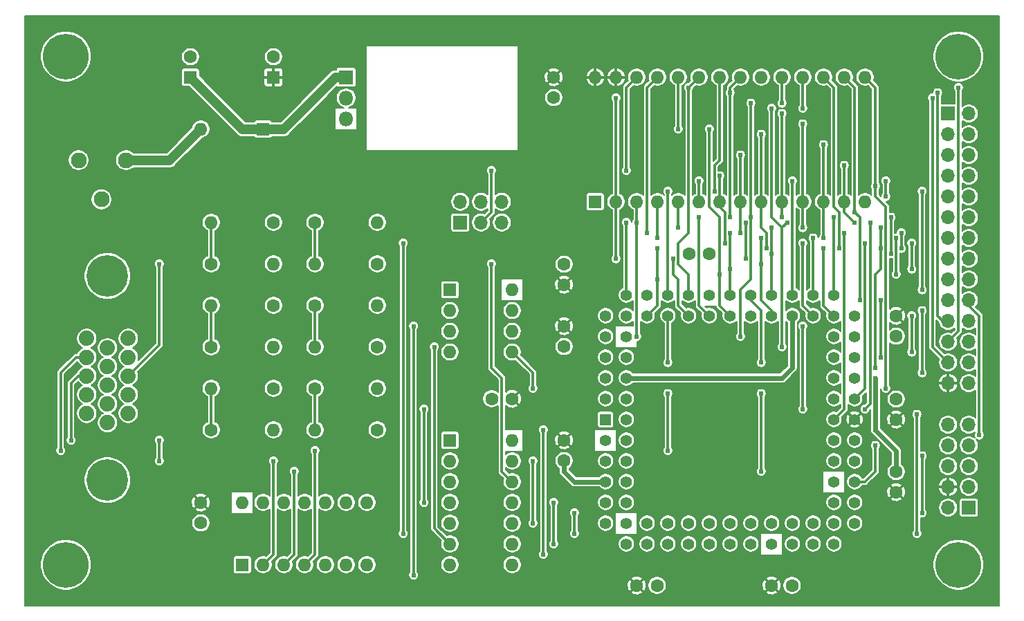
<source format=gbr>
G04 #@! TF.GenerationSoftware,KiCad,Pcbnew,(5.1.9)-1*
G04 #@! TF.CreationDate,2021-09-19T00:14:35-05:00*
G04 #@! TF.ProjectId,atmel_vga,61746d65-6c5f-4766-9761-2e6b69636164,rev?*
G04 #@! TF.SameCoordinates,Original*
G04 #@! TF.FileFunction,Copper,L1,Top*
G04 #@! TF.FilePolarity,Positive*
%FSLAX46Y46*%
G04 Gerber Fmt 4.6, Leading zero omitted, Abs format (unit mm)*
G04 Created by KiCad (PCBNEW (5.1.9)-1) date 2021-09-19 00:14:35*
%MOMM*%
%LPD*%
G01*
G04 APERTURE LIST*
G04 #@! TA.AperFunction,ComponentPad*
%ADD10O,1.600000X1.600000*%
G04 #@! TD*
G04 #@! TA.AperFunction,ComponentPad*
%ADD11R,1.600000X1.600000*%
G04 #@! TD*
G04 #@! TA.AperFunction,ComponentPad*
%ADD12O,1.700000X1.700000*%
G04 #@! TD*
G04 #@! TA.AperFunction,ComponentPad*
%ADD13R,1.700000X1.700000*%
G04 #@! TD*
G04 #@! TA.AperFunction,ComponentPad*
%ADD14C,1.397000*%
G04 #@! TD*
G04 #@! TA.AperFunction,ComponentPad*
%ADD15R,1.397000X1.397000*%
G04 #@! TD*
G04 #@! TA.AperFunction,ComponentPad*
%ADD16C,1.600000*%
G04 #@! TD*
G04 #@! TA.AperFunction,ComponentPad*
%ADD17O,1.800000X1.800000*%
G04 #@! TD*
G04 #@! TA.AperFunction,ComponentPad*
%ADD18R,1.800000X1.800000*%
G04 #@! TD*
G04 #@! TA.AperFunction,ComponentPad*
%ADD19C,1.948180*%
G04 #@! TD*
G04 #@! TA.AperFunction,ComponentPad*
%ADD20C,1.879600*%
G04 #@! TD*
G04 #@! TA.AperFunction,ComponentPad*
%ADD21C,5.080000*%
G04 #@! TD*
G04 #@! TA.AperFunction,ComponentPad*
%ADD22C,5.600000*%
G04 #@! TD*
G04 #@! TA.AperFunction,ViaPad*
%ADD23C,0.609600*%
G04 #@! TD*
G04 #@! TA.AperFunction,Conductor*
%ADD24C,0.609600*%
G04 #@! TD*
G04 #@! TA.AperFunction,Conductor*
%ADD25C,1.219200*%
G04 #@! TD*
G04 #@! TA.AperFunction,Conductor*
%ADD26C,0.304800*%
G04 #@! TD*
G04 #@! TA.AperFunction,Conductor*
%ADD27C,0.152400*%
G04 #@! TD*
G04 #@! TA.AperFunction,Conductor*
%ADD28C,0.100000*%
G04 #@! TD*
G04 APERTURE END LIST*
D10*
X153670000Y-76200000D03*
X186690000Y-91440000D03*
X156210000Y-76200000D03*
X184150000Y-91440000D03*
X158750000Y-76200000D03*
X181610000Y-91440000D03*
X161290000Y-76200000D03*
X179070000Y-91440000D03*
X163830000Y-76200000D03*
X176530000Y-91440000D03*
X166370000Y-76200000D03*
X173990000Y-91440000D03*
X168910000Y-76200000D03*
X171450000Y-91440000D03*
X171450000Y-76200000D03*
X168910000Y-91440000D03*
X173990000Y-76200000D03*
X166370000Y-91440000D03*
X176530000Y-76200000D03*
X163830000Y-91440000D03*
X179070000Y-76200000D03*
X161290000Y-91440000D03*
X181610000Y-76200000D03*
X158750000Y-91440000D03*
X184150000Y-76200000D03*
X156210000Y-91440000D03*
X186690000Y-76200000D03*
D11*
X153670000Y-91440000D03*
D12*
X142240000Y-91440000D03*
X142240000Y-93980000D03*
X139700000Y-91440000D03*
X139700000Y-93980000D03*
X137160000Y-91440000D03*
D13*
X137160000Y-93980000D03*
D12*
X199390000Y-113665000D03*
X196850000Y-113665000D03*
X199390000Y-111125000D03*
X196850000Y-111125000D03*
X199390000Y-108585000D03*
X196850000Y-108585000D03*
X199390000Y-106045000D03*
X196850000Y-106045000D03*
X199390000Y-103505000D03*
X196850000Y-103505000D03*
X199390000Y-100965000D03*
X196850000Y-100965000D03*
X199390000Y-98425000D03*
X196850000Y-98425000D03*
X199390000Y-95885000D03*
X196850000Y-95885000D03*
X199390000Y-93345000D03*
X196850000Y-93345000D03*
X199390000Y-90805000D03*
X196850000Y-90805000D03*
X199390000Y-88265000D03*
X196850000Y-88265000D03*
X199390000Y-85725000D03*
X196850000Y-85725000D03*
X199390000Y-83185000D03*
X196850000Y-83185000D03*
X199390000Y-80645000D03*
D13*
X196850000Y-80645000D03*
D14*
X157480000Y-115570000D03*
X154940000Y-115570000D03*
X157480000Y-113030000D03*
X154940000Y-113030000D03*
X157480000Y-110490000D03*
X154940000Y-110490000D03*
X157480000Y-107950000D03*
X154940000Y-107950000D03*
X157480000Y-105410000D03*
X154940000Y-105410000D03*
X157480000Y-102870000D03*
X160020000Y-105410000D03*
X160020000Y-102870000D03*
X162560000Y-105410000D03*
X162560000Y-102870000D03*
X165100000Y-105410000D03*
X165100000Y-102870000D03*
X167640000Y-105410000D03*
X167640000Y-102870000D03*
X170180000Y-105410000D03*
X170180000Y-102870000D03*
X172720000Y-105410000D03*
X172720000Y-102870000D03*
X175260000Y-105410000D03*
X175260000Y-102870000D03*
X177800000Y-105410000D03*
X177800000Y-102870000D03*
X180340000Y-105410000D03*
X180340000Y-102870000D03*
X182880000Y-105410000D03*
X182880000Y-102870000D03*
X185420000Y-105410000D03*
X182880000Y-107950000D03*
X185420000Y-107950000D03*
X182880000Y-110490000D03*
X185420000Y-110490000D03*
X182880000Y-113030000D03*
X185420000Y-113030000D03*
X182880000Y-115570000D03*
X185420000Y-115570000D03*
X182880000Y-118110000D03*
X185420000Y-118110000D03*
X182880000Y-120650000D03*
X185420000Y-120650000D03*
X182880000Y-123190000D03*
X185420000Y-123190000D03*
X182880000Y-125730000D03*
X185420000Y-125730000D03*
X182880000Y-128270000D03*
X185420000Y-128270000D03*
X182880000Y-130810000D03*
X185420000Y-130810000D03*
X182880000Y-133350000D03*
X180340000Y-130810000D03*
X180340000Y-133350000D03*
X177800000Y-130810000D03*
X177800000Y-133350000D03*
X175260000Y-130810000D03*
X175260000Y-133350000D03*
X172720000Y-130810000D03*
X172720000Y-133350000D03*
X170180000Y-130810000D03*
X170180000Y-133350000D03*
X167640000Y-130810000D03*
X167640000Y-133350000D03*
X165100000Y-130810000D03*
X165100000Y-133350000D03*
X162560000Y-130810000D03*
X162560000Y-133350000D03*
X160020000Y-130810000D03*
X160020000Y-133350000D03*
X157480000Y-130810000D03*
X157480000Y-133350000D03*
X154940000Y-130810000D03*
X157480000Y-128270000D03*
X154940000Y-128270000D03*
X157480000Y-125730000D03*
X154940000Y-125730000D03*
X157480000Y-123190000D03*
X154940000Y-123190000D03*
X157480000Y-120650000D03*
X154940000Y-120650000D03*
X157480000Y-118110000D03*
D15*
X154940000Y-118110000D03*
D12*
X196850000Y-118745000D03*
X199390000Y-118745000D03*
X196850000Y-121285000D03*
X199390000Y-121285000D03*
X196850000Y-123825000D03*
X199390000Y-123825000D03*
X196850000Y-126365000D03*
X199390000Y-126365000D03*
X196850000Y-128905000D03*
D13*
X199390000Y-128905000D03*
D16*
X190500000Y-115610000D03*
X190500000Y-118110000D03*
X190500000Y-124500000D03*
X190500000Y-127000000D03*
X149860000Y-109180000D03*
X149860000Y-106680000D03*
X149860000Y-123150000D03*
X149860000Y-120650000D03*
X190500000Y-107910000D03*
X190500000Y-105410000D03*
X165140000Y-97790000D03*
X167640000Y-97790000D03*
X161250000Y-138430000D03*
X158750000Y-138430000D03*
X177760000Y-138430000D03*
X175260000Y-138430000D03*
X105410000Y-130770000D03*
X105410000Y-128270000D03*
X141010000Y-115570000D03*
X143510000Y-115570000D03*
X149860000Y-99100000D03*
X149860000Y-101600000D03*
X148590000Y-78700000D03*
X148590000Y-76200000D03*
X114300000Y-73700000D03*
D11*
X114300000Y-76200000D03*
D16*
X104140000Y-73700000D03*
D11*
X104140000Y-76200000D03*
D10*
X143510000Y-102235000D03*
X135890000Y-109855000D03*
X143510000Y-104775000D03*
X135890000Y-107315000D03*
X143510000Y-107315000D03*
X135890000Y-104775000D03*
X143510000Y-109855000D03*
D11*
X135890000Y-102235000D03*
D10*
X106680000Y-114300000D03*
D16*
X114300000Y-114300000D03*
D10*
X119380000Y-119380000D03*
D16*
X127000000Y-119380000D03*
D10*
X106680000Y-104140000D03*
D16*
X114300000Y-104140000D03*
X127000000Y-109220000D03*
D10*
X119380000Y-109220000D03*
D16*
X114300000Y-93980000D03*
D10*
X106680000Y-93980000D03*
X119380000Y-99060000D03*
D16*
X127000000Y-99060000D03*
X106680000Y-119380000D03*
D10*
X114300000Y-119380000D03*
X114300000Y-109220000D03*
D16*
X106680000Y-109220000D03*
X106680000Y-99060000D03*
D10*
X114300000Y-99060000D03*
D16*
X119380000Y-114300000D03*
D10*
X127000000Y-114300000D03*
D16*
X119380000Y-104140000D03*
D10*
X127000000Y-104140000D03*
X127000000Y-93980000D03*
D16*
X119380000Y-93980000D03*
D10*
X143510000Y-120650000D03*
X135890000Y-135890000D03*
X143510000Y-123190000D03*
X135890000Y-133350000D03*
X143510000Y-125730000D03*
X135890000Y-130810000D03*
X143510000Y-128270000D03*
X135890000Y-128270000D03*
X143510000Y-130810000D03*
X135890000Y-125730000D03*
X143510000Y-133350000D03*
X135890000Y-123190000D03*
X143510000Y-135890000D03*
D11*
X135890000Y-120650000D03*
D17*
X123190000Y-81280000D03*
X123190000Y-78740000D03*
D18*
X123190000Y-76200000D03*
D19*
X90449400Y-86360000D03*
X93248480Y-91158060D03*
X96248220Y-86360000D03*
D20*
X96520000Y-117348000D03*
X96520000Y-115059460D03*
X96520000Y-112770920D03*
X96520000Y-110482380D03*
X96520000Y-108191300D03*
X93980000Y-118488460D03*
X93980000Y-116199920D03*
X93980000Y-113908840D03*
X93980000Y-111620300D03*
X93980000Y-109331760D03*
X91440000Y-117348000D03*
X91440000Y-115059460D03*
X91440000Y-112770920D03*
X91440000Y-110482380D03*
X91440000Y-108191300D03*
D21*
X93980000Y-125529340D03*
X93980000Y-100530660D03*
D10*
X110490000Y-128270000D03*
X125730000Y-135890000D03*
X113030000Y-128270000D03*
X123190000Y-135890000D03*
X115570000Y-128270000D03*
X120650000Y-135890000D03*
X118110000Y-128270000D03*
X118110000Y-135890000D03*
X120650000Y-128270000D03*
X115570000Y-135890000D03*
X123190000Y-128270000D03*
X113030000Y-135890000D03*
X125730000Y-128270000D03*
D11*
X110490000Y-135890000D03*
D22*
X88900000Y-73660000D03*
X198120000Y-73660000D03*
X88900000Y-135890000D03*
X198120000Y-135890000D03*
D10*
X105410000Y-82550000D03*
D11*
X113030000Y-82550000D03*
D23*
X187960000Y-113030000D03*
X187960000Y-119380000D03*
X100330000Y-99060000D03*
X147320000Y-119380000D03*
X147320000Y-134620000D03*
X116840000Y-124460000D03*
X146050000Y-114300000D03*
X179070000Y-106680000D03*
X179070000Y-116840000D03*
X132715000Y-116840000D03*
X132715000Y-128270000D03*
X131445000Y-106680000D03*
X131445000Y-137160000D03*
X133985000Y-109220000D03*
X130175000Y-132080000D03*
X130175000Y-96520000D03*
X140970000Y-99060000D03*
X146050000Y-130810000D03*
X146050000Y-123190000D03*
X148590000Y-133350000D03*
X148590000Y-128270000D03*
X151130000Y-129540000D03*
X151130000Y-132080000D03*
X162560000Y-121920000D03*
X162560000Y-111125000D03*
X162560000Y-114935000D03*
X193675000Y-102235000D03*
X193675000Y-90170000D03*
X162560000Y-90170000D03*
X168275000Y-90170000D03*
X156210000Y-98425000D03*
X194945000Y-78740000D03*
X156210000Y-78740000D03*
X163195000Y-98425000D03*
X198120000Y-77470000D03*
X165100000Y-77470000D03*
X166370000Y-93345000D03*
X170180000Y-93345000D03*
X195580000Y-78105000D03*
X170180000Y-78105000D03*
X167640000Y-82550000D03*
X163830000Y-82550000D03*
X168910000Y-100330000D03*
X170180000Y-95250000D03*
X160020000Y-95250000D03*
X170180000Y-99695000D03*
X158750000Y-107950000D03*
X172085000Y-98425000D03*
X172085000Y-93980000D03*
X158750000Y-93980000D03*
X173990000Y-124460000D03*
X173990000Y-114935000D03*
X173990000Y-111125000D03*
X173990000Y-95885000D03*
X161290000Y-95885000D03*
X190500000Y-95885000D03*
X173990000Y-99060000D03*
X190500000Y-100330000D03*
X163830000Y-94615000D03*
X175260000Y-94615000D03*
X175260000Y-94615000D03*
X189865000Y-93345000D03*
X175260000Y-97790000D03*
X189865000Y-97790000D03*
X177800000Y-88900000D03*
X189230000Y-90805000D03*
X189230000Y-88900000D03*
X166370000Y-88900000D03*
X169545000Y-96520000D03*
X179070000Y-96520000D03*
X168910000Y-88265000D03*
X171450000Y-95250000D03*
X180340000Y-95885000D03*
X171450000Y-85725000D03*
X181610000Y-97155000D03*
X174625000Y-97155000D03*
X173990000Y-83185000D03*
X176530000Y-93345000D03*
X182880000Y-93345000D03*
X176530000Y-80645000D03*
X171450000Y-107950000D03*
X176530000Y-79375000D03*
X172720000Y-79375000D03*
X192405000Y-99695000D03*
X172720000Y-93345000D03*
X192405000Y-96520000D03*
X176530000Y-109220000D03*
X179070000Y-80010000D03*
X175260000Y-80010000D03*
X191135000Y-97155000D03*
X183515000Y-97155000D03*
X188595000Y-97155000D03*
X187960000Y-111760000D03*
X188595000Y-94615000D03*
X186055000Y-103505000D03*
X188595000Y-103505000D03*
X188595000Y-110490000D03*
X185420000Y-92710000D03*
X189230000Y-114300000D03*
X187960000Y-89535000D03*
X185420000Y-93980000D03*
X187325000Y-93980000D03*
X186690000Y-116840000D03*
X184150000Y-86995000D03*
X181610000Y-95885000D03*
X186690000Y-96520000D03*
X177165000Y-93980000D03*
X191135000Y-95250000D03*
X181610000Y-84455000D03*
X179070000Y-94615000D03*
X184150000Y-95250000D03*
X179070000Y-81915000D03*
X193675000Y-122555000D03*
X193675000Y-129540000D03*
X193040000Y-117475000D03*
X193040000Y-132080000D03*
X114300000Y-123190000D03*
X100330000Y-123190000D03*
X100330000Y-120650000D03*
X89535000Y-120650000D03*
X119380000Y-121920000D03*
X88265000Y-121920000D03*
X187960000Y-121285000D03*
X200660000Y-120015000D03*
X161290000Y-97155000D03*
X161290000Y-100965000D03*
X193675000Y-104775000D03*
X193675000Y-112395000D03*
X157480000Y-93980000D03*
X192405000Y-105410000D03*
X192405000Y-109855000D03*
X140970000Y-87630000D03*
X157480000Y-87630000D03*
D24*
X187960000Y-119380000D02*
X187960000Y-113030000D01*
X190500000Y-124500000D02*
X190500000Y-121920000D01*
X190500000Y-121920000D02*
X187960000Y-119380000D01*
X149860000Y-123150000D02*
X149860000Y-124460000D01*
X149860000Y-124460000D02*
X151130000Y-125730000D01*
X151130000Y-125730000D02*
X154940000Y-125730000D01*
X177800000Y-105410000D02*
X177800000Y-111760000D01*
X177800000Y-111760000D02*
X176530000Y-113030000D01*
X176530000Y-113030000D02*
X157480000Y-113030000D01*
D25*
X113030000Y-82550000D02*
X110490000Y-82550000D01*
X110490000Y-82550000D02*
X104140000Y-76200000D01*
X121920000Y-76200000D02*
X123190000Y-76200000D01*
X115570000Y-82550000D02*
X121920000Y-76200000D01*
X113030000Y-82550000D02*
X115570000Y-82550000D01*
X96248220Y-86360000D02*
X101600000Y-86360000D01*
X101600000Y-86360000D02*
X105410000Y-82550000D01*
D26*
X106680000Y-119380000D02*
X106680000Y-114300000D01*
X106680000Y-109220000D02*
X106680000Y-104140000D01*
X106680000Y-99060000D02*
X106680000Y-93980000D01*
X100330000Y-108960920D02*
X100330000Y-99060000D01*
X96520000Y-112770920D02*
X100330000Y-108960920D01*
X147320000Y-119380000D02*
X147320000Y-134620000D01*
X147320000Y-134620000D02*
X147320000Y-134620000D01*
X115570000Y-135890000D02*
X116840000Y-134620000D01*
X116840000Y-134620000D02*
X116840000Y-124460000D01*
X146050000Y-112395000D02*
X143510000Y-109855000D01*
X146050000Y-114300000D02*
X146050000Y-112395000D01*
X179070000Y-106680000D02*
X179070000Y-116840000D01*
X179070000Y-116840000D02*
X179070000Y-116840000D01*
X132715000Y-128270000D02*
X132715000Y-116840000D01*
X119380000Y-114300000D02*
X119380000Y-119380000D01*
X131445000Y-106680000D02*
X131445000Y-137160000D01*
X131445000Y-137160000D02*
X131445000Y-137160000D01*
X135890000Y-133350000D02*
X133985000Y-131445000D01*
X133985000Y-131445000D02*
X133985000Y-109220000D01*
X133985000Y-109220000D02*
X133985000Y-109220000D01*
X119380000Y-104140000D02*
X119380000Y-109220000D01*
X130175000Y-132080000D02*
X130175000Y-96520000D01*
X130175000Y-96520000D02*
X130175000Y-96520000D01*
X119380000Y-93980000D02*
X119380000Y-99060000D01*
X140970000Y-99060000D02*
X140970000Y-99060000D01*
X142240000Y-124460000D02*
X143510000Y-125730000D01*
X142240000Y-113030000D02*
X142240000Y-124460000D01*
X140970000Y-111760000D02*
X142240000Y-113030000D01*
X140970000Y-99060000D02*
X140970000Y-111760000D01*
X146050000Y-123190000D02*
X146050000Y-130810000D01*
X148590000Y-128270000D02*
X148590000Y-133350000D01*
X151130000Y-129540000D02*
X151130000Y-132080000D01*
X162560000Y-121920000D02*
X162560000Y-114935000D01*
X162560000Y-105410000D02*
X162560000Y-111125000D01*
X162560000Y-111125000D02*
X162560000Y-111125000D01*
X162560000Y-114935000D02*
X162560000Y-114935000D01*
X193675000Y-102235000D02*
X193675000Y-90170000D01*
X162560000Y-102870000D02*
X162560000Y-90170000D01*
X168910000Y-80010000D02*
X168910000Y-76200000D01*
X168910000Y-86360000D02*
X168910000Y-80010000D01*
X168275000Y-86995000D02*
X168910000Y-86360000D01*
X168275000Y-90170000D02*
X168275000Y-86995000D01*
X163830000Y-104140000D02*
X163830000Y-100965000D01*
X165100000Y-105410000D02*
X163830000Y-104140000D01*
X156210000Y-98425000D02*
X156210000Y-98425000D01*
X194945000Y-78740000D02*
X194945000Y-78740000D01*
X194945000Y-109220000D02*
X196850000Y-111125000D01*
X156210000Y-91440000D02*
X156210000Y-98425000D01*
X163830000Y-100965000D02*
X163195000Y-100330000D01*
X163195000Y-100330000D02*
X163195000Y-98425000D01*
X163195000Y-98425000D02*
X163195000Y-98425000D01*
X194945000Y-109220000D02*
X194945000Y-78740000D01*
X156210000Y-78740000D02*
X156210000Y-91440000D01*
X165100000Y-77470000D02*
X166370000Y-76200000D01*
X163830000Y-96520000D02*
X165100000Y-95250000D01*
X163830000Y-99060000D02*
X163830000Y-96520000D01*
X165100000Y-95250000D02*
X165100000Y-77470000D01*
X165100000Y-100330000D02*
X163830000Y-99060000D01*
X165100000Y-102870000D02*
X165100000Y-100330000D01*
X198120000Y-77470000D02*
X198120000Y-77470000D01*
X198120000Y-107315000D02*
X198120000Y-77470000D01*
X196850000Y-108585000D02*
X198120000Y-107315000D01*
X167640000Y-105410000D02*
X166370000Y-104140000D01*
X166370000Y-104140000D02*
X166370000Y-93345000D01*
X170180000Y-77470000D02*
X171450000Y-76200000D01*
X170180000Y-93345000D02*
X170180000Y-93345000D01*
X166370000Y-93345000D02*
X166370000Y-93345000D01*
X170180000Y-93345000D02*
X170180000Y-77470000D01*
X195580000Y-78105000D02*
X195580000Y-78105000D01*
X195580000Y-80301358D02*
X195580000Y-78105000D01*
X195580000Y-105410000D02*
X195580000Y-80301358D01*
X196215000Y-106045000D02*
X195580000Y-105410000D01*
X196850000Y-106045000D02*
X196215000Y-106045000D01*
X168910000Y-104140000D02*
X168910000Y-100330000D01*
X170180000Y-105410000D02*
X168910000Y-104140000D01*
X167640000Y-82550000D02*
X167640000Y-82550000D01*
X163830000Y-82550000D02*
X163830000Y-82550000D01*
X163830000Y-76200000D02*
X163830000Y-82550000D01*
X167640000Y-92075000D02*
X167640000Y-82550000D01*
X168910000Y-93345000D02*
X167640000Y-92075000D01*
X168910000Y-100330000D02*
X168910000Y-93345000D01*
X170180000Y-102870000D02*
X170180000Y-99695000D01*
X170180000Y-95250000D02*
X170180000Y-95250000D01*
X160020000Y-95250000D02*
X160020000Y-77470000D01*
X160020000Y-77470000D02*
X161290000Y-76200000D01*
X170180000Y-99695000D02*
X170180000Y-95250000D01*
X158750000Y-107950000D02*
X158750000Y-93980000D01*
X172085000Y-98425000D02*
X172085000Y-93980000D01*
X172085000Y-93980000D02*
X172085000Y-93980000D01*
X158750000Y-93980000D02*
X158750000Y-91440000D01*
X172720000Y-103505000D02*
X172720000Y-102870000D01*
X173990000Y-104775000D02*
X172720000Y-103505000D01*
X173990000Y-104775000D02*
X173990000Y-111125000D01*
X173990000Y-124460000D02*
X173990000Y-114935000D01*
X173990000Y-114935000D02*
X173990000Y-114935000D01*
X173990000Y-111125000D02*
X173990000Y-111125000D01*
X173990000Y-95885000D02*
X173990000Y-95885000D01*
X161290000Y-95885000D02*
X161290000Y-91440000D01*
X173990000Y-103505000D02*
X175260000Y-104775000D01*
X173990000Y-103505000D02*
X173990000Y-99060000D01*
X175260000Y-104775000D02*
X175260000Y-105410000D01*
X173990000Y-99060000D02*
X173990000Y-95885000D01*
X190500000Y-100330000D02*
X190500000Y-95885000D01*
X163830000Y-91440000D02*
X163830000Y-94615000D01*
X163830000Y-94615000D02*
X163830000Y-94615000D01*
X175260000Y-94615000D02*
X175260000Y-97790000D01*
X175260000Y-97790000D02*
X175260000Y-102870000D01*
X189865000Y-97790000D02*
X189865000Y-93345000D01*
X177800000Y-88900000D02*
X177800000Y-88900000D01*
X189230000Y-88900000D02*
X189230000Y-88900000D01*
X189230000Y-90805000D02*
X189230000Y-88900000D01*
X177800000Y-102870000D02*
X177800000Y-88900000D01*
X166370000Y-88900000D02*
X166370000Y-88900000D01*
X166370000Y-88900000D02*
X166370000Y-91440000D01*
X168910000Y-91440000D02*
X168910000Y-92075000D01*
X168910000Y-92075000D02*
X169545000Y-92710000D01*
X169545000Y-92710000D02*
X169545000Y-96520000D01*
X169545000Y-96520000D02*
X169545000Y-96520000D01*
X180340000Y-105410000D02*
X179070000Y-104140000D01*
X179070000Y-104140000D02*
X179070000Y-96520000D01*
X179070000Y-96520000D02*
X179070000Y-96520000D01*
X168910000Y-88265000D02*
X168910000Y-91440000D01*
X171450000Y-91440000D02*
X171450000Y-95250000D01*
X171450000Y-95250000D02*
X171450000Y-95250000D01*
X180340000Y-95885000D02*
X180340000Y-95885000D01*
X171450000Y-85725000D02*
X171450000Y-91440000D01*
X180340000Y-102870000D02*
X180340000Y-95885000D01*
X173990000Y-91440000D02*
X173990000Y-94615000D01*
X173990000Y-94615000D02*
X174625000Y-95250000D01*
X174625000Y-95250000D02*
X174625000Y-97155000D01*
X182880000Y-105410000D02*
X181610000Y-104140000D01*
X181610000Y-104140000D02*
X181610000Y-97155000D01*
X181610000Y-97155000D02*
X181610000Y-97155000D01*
X174625000Y-97155000D02*
X174625000Y-97155000D01*
X173990000Y-83185000D02*
X173990000Y-91440000D01*
X176530000Y-91440000D02*
X176530000Y-93345000D01*
X176530000Y-93345000D02*
X176530000Y-93345000D01*
X182880000Y-102870000D02*
X182880000Y-93345000D01*
X182880000Y-93345000D02*
X182880000Y-93345000D01*
X176530000Y-80645000D02*
X176530000Y-91440000D01*
X171450000Y-107950000D02*
X171450000Y-107950000D01*
X171450000Y-102235000D02*
X171450000Y-107950000D01*
X172720000Y-100965000D02*
X171450000Y-102235000D01*
X172720000Y-79375000D02*
X172720000Y-79375000D01*
X176530000Y-79375000D02*
X176530000Y-79375000D01*
X172720000Y-93345000D02*
X172720000Y-100965000D01*
X192405000Y-99695000D02*
X192405000Y-96520000D01*
X176530000Y-79375000D02*
X176530000Y-76200000D01*
X172720000Y-79375000D02*
X172720000Y-93345000D01*
X176530000Y-109220000D02*
X176530000Y-109220000D01*
X176530000Y-94615000D02*
X176530000Y-109220000D01*
X175260000Y-80010000D02*
X175260000Y-80010000D01*
X179070000Y-80010000D02*
X179070000Y-80010000D01*
X183515000Y-97155000D02*
X183515000Y-97155000D01*
X187960000Y-100330000D02*
X187960000Y-111760000D01*
X187960000Y-111760000D02*
X187960000Y-111760000D01*
X188595000Y-99695000D02*
X187960000Y-100330000D01*
X188595000Y-94615000D02*
X188595000Y-99695000D01*
X184150000Y-76200000D02*
X185420000Y-77470000D01*
X185420000Y-77470000D02*
X185420000Y-92710000D01*
X185420000Y-92710000D02*
X186055000Y-93345000D01*
X186055000Y-93345000D02*
X186055000Y-103505000D01*
X186055000Y-103505000D02*
X186055000Y-103505000D01*
X188595000Y-103505000D02*
X188595000Y-110490000D01*
X188595000Y-110490000D02*
X188595000Y-110490000D01*
X189230000Y-114300000D02*
X189230000Y-114300000D01*
X187960000Y-77470000D02*
X187934601Y-77495399D01*
X186690000Y-76200000D02*
X187960000Y-77470000D01*
X189230000Y-99060000D02*
X189230000Y-114300000D01*
X184150000Y-91440000D02*
X184150000Y-92710000D01*
X184150000Y-92710000D02*
X185420000Y-93980000D01*
X185420000Y-93980000D02*
X185420000Y-93980000D01*
X186690000Y-116840000D02*
X186690000Y-116840000D01*
X186690000Y-116840000D02*
X187325000Y-116205000D01*
X187325000Y-93980000D02*
X187325000Y-116205000D01*
X181610000Y-95885000D02*
X181610000Y-95885000D01*
X181610000Y-91440000D02*
X181610000Y-95885000D01*
X176530000Y-94615000D02*
X177165000Y-93980000D01*
X177165000Y-93980000D02*
X177165000Y-93980000D01*
X191135000Y-97155000D02*
X191135000Y-95250000D01*
X179070000Y-80010000D02*
X179070000Y-76200000D01*
X175260000Y-93345000D02*
X176530000Y-94615000D01*
X175260000Y-80010000D02*
X175260000Y-93345000D01*
X183515000Y-92710000D02*
X183515000Y-97155000D01*
X182880000Y-92075000D02*
X183515000Y-92710000D01*
X182880000Y-77470000D02*
X182880000Y-92075000D01*
X181610000Y-76200000D02*
X182880000Y-77470000D01*
X189230000Y-99060000D02*
X189230000Y-92075000D01*
X189230000Y-92075000D02*
X187934601Y-90779601D01*
X187934601Y-77495399D02*
X187934601Y-90779601D01*
X184150000Y-86995000D02*
X184150000Y-91440000D01*
X181610000Y-84455000D02*
X181610000Y-91440000D01*
X186690000Y-114300000D02*
X185420000Y-115570000D01*
X186690000Y-96520000D02*
X186690000Y-114300000D01*
X179070000Y-94615000D02*
X179070000Y-94615000D01*
X179070000Y-91440000D02*
X179070000Y-94615000D01*
X179070000Y-81915000D02*
X179070000Y-91440000D01*
X184150000Y-116840000D02*
X182880000Y-118110000D01*
X184150000Y-95250000D02*
X184150000Y-116840000D01*
X193675000Y-122555000D02*
X193675000Y-129540000D01*
X193040000Y-117475000D02*
X193040000Y-132080000D01*
X113030000Y-135890000D02*
X114300000Y-134620000D01*
X114300000Y-134620000D02*
X114300000Y-123190000D01*
X114300000Y-123190000D02*
X114300000Y-123190000D01*
X100330000Y-123190000D02*
X100330000Y-120650000D01*
X100330000Y-120650000D02*
X100330000Y-120650000D01*
X89535000Y-120650000D02*
X89535000Y-114300000D01*
X91440000Y-112770920D02*
X90429080Y-112770920D01*
X89535000Y-113665000D02*
X89535000Y-114300000D01*
X90429080Y-112770920D02*
X89535000Y-113665000D01*
X119380000Y-134620000D02*
X119380000Y-121920000D01*
X118110000Y-135890000D02*
X119380000Y-134620000D01*
X119380000Y-121920000D02*
X119380000Y-121920000D01*
X88265000Y-121920000D02*
X88265000Y-112387380D01*
X88265000Y-112395000D02*
X90177620Y-110482380D01*
X91440000Y-110482380D02*
X90177620Y-110482380D01*
X185420000Y-125730000D02*
X186690000Y-125730000D01*
X186690000Y-125730000D02*
X187960000Y-124460000D01*
X187960000Y-124460000D02*
X187960000Y-121285000D01*
X187960000Y-121285000D02*
X187960000Y-121285000D01*
X200660000Y-105410000D02*
X199390000Y-104140000D01*
X200660000Y-120015000D02*
X200660000Y-105410000D01*
X160020000Y-105410000D02*
X161290000Y-104140000D01*
X161290000Y-104140000D02*
X161290000Y-100965000D01*
X161290000Y-97155000D02*
X161290000Y-97155000D01*
X161290000Y-100965000D02*
X161290000Y-97155000D01*
X193675000Y-112395000D02*
X193675000Y-112395000D01*
X193675000Y-104775000D02*
X193675000Y-112395000D01*
X157480000Y-102870000D02*
X157480000Y-93980000D01*
X157480000Y-93980000D02*
X157480000Y-93980000D01*
X192405000Y-109855000D02*
X192405000Y-105410000D01*
X140970000Y-92710000D02*
X140970000Y-87630000D01*
X140970000Y-87630000D02*
X140970000Y-87630000D01*
X157480000Y-77470000D02*
X158750000Y-76200000D01*
X157480000Y-87630000D02*
X157480000Y-77470000D01*
X139700000Y-93980000D02*
X140970000Y-92710000D01*
D27*
X203123800Y-140893800D02*
X83896200Y-140893800D01*
X83896200Y-139253780D01*
X158033983Y-139253780D01*
X158115554Y-139432880D01*
X158323397Y-139537384D01*
X158547634Y-139599332D01*
X158779648Y-139616343D01*
X159010521Y-139587764D01*
X159231384Y-139514692D01*
X159384446Y-139432880D01*
X159466017Y-139253780D01*
X158750000Y-138537763D01*
X158033983Y-139253780D01*
X83896200Y-139253780D01*
X83896200Y-135581702D01*
X85769800Y-135581702D01*
X85769800Y-136198298D01*
X85890092Y-136803046D01*
X86126052Y-137372706D01*
X86468615Y-137885386D01*
X86904614Y-138321385D01*
X87417294Y-138663948D01*
X87986954Y-138899908D01*
X88591702Y-139020200D01*
X89208298Y-139020200D01*
X89813046Y-138899908D01*
X90382706Y-138663948D01*
X90688461Y-138459648D01*
X157563657Y-138459648D01*
X157592236Y-138690521D01*
X157665308Y-138911384D01*
X157747120Y-139064446D01*
X157926220Y-139146017D01*
X158642237Y-138430000D01*
X158857763Y-138430000D01*
X159573780Y-139146017D01*
X159752880Y-139064446D01*
X159857384Y-138856603D01*
X159919332Y-138632366D01*
X159936343Y-138400352D01*
X159926234Y-138318685D01*
X160119800Y-138318685D01*
X160119800Y-138541315D01*
X160163233Y-138759667D01*
X160248429Y-138965351D01*
X160372116Y-139150461D01*
X160529539Y-139307884D01*
X160714649Y-139431571D01*
X160920333Y-139516767D01*
X161138685Y-139560200D01*
X161361315Y-139560200D01*
X161579667Y-139516767D01*
X161785351Y-139431571D01*
X161970461Y-139307884D01*
X162024565Y-139253780D01*
X174543983Y-139253780D01*
X174625554Y-139432880D01*
X174833397Y-139537384D01*
X175057634Y-139599332D01*
X175289648Y-139616343D01*
X175520521Y-139587764D01*
X175741384Y-139514692D01*
X175894446Y-139432880D01*
X175976017Y-139253780D01*
X175260000Y-138537763D01*
X174543983Y-139253780D01*
X162024565Y-139253780D01*
X162127884Y-139150461D01*
X162251571Y-138965351D01*
X162336767Y-138759667D01*
X162380200Y-138541315D01*
X162380200Y-138459648D01*
X174073657Y-138459648D01*
X174102236Y-138690521D01*
X174175308Y-138911384D01*
X174257120Y-139064446D01*
X174436220Y-139146017D01*
X175152237Y-138430000D01*
X175367763Y-138430000D01*
X176083780Y-139146017D01*
X176262880Y-139064446D01*
X176367384Y-138856603D01*
X176429332Y-138632366D01*
X176446343Y-138400352D01*
X176436234Y-138318685D01*
X176629800Y-138318685D01*
X176629800Y-138541315D01*
X176673233Y-138759667D01*
X176758429Y-138965351D01*
X176882116Y-139150461D01*
X177039539Y-139307884D01*
X177224649Y-139431571D01*
X177430333Y-139516767D01*
X177648685Y-139560200D01*
X177871315Y-139560200D01*
X178089667Y-139516767D01*
X178295351Y-139431571D01*
X178480461Y-139307884D01*
X178637884Y-139150461D01*
X178761571Y-138965351D01*
X178846767Y-138759667D01*
X178890200Y-138541315D01*
X178890200Y-138318685D01*
X178846767Y-138100333D01*
X178761571Y-137894649D01*
X178637884Y-137709539D01*
X178480461Y-137552116D01*
X178295351Y-137428429D01*
X178089667Y-137343233D01*
X177871315Y-137299800D01*
X177648685Y-137299800D01*
X177430333Y-137343233D01*
X177224649Y-137428429D01*
X177039539Y-137552116D01*
X176882116Y-137709539D01*
X176758429Y-137894649D01*
X176673233Y-138100333D01*
X176629800Y-138318685D01*
X176436234Y-138318685D01*
X176417764Y-138169479D01*
X176344692Y-137948616D01*
X176262880Y-137795554D01*
X176083780Y-137713983D01*
X175367763Y-138430000D01*
X175152237Y-138430000D01*
X174436220Y-137713983D01*
X174257120Y-137795554D01*
X174152616Y-138003397D01*
X174090668Y-138227634D01*
X174073657Y-138459648D01*
X162380200Y-138459648D01*
X162380200Y-138318685D01*
X162336767Y-138100333D01*
X162251571Y-137894649D01*
X162127884Y-137709539D01*
X162024565Y-137606220D01*
X174543983Y-137606220D01*
X175260000Y-138322237D01*
X175976017Y-137606220D01*
X175894446Y-137427120D01*
X175686603Y-137322616D01*
X175462366Y-137260668D01*
X175230352Y-137243657D01*
X174999479Y-137272236D01*
X174778616Y-137345308D01*
X174625554Y-137427120D01*
X174543983Y-137606220D01*
X162024565Y-137606220D01*
X161970461Y-137552116D01*
X161785351Y-137428429D01*
X161579667Y-137343233D01*
X161361315Y-137299800D01*
X161138685Y-137299800D01*
X160920333Y-137343233D01*
X160714649Y-137428429D01*
X160529539Y-137552116D01*
X160372116Y-137709539D01*
X160248429Y-137894649D01*
X160163233Y-138100333D01*
X160119800Y-138318685D01*
X159926234Y-138318685D01*
X159907764Y-138169479D01*
X159834692Y-137948616D01*
X159752880Y-137795554D01*
X159573780Y-137713983D01*
X158857763Y-138430000D01*
X158642237Y-138430000D01*
X157926220Y-137713983D01*
X157747120Y-137795554D01*
X157642616Y-138003397D01*
X157580668Y-138227634D01*
X157563657Y-138459648D01*
X90688461Y-138459648D01*
X90895386Y-138321385D01*
X91331385Y-137885386D01*
X91673948Y-137372706D01*
X91909908Y-136803046D01*
X92030200Y-136198298D01*
X92030200Y-135581702D01*
X91932395Y-135090000D01*
X109358203Y-135090000D01*
X109358203Y-136690000D01*
X109364578Y-136754730D01*
X109383460Y-136816973D01*
X109414121Y-136874337D01*
X109455384Y-136924616D01*
X109505663Y-136965879D01*
X109563027Y-136996540D01*
X109625270Y-137015422D01*
X109690000Y-137021797D01*
X111290000Y-137021797D01*
X111354730Y-137015422D01*
X111416973Y-136996540D01*
X111474337Y-136965879D01*
X111524616Y-136924616D01*
X111565879Y-136874337D01*
X111596540Y-136816973D01*
X111615422Y-136754730D01*
X111621797Y-136690000D01*
X111621797Y-135090000D01*
X111615422Y-135025270D01*
X111596540Y-134963027D01*
X111565879Y-134905663D01*
X111524616Y-134855384D01*
X111474337Y-134814121D01*
X111416973Y-134783460D01*
X111354730Y-134764578D01*
X111290000Y-134758203D01*
X109690000Y-134758203D01*
X109625270Y-134764578D01*
X109563027Y-134783460D01*
X109505663Y-134814121D01*
X109455384Y-134855384D01*
X109414121Y-134905663D01*
X109383460Y-134963027D01*
X109364578Y-135025270D01*
X109358203Y-135090000D01*
X91932395Y-135090000D01*
X91909908Y-134976954D01*
X91673948Y-134407294D01*
X91331385Y-133894614D01*
X90895386Y-133458615D01*
X90382706Y-133116052D01*
X89813046Y-132880092D01*
X89208298Y-132759800D01*
X88591702Y-132759800D01*
X87986954Y-132880092D01*
X87417294Y-133116052D01*
X86904614Y-133458615D01*
X86468615Y-133894614D01*
X86126052Y-134407294D01*
X85890092Y-134976954D01*
X85769800Y-135581702D01*
X83896200Y-135581702D01*
X83896200Y-130658685D01*
X104279800Y-130658685D01*
X104279800Y-130881315D01*
X104323233Y-131099667D01*
X104408429Y-131305351D01*
X104532116Y-131490461D01*
X104689539Y-131647884D01*
X104874649Y-131771571D01*
X105080333Y-131856767D01*
X105298685Y-131900200D01*
X105521315Y-131900200D01*
X105739667Y-131856767D01*
X105945351Y-131771571D01*
X106130461Y-131647884D01*
X106287884Y-131490461D01*
X106411571Y-131305351D01*
X106496767Y-131099667D01*
X106540200Y-130881315D01*
X106540200Y-130658685D01*
X106496767Y-130440333D01*
X106411571Y-130234649D01*
X106287884Y-130049539D01*
X106130461Y-129892116D01*
X105945351Y-129768429D01*
X105739667Y-129683233D01*
X105521315Y-129639800D01*
X105298685Y-129639800D01*
X105080333Y-129683233D01*
X104874649Y-129768429D01*
X104689539Y-129892116D01*
X104532116Y-130049539D01*
X104408429Y-130234649D01*
X104323233Y-130440333D01*
X104279800Y-130658685D01*
X83896200Y-130658685D01*
X83896200Y-129093780D01*
X104693983Y-129093780D01*
X104775554Y-129272880D01*
X104983397Y-129377384D01*
X105207634Y-129439332D01*
X105439648Y-129456343D01*
X105670521Y-129427764D01*
X105891384Y-129354692D01*
X106044446Y-129272880D01*
X106126017Y-129093780D01*
X105410000Y-128377763D01*
X104693983Y-129093780D01*
X83896200Y-129093780D01*
X83896200Y-125246650D01*
X91109800Y-125246650D01*
X91109800Y-125812030D01*
X91220100Y-126366547D01*
X91436461Y-126888890D01*
X91750570Y-127358986D01*
X92150354Y-127758770D01*
X92620450Y-128072879D01*
X93142793Y-128289240D01*
X93697310Y-128399540D01*
X94262690Y-128399540D01*
X94764882Y-128299648D01*
X104223657Y-128299648D01*
X104252236Y-128530521D01*
X104325308Y-128751384D01*
X104407120Y-128904446D01*
X104586220Y-128986017D01*
X105302237Y-128270000D01*
X105517763Y-128270000D01*
X106233780Y-128986017D01*
X106412880Y-128904446D01*
X106517384Y-128696603D01*
X106579332Y-128472366D01*
X106596343Y-128240352D01*
X106567764Y-128009479D01*
X106494692Y-127788616D01*
X106412880Y-127635554D01*
X106233780Y-127553983D01*
X105517763Y-128270000D01*
X105302237Y-128270000D01*
X104586220Y-127553983D01*
X104407120Y-127635554D01*
X104302616Y-127843397D01*
X104240668Y-128067634D01*
X104223657Y-128299648D01*
X94764882Y-128299648D01*
X94817207Y-128289240D01*
X95339550Y-128072879D01*
X95809646Y-127758770D01*
X96122196Y-127446220D01*
X104693983Y-127446220D01*
X105410000Y-128162237D01*
X106126017Y-127446220D01*
X106044446Y-127267120D01*
X105836603Y-127162616D01*
X105612366Y-127100668D01*
X105380352Y-127083657D01*
X105149479Y-127112236D01*
X104928616Y-127185308D01*
X104775554Y-127267120D01*
X104693983Y-127446220D01*
X96122196Y-127446220D01*
X96209430Y-127358986D01*
X96449297Y-127000000D01*
X109143800Y-127000000D01*
X109143800Y-129540000D01*
X109145264Y-129554866D01*
X109149600Y-129569160D01*
X109156642Y-129582334D01*
X109166118Y-129593882D01*
X109177666Y-129603358D01*
X109190840Y-129610400D01*
X109205134Y-129614736D01*
X109220000Y-129616200D01*
X111760000Y-129616200D01*
X111774866Y-129614736D01*
X111789160Y-129610400D01*
X111802334Y-129603358D01*
X111813882Y-129593882D01*
X111823358Y-129582334D01*
X111830400Y-129569160D01*
X111834736Y-129554866D01*
X111836200Y-129540000D01*
X111836200Y-128158685D01*
X111899800Y-128158685D01*
X111899800Y-128381315D01*
X111943233Y-128599667D01*
X112028429Y-128805351D01*
X112152116Y-128990461D01*
X112309539Y-129147884D01*
X112494649Y-129271571D01*
X112700333Y-129356767D01*
X112918685Y-129400200D01*
X113141315Y-129400200D01*
X113359667Y-129356767D01*
X113565351Y-129271571D01*
X113750461Y-129147884D01*
X113817400Y-129080945D01*
X113817400Y-134420101D01*
X113412418Y-134825083D01*
X113359667Y-134803233D01*
X113141315Y-134759800D01*
X112918685Y-134759800D01*
X112700333Y-134803233D01*
X112494649Y-134888429D01*
X112309539Y-135012116D01*
X112152116Y-135169539D01*
X112028429Y-135354649D01*
X111943233Y-135560333D01*
X111899800Y-135778685D01*
X111899800Y-136001315D01*
X111943233Y-136219667D01*
X112028429Y-136425351D01*
X112152116Y-136610461D01*
X112309539Y-136767884D01*
X112494649Y-136891571D01*
X112700333Y-136976767D01*
X112918685Y-137020200D01*
X113141315Y-137020200D01*
X113359667Y-136976767D01*
X113565351Y-136891571D01*
X113750461Y-136767884D01*
X113907884Y-136610461D01*
X114031571Y-136425351D01*
X114116767Y-136219667D01*
X114160200Y-136001315D01*
X114160200Y-135778685D01*
X114116767Y-135560333D01*
X114094917Y-135507582D01*
X114624482Y-134978017D01*
X114642901Y-134962901D01*
X114703209Y-134889415D01*
X114748022Y-134805577D01*
X114775617Y-134714606D01*
X114782600Y-134643707D01*
X114782600Y-134643706D01*
X114784935Y-134620001D01*
X114782600Y-134596296D01*
X114782600Y-129080945D01*
X114849539Y-129147884D01*
X115034649Y-129271571D01*
X115240333Y-129356767D01*
X115458685Y-129400200D01*
X115681315Y-129400200D01*
X115899667Y-129356767D01*
X116105351Y-129271571D01*
X116290461Y-129147884D01*
X116357401Y-129080944D01*
X116357400Y-134420101D01*
X115952418Y-134825083D01*
X115899667Y-134803233D01*
X115681315Y-134759800D01*
X115458685Y-134759800D01*
X115240333Y-134803233D01*
X115034649Y-134888429D01*
X114849539Y-135012116D01*
X114692116Y-135169539D01*
X114568429Y-135354649D01*
X114483233Y-135560333D01*
X114439800Y-135778685D01*
X114439800Y-136001315D01*
X114483233Y-136219667D01*
X114568429Y-136425351D01*
X114692116Y-136610461D01*
X114849539Y-136767884D01*
X115034649Y-136891571D01*
X115240333Y-136976767D01*
X115458685Y-137020200D01*
X115681315Y-137020200D01*
X115899667Y-136976767D01*
X116105351Y-136891571D01*
X116290461Y-136767884D01*
X116447884Y-136610461D01*
X116571571Y-136425351D01*
X116656767Y-136219667D01*
X116700200Y-136001315D01*
X116700200Y-135778685D01*
X116656767Y-135560333D01*
X116634917Y-135507582D01*
X117164482Y-134978017D01*
X117182901Y-134962901D01*
X117243209Y-134889415D01*
X117288022Y-134805577D01*
X117315617Y-134714606D01*
X117322600Y-134643707D01*
X117322600Y-134643706D01*
X117324935Y-134620001D01*
X117322600Y-134596296D01*
X117322600Y-129080945D01*
X117389539Y-129147884D01*
X117574649Y-129271571D01*
X117780333Y-129356767D01*
X117998685Y-129400200D01*
X118221315Y-129400200D01*
X118439667Y-129356767D01*
X118645351Y-129271571D01*
X118830461Y-129147884D01*
X118897400Y-129080945D01*
X118897400Y-134420101D01*
X118492418Y-134825083D01*
X118439667Y-134803233D01*
X118221315Y-134759800D01*
X117998685Y-134759800D01*
X117780333Y-134803233D01*
X117574649Y-134888429D01*
X117389539Y-135012116D01*
X117232116Y-135169539D01*
X117108429Y-135354649D01*
X117023233Y-135560333D01*
X116979800Y-135778685D01*
X116979800Y-136001315D01*
X117023233Y-136219667D01*
X117108429Y-136425351D01*
X117232116Y-136610461D01*
X117389539Y-136767884D01*
X117574649Y-136891571D01*
X117780333Y-136976767D01*
X117998685Y-137020200D01*
X118221315Y-137020200D01*
X118439667Y-136976767D01*
X118645351Y-136891571D01*
X118830461Y-136767884D01*
X118987884Y-136610461D01*
X119111571Y-136425351D01*
X119196767Y-136219667D01*
X119240200Y-136001315D01*
X119240200Y-135778685D01*
X119519800Y-135778685D01*
X119519800Y-136001315D01*
X119563233Y-136219667D01*
X119648429Y-136425351D01*
X119772116Y-136610461D01*
X119929539Y-136767884D01*
X120114649Y-136891571D01*
X120320333Y-136976767D01*
X120538685Y-137020200D01*
X120761315Y-137020200D01*
X120979667Y-136976767D01*
X121185351Y-136891571D01*
X121370461Y-136767884D01*
X121527884Y-136610461D01*
X121651571Y-136425351D01*
X121736767Y-136219667D01*
X121780200Y-136001315D01*
X121780200Y-135778685D01*
X122059800Y-135778685D01*
X122059800Y-136001315D01*
X122103233Y-136219667D01*
X122188429Y-136425351D01*
X122312116Y-136610461D01*
X122469539Y-136767884D01*
X122654649Y-136891571D01*
X122860333Y-136976767D01*
X123078685Y-137020200D01*
X123301315Y-137020200D01*
X123519667Y-136976767D01*
X123725351Y-136891571D01*
X123910461Y-136767884D01*
X124067884Y-136610461D01*
X124191571Y-136425351D01*
X124276767Y-136219667D01*
X124320200Y-136001315D01*
X124320200Y-135778685D01*
X124599800Y-135778685D01*
X124599800Y-136001315D01*
X124643233Y-136219667D01*
X124728429Y-136425351D01*
X124852116Y-136610461D01*
X125009539Y-136767884D01*
X125194649Y-136891571D01*
X125400333Y-136976767D01*
X125618685Y-137020200D01*
X125841315Y-137020200D01*
X126059667Y-136976767D01*
X126265351Y-136891571D01*
X126450461Y-136767884D01*
X126607884Y-136610461D01*
X126731571Y-136425351D01*
X126816767Y-136219667D01*
X126860200Y-136001315D01*
X126860200Y-135778685D01*
X126816767Y-135560333D01*
X126731571Y-135354649D01*
X126607884Y-135169539D01*
X126450461Y-135012116D01*
X126265351Y-134888429D01*
X126059667Y-134803233D01*
X125841315Y-134759800D01*
X125618685Y-134759800D01*
X125400333Y-134803233D01*
X125194649Y-134888429D01*
X125009539Y-135012116D01*
X124852116Y-135169539D01*
X124728429Y-135354649D01*
X124643233Y-135560333D01*
X124599800Y-135778685D01*
X124320200Y-135778685D01*
X124276767Y-135560333D01*
X124191571Y-135354649D01*
X124067884Y-135169539D01*
X123910461Y-135012116D01*
X123725351Y-134888429D01*
X123519667Y-134803233D01*
X123301315Y-134759800D01*
X123078685Y-134759800D01*
X122860333Y-134803233D01*
X122654649Y-134888429D01*
X122469539Y-135012116D01*
X122312116Y-135169539D01*
X122188429Y-135354649D01*
X122103233Y-135560333D01*
X122059800Y-135778685D01*
X121780200Y-135778685D01*
X121736767Y-135560333D01*
X121651571Y-135354649D01*
X121527884Y-135169539D01*
X121370461Y-135012116D01*
X121185351Y-134888429D01*
X120979667Y-134803233D01*
X120761315Y-134759800D01*
X120538685Y-134759800D01*
X120320333Y-134803233D01*
X120114649Y-134888429D01*
X119929539Y-135012116D01*
X119772116Y-135169539D01*
X119648429Y-135354649D01*
X119563233Y-135560333D01*
X119519800Y-135778685D01*
X119240200Y-135778685D01*
X119196767Y-135560333D01*
X119174917Y-135507582D01*
X119704482Y-134978017D01*
X119722901Y-134962901D01*
X119783209Y-134889415D01*
X119828022Y-134805577D01*
X119855617Y-134714606D01*
X119862600Y-134643707D01*
X119862600Y-134643706D01*
X119864935Y-134620001D01*
X119862600Y-134596296D01*
X119862600Y-129080945D01*
X119929539Y-129147884D01*
X120114649Y-129271571D01*
X120320333Y-129356767D01*
X120538685Y-129400200D01*
X120761315Y-129400200D01*
X120979667Y-129356767D01*
X121185351Y-129271571D01*
X121370461Y-129147884D01*
X121527884Y-128990461D01*
X121651571Y-128805351D01*
X121736767Y-128599667D01*
X121780200Y-128381315D01*
X121780200Y-128158685D01*
X122059800Y-128158685D01*
X122059800Y-128381315D01*
X122103233Y-128599667D01*
X122188429Y-128805351D01*
X122312116Y-128990461D01*
X122469539Y-129147884D01*
X122654649Y-129271571D01*
X122860333Y-129356767D01*
X123078685Y-129400200D01*
X123301315Y-129400200D01*
X123519667Y-129356767D01*
X123725351Y-129271571D01*
X123910461Y-129147884D01*
X124067884Y-128990461D01*
X124191571Y-128805351D01*
X124276767Y-128599667D01*
X124320200Y-128381315D01*
X124320200Y-128158685D01*
X124599800Y-128158685D01*
X124599800Y-128381315D01*
X124643233Y-128599667D01*
X124728429Y-128805351D01*
X124852116Y-128990461D01*
X125009539Y-129147884D01*
X125194649Y-129271571D01*
X125400333Y-129356767D01*
X125618685Y-129400200D01*
X125841315Y-129400200D01*
X126059667Y-129356767D01*
X126265351Y-129271571D01*
X126450461Y-129147884D01*
X126607884Y-128990461D01*
X126731571Y-128805351D01*
X126816767Y-128599667D01*
X126860200Y-128381315D01*
X126860200Y-128158685D01*
X126816767Y-127940333D01*
X126731571Y-127734649D01*
X126607884Y-127549539D01*
X126450461Y-127392116D01*
X126265351Y-127268429D01*
X126059667Y-127183233D01*
X125841315Y-127139800D01*
X125618685Y-127139800D01*
X125400333Y-127183233D01*
X125194649Y-127268429D01*
X125009539Y-127392116D01*
X124852116Y-127549539D01*
X124728429Y-127734649D01*
X124643233Y-127940333D01*
X124599800Y-128158685D01*
X124320200Y-128158685D01*
X124276767Y-127940333D01*
X124191571Y-127734649D01*
X124067884Y-127549539D01*
X123910461Y-127392116D01*
X123725351Y-127268429D01*
X123519667Y-127183233D01*
X123301315Y-127139800D01*
X123078685Y-127139800D01*
X122860333Y-127183233D01*
X122654649Y-127268429D01*
X122469539Y-127392116D01*
X122312116Y-127549539D01*
X122188429Y-127734649D01*
X122103233Y-127940333D01*
X122059800Y-128158685D01*
X121780200Y-128158685D01*
X121736767Y-127940333D01*
X121651571Y-127734649D01*
X121527884Y-127549539D01*
X121370461Y-127392116D01*
X121185351Y-127268429D01*
X120979667Y-127183233D01*
X120761315Y-127139800D01*
X120538685Y-127139800D01*
X120320333Y-127183233D01*
X120114649Y-127268429D01*
X119929539Y-127392116D01*
X119862600Y-127459055D01*
X119862600Y-122335425D01*
X119873236Y-122324789D01*
X119942729Y-122220785D01*
X119990597Y-122105223D01*
X120015000Y-121982542D01*
X120015000Y-121857458D01*
X119990597Y-121734777D01*
X119942729Y-121619215D01*
X119873236Y-121515211D01*
X119784789Y-121426764D01*
X119680785Y-121357271D01*
X119565223Y-121309403D01*
X119442542Y-121285000D01*
X119317458Y-121285000D01*
X119194777Y-121309403D01*
X119079215Y-121357271D01*
X118975211Y-121426764D01*
X118886764Y-121515211D01*
X118817271Y-121619215D01*
X118769403Y-121734777D01*
X118745000Y-121857458D01*
X118745000Y-121982542D01*
X118769403Y-122105223D01*
X118817271Y-122220785D01*
X118886764Y-122324789D01*
X118897401Y-122335426D01*
X118897401Y-127459056D01*
X118830461Y-127392116D01*
X118645351Y-127268429D01*
X118439667Y-127183233D01*
X118221315Y-127139800D01*
X117998685Y-127139800D01*
X117780333Y-127183233D01*
X117574649Y-127268429D01*
X117389539Y-127392116D01*
X117322600Y-127459055D01*
X117322600Y-124875425D01*
X117333236Y-124864789D01*
X117402729Y-124760785D01*
X117450597Y-124645223D01*
X117475000Y-124522542D01*
X117475000Y-124397458D01*
X117450597Y-124274777D01*
X117402729Y-124159215D01*
X117333236Y-124055211D01*
X117244789Y-123966764D01*
X117140785Y-123897271D01*
X117025223Y-123849403D01*
X116902542Y-123825000D01*
X116777458Y-123825000D01*
X116654777Y-123849403D01*
X116539215Y-123897271D01*
X116435211Y-123966764D01*
X116346764Y-124055211D01*
X116277271Y-124159215D01*
X116229403Y-124274777D01*
X116205000Y-124397458D01*
X116205000Y-124522542D01*
X116229403Y-124645223D01*
X116277271Y-124760785D01*
X116346764Y-124864789D01*
X116357401Y-124875426D01*
X116357401Y-127459056D01*
X116290461Y-127392116D01*
X116105351Y-127268429D01*
X115899667Y-127183233D01*
X115681315Y-127139800D01*
X115458685Y-127139800D01*
X115240333Y-127183233D01*
X115034649Y-127268429D01*
X114849539Y-127392116D01*
X114782600Y-127459055D01*
X114782600Y-123605425D01*
X114793236Y-123594789D01*
X114862729Y-123490785D01*
X114910597Y-123375223D01*
X114935000Y-123252542D01*
X114935000Y-123127458D01*
X114910597Y-123004777D01*
X114862729Y-122889215D01*
X114793236Y-122785211D01*
X114704789Y-122696764D01*
X114600785Y-122627271D01*
X114485223Y-122579403D01*
X114362542Y-122555000D01*
X114237458Y-122555000D01*
X114114777Y-122579403D01*
X113999215Y-122627271D01*
X113895211Y-122696764D01*
X113806764Y-122785211D01*
X113737271Y-122889215D01*
X113689403Y-123004777D01*
X113665000Y-123127458D01*
X113665000Y-123252542D01*
X113689403Y-123375223D01*
X113737271Y-123490785D01*
X113806764Y-123594789D01*
X113817401Y-123605426D01*
X113817401Y-127459056D01*
X113750461Y-127392116D01*
X113565351Y-127268429D01*
X113359667Y-127183233D01*
X113141315Y-127139800D01*
X112918685Y-127139800D01*
X112700333Y-127183233D01*
X112494649Y-127268429D01*
X112309539Y-127392116D01*
X112152116Y-127549539D01*
X112028429Y-127734649D01*
X111943233Y-127940333D01*
X111899800Y-128158685D01*
X111836200Y-128158685D01*
X111836200Y-127000000D01*
X111834736Y-126985134D01*
X111830400Y-126970840D01*
X111823358Y-126957666D01*
X111813882Y-126946118D01*
X111802334Y-126936642D01*
X111789160Y-126929600D01*
X111774866Y-126925264D01*
X111760000Y-126923800D01*
X109220000Y-126923800D01*
X109205134Y-126925264D01*
X109190840Y-126929600D01*
X109177666Y-126936642D01*
X109166118Y-126946118D01*
X109156642Y-126957666D01*
X109149600Y-126970840D01*
X109145264Y-126985134D01*
X109143800Y-127000000D01*
X96449297Y-127000000D01*
X96523539Y-126888890D01*
X96739900Y-126366547D01*
X96850200Y-125812030D01*
X96850200Y-125246650D01*
X96739900Y-124692133D01*
X96523539Y-124169790D01*
X96209430Y-123699694D01*
X95809646Y-123299910D01*
X95339550Y-122985801D01*
X94817207Y-122769440D01*
X94262690Y-122659140D01*
X93697310Y-122659140D01*
X93142793Y-122769440D01*
X92620450Y-122985801D01*
X92150354Y-123299910D01*
X91750570Y-123699694D01*
X91436461Y-124169790D01*
X91220100Y-124692133D01*
X91109800Y-125246650D01*
X83896200Y-125246650D01*
X83896200Y-121857458D01*
X87630000Y-121857458D01*
X87630000Y-121982542D01*
X87654403Y-122105223D01*
X87702271Y-122220785D01*
X87771764Y-122324789D01*
X87860211Y-122413236D01*
X87964215Y-122482729D01*
X88079777Y-122530597D01*
X88202458Y-122555000D01*
X88327542Y-122555000D01*
X88450223Y-122530597D01*
X88565785Y-122482729D01*
X88669789Y-122413236D01*
X88758236Y-122324789D01*
X88827729Y-122220785D01*
X88875597Y-122105223D01*
X88900000Y-121982542D01*
X88900000Y-121857458D01*
X88875597Y-121734777D01*
X88827729Y-121619215D01*
X88758236Y-121515211D01*
X88747600Y-121504575D01*
X88747600Y-112594899D01*
X90298141Y-111044359D01*
X90314541Y-111083951D01*
X90453527Y-111291958D01*
X90630422Y-111468853D01*
X90838429Y-111607839D01*
X90883843Y-111626650D01*
X90838429Y-111645461D01*
X90630422Y-111784447D01*
X90453527Y-111961342D01*
X90314541Y-112169349D01*
X90252007Y-112320318D01*
X90243503Y-112322898D01*
X90159665Y-112367711D01*
X90086179Y-112428019D01*
X90071068Y-112446433D01*
X89210518Y-113306983D01*
X89192099Y-113322099D01*
X89131791Y-113395585D01*
X89086978Y-113479424D01*
X89059383Y-113570395D01*
X89052469Y-113640597D01*
X89050065Y-113665000D01*
X89052400Y-113688706D01*
X89052401Y-114276293D01*
X89052400Y-120234575D01*
X89041764Y-120245211D01*
X88972271Y-120349215D01*
X88924403Y-120464777D01*
X88900000Y-120587458D01*
X88900000Y-120712542D01*
X88924403Y-120835223D01*
X88972271Y-120950785D01*
X89041764Y-121054789D01*
X89130211Y-121143236D01*
X89234215Y-121212729D01*
X89349777Y-121260597D01*
X89472458Y-121285000D01*
X89597542Y-121285000D01*
X89720223Y-121260597D01*
X89835785Y-121212729D01*
X89939789Y-121143236D01*
X90028236Y-121054789D01*
X90097729Y-120950785D01*
X90145597Y-120835223D01*
X90170000Y-120712542D01*
X90170000Y-120587458D01*
X99695000Y-120587458D01*
X99695000Y-120712542D01*
X99719403Y-120835223D01*
X99767271Y-120950785D01*
X99836764Y-121054789D01*
X99847401Y-121065426D01*
X99847400Y-122774575D01*
X99836764Y-122785211D01*
X99767271Y-122889215D01*
X99719403Y-123004777D01*
X99695000Y-123127458D01*
X99695000Y-123252542D01*
X99719403Y-123375223D01*
X99767271Y-123490785D01*
X99836764Y-123594789D01*
X99925211Y-123683236D01*
X100029215Y-123752729D01*
X100144777Y-123800597D01*
X100267458Y-123825000D01*
X100392542Y-123825000D01*
X100515223Y-123800597D01*
X100630785Y-123752729D01*
X100734789Y-123683236D01*
X100823236Y-123594789D01*
X100892729Y-123490785D01*
X100940597Y-123375223D01*
X100965000Y-123252542D01*
X100965000Y-123127458D01*
X100940597Y-123004777D01*
X100892729Y-122889215D01*
X100823236Y-122785211D01*
X100812600Y-122774575D01*
X100812600Y-121065425D01*
X100823236Y-121054789D01*
X100892729Y-120950785D01*
X100940597Y-120835223D01*
X100965000Y-120712542D01*
X100965000Y-120587458D01*
X100940597Y-120464777D01*
X100892729Y-120349215D01*
X100823236Y-120245211D01*
X100734789Y-120156764D01*
X100630785Y-120087271D01*
X100515223Y-120039403D01*
X100392542Y-120015000D01*
X100267458Y-120015000D01*
X100144777Y-120039403D01*
X100029215Y-120087271D01*
X99925211Y-120156764D01*
X99836764Y-120245211D01*
X99767271Y-120349215D01*
X99719403Y-120464777D01*
X99695000Y-120587458D01*
X90170000Y-120587458D01*
X90145597Y-120464777D01*
X90097729Y-120349215D01*
X90028236Y-120245211D01*
X90017600Y-120234575D01*
X90017600Y-113864899D01*
X90392834Y-113489665D01*
X90453527Y-113580498D01*
X90630422Y-113757393D01*
X90838429Y-113896379D01*
X90883843Y-113915190D01*
X90838429Y-113934001D01*
X90630422Y-114072987D01*
X90453527Y-114249882D01*
X90314541Y-114457889D01*
X90218805Y-114689015D01*
X90170000Y-114934376D01*
X90170000Y-115184544D01*
X90218805Y-115429905D01*
X90314541Y-115661031D01*
X90453527Y-115869038D01*
X90630422Y-116045933D01*
X90838429Y-116184919D01*
X90883843Y-116203730D01*
X90838429Y-116222541D01*
X90630422Y-116361527D01*
X90453527Y-116538422D01*
X90314541Y-116746429D01*
X90218805Y-116977555D01*
X90170000Y-117222916D01*
X90170000Y-117473084D01*
X90218805Y-117718445D01*
X90314541Y-117949571D01*
X90453527Y-118157578D01*
X90630422Y-118334473D01*
X90838429Y-118473459D01*
X91069555Y-118569195D01*
X91314916Y-118618000D01*
X91565084Y-118618000D01*
X91810445Y-118569195D01*
X92041571Y-118473459D01*
X92249578Y-118334473D01*
X92426473Y-118157578D01*
X92565459Y-117949571D01*
X92661195Y-117718445D01*
X92710000Y-117473084D01*
X92710000Y-117222916D01*
X92661195Y-116977555D01*
X92565459Y-116746429D01*
X92426473Y-116538422D01*
X92249578Y-116361527D01*
X92041571Y-116222541D01*
X91996157Y-116203730D01*
X92041571Y-116184919D01*
X92249578Y-116045933D01*
X92426473Y-115869038D01*
X92565459Y-115661031D01*
X92661195Y-115429905D01*
X92710000Y-115184544D01*
X92710000Y-114934376D01*
X92661195Y-114689015D01*
X92565459Y-114457889D01*
X92426473Y-114249882D01*
X92249578Y-114072987D01*
X92041571Y-113934001D01*
X91996157Y-113915190D01*
X92041571Y-113896379D01*
X92249578Y-113757393D01*
X92426473Y-113580498D01*
X92565459Y-113372491D01*
X92661195Y-113141365D01*
X92710000Y-112896004D01*
X92710000Y-112645836D01*
X92661195Y-112400475D01*
X92565459Y-112169349D01*
X92426473Y-111961342D01*
X92249578Y-111784447D01*
X92041571Y-111645461D01*
X91996157Y-111626650D01*
X92041571Y-111607839D01*
X92249578Y-111468853D01*
X92426473Y-111291958D01*
X92565459Y-111083951D01*
X92661195Y-110852825D01*
X92710000Y-110607464D01*
X92710000Y-110357296D01*
X92661195Y-110111935D01*
X92565459Y-109880809D01*
X92426473Y-109672802D01*
X92249578Y-109495907D01*
X92041571Y-109356921D01*
X91993091Y-109336840D01*
X92041571Y-109316759D01*
X92206321Y-109206676D01*
X92710000Y-109206676D01*
X92710000Y-109456844D01*
X92758805Y-109702205D01*
X92854541Y-109933331D01*
X92993527Y-110141338D01*
X93170422Y-110318233D01*
X93378429Y-110457219D01*
X93423843Y-110476030D01*
X93378429Y-110494841D01*
X93170422Y-110633827D01*
X92993527Y-110810722D01*
X92854541Y-111018729D01*
X92758805Y-111249855D01*
X92710000Y-111495216D01*
X92710000Y-111745384D01*
X92758805Y-111990745D01*
X92854541Y-112221871D01*
X92993527Y-112429878D01*
X93170422Y-112606773D01*
X93378429Y-112745759D01*
X93423843Y-112764570D01*
X93378429Y-112783381D01*
X93170422Y-112922367D01*
X92993527Y-113099262D01*
X92854541Y-113307269D01*
X92758805Y-113538395D01*
X92710000Y-113783756D01*
X92710000Y-114033924D01*
X92758805Y-114279285D01*
X92854541Y-114510411D01*
X92993527Y-114718418D01*
X93170422Y-114895313D01*
X93378429Y-115034299D01*
X93426909Y-115054380D01*
X93378429Y-115074461D01*
X93170422Y-115213447D01*
X92993527Y-115390342D01*
X92854541Y-115598349D01*
X92758805Y-115829475D01*
X92710000Y-116074836D01*
X92710000Y-116325004D01*
X92758805Y-116570365D01*
X92854541Y-116801491D01*
X92993527Y-117009498D01*
X93170422Y-117186393D01*
X93378429Y-117325379D01*
X93423843Y-117344190D01*
X93378429Y-117363001D01*
X93170422Y-117501987D01*
X92993527Y-117678882D01*
X92854541Y-117886889D01*
X92758805Y-118118015D01*
X92710000Y-118363376D01*
X92710000Y-118613544D01*
X92758805Y-118858905D01*
X92854541Y-119090031D01*
X92993527Y-119298038D01*
X93170422Y-119474933D01*
X93378429Y-119613919D01*
X93609555Y-119709655D01*
X93854916Y-119758460D01*
X94105084Y-119758460D01*
X94350445Y-119709655D01*
X94581571Y-119613919D01*
X94789578Y-119474933D01*
X94966473Y-119298038D01*
X95105459Y-119090031D01*
X95201195Y-118858905D01*
X95250000Y-118613544D01*
X95250000Y-118363376D01*
X95201195Y-118118015D01*
X95105459Y-117886889D01*
X94966473Y-117678882D01*
X94789578Y-117501987D01*
X94581571Y-117363001D01*
X94536157Y-117344190D01*
X94581571Y-117325379D01*
X94789578Y-117186393D01*
X94966473Y-117009498D01*
X95105459Y-116801491D01*
X95201195Y-116570365D01*
X95250000Y-116325004D01*
X95250000Y-116074836D01*
X95201195Y-115829475D01*
X95105459Y-115598349D01*
X94966473Y-115390342D01*
X94789578Y-115213447D01*
X94581571Y-115074461D01*
X94533091Y-115054380D01*
X94581571Y-115034299D01*
X94789578Y-114895313D01*
X94966473Y-114718418D01*
X95105459Y-114510411D01*
X95201195Y-114279285D01*
X95250000Y-114033924D01*
X95250000Y-113783756D01*
X95201195Y-113538395D01*
X95105459Y-113307269D01*
X94966473Y-113099262D01*
X94789578Y-112922367D01*
X94581571Y-112783381D01*
X94536157Y-112764570D01*
X94581571Y-112745759D01*
X94789578Y-112606773D01*
X94966473Y-112429878D01*
X95105459Y-112221871D01*
X95201195Y-111990745D01*
X95250000Y-111745384D01*
X95250000Y-111495216D01*
X95201195Y-111249855D01*
X95105459Y-111018729D01*
X94966473Y-110810722D01*
X94789578Y-110633827D01*
X94581571Y-110494841D01*
X94536157Y-110476030D01*
X94581571Y-110457219D01*
X94789578Y-110318233D01*
X94966473Y-110141338D01*
X95105459Y-109933331D01*
X95201195Y-109702205D01*
X95250000Y-109456844D01*
X95250000Y-109206676D01*
X95201195Y-108961315D01*
X95105459Y-108730189D01*
X94966473Y-108522182D01*
X94789578Y-108345287D01*
X94581571Y-108206301D01*
X94350445Y-108110565D01*
X94127486Y-108066216D01*
X95250000Y-108066216D01*
X95250000Y-108316384D01*
X95298805Y-108561745D01*
X95394541Y-108792871D01*
X95533527Y-109000878D01*
X95710422Y-109177773D01*
X95918429Y-109316759D01*
X95966909Y-109336840D01*
X95918429Y-109356921D01*
X95710422Y-109495907D01*
X95533527Y-109672802D01*
X95394541Y-109880809D01*
X95298805Y-110111935D01*
X95250000Y-110357296D01*
X95250000Y-110607464D01*
X95298805Y-110852825D01*
X95394541Y-111083951D01*
X95533527Y-111291958D01*
X95710422Y-111468853D01*
X95918429Y-111607839D01*
X95963843Y-111626650D01*
X95918429Y-111645461D01*
X95710422Y-111784447D01*
X95533527Y-111961342D01*
X95394541Y-112169349D01*
X95298805Y-112400475D01*
X95250000Y-112645836D01*
X95250000Y-112896004D01*
X95298805Y-113141365D01*
X95394541Y-113372491D01*
X95533527Y-113580498D01*
X95710422Y-113757393D01*
X95918429Y-113896379D01*
X95963843Y-113915190D01*
X95918429Y-113934001D01*
X95710422Y-114072987D01*
X95533527Y-114249882D01*
X95394541Y-114457889D01*
X95298805Y-114689015D01*
X95250000Y-114934376D01*
X95250000Y-115184544D01*
X95298805Y-115429905D01*
X95394541Y-115661031D01*
X95533527Y-115869038D01*
X95710422Y-116045933D01*
X95918429Y-116184919D01*
X95963843Y-116203730D01*
X95918429Y-116222541D01*
X95710422Y-116361527D01*
X95533527Y-116538422D01*
X95394541Y-116746429D01*
X95298805Y-116977555D01*
X95250000Y-117222916D01*
X95250000Y-117473084D01*
X95298805Y-117718445D01*
X95394541Y-117949571D01*
X95533527Y-118157578D01*
X95710422Y-118334473D01*
X95918429Y-118473459D01*
X96149555Y-118569195D01*
X96394916Y-118618000D01*
X96645084Y-118618000D01*
X96890445Y-118569195D01*
X97121571Y-118473459D01*
X97329578Y-118334473D01*
X97506473Y-118157578D01*
X97645459Y-117949571D01*
X97741195Y-117718445D01*
X97790000Y-117473084D01*
X97790000Y-117222916D01*
X97741195Y-116977555D01*
X97645459Y-116746429D01*
X97506473Y-116538422D01*
X97329578Y-116361527D01*
X97121571Y-116222541D01*
X97076157Y-116203730D01*
X97121571Y-116184919D01*
X97329578Y-116045933D01*
X97506473Y-115869038D01*
X97645459Y-115661031D01*
X97741195Y-115429905D01*
X97790000Y-115184544D01*
X97790000Y-114934376D01*
X97741195Y-114689015D01*
X97645459Y-114457889D01*
X97506473Y-114249882D01*
X97445276Y-114188685D01*
X105549800Y-114188685D01*
X105549800Y-114411315D01*
X105593233Y-114629667D01*
X105678429Y-114835351D01*
X105802116Y-115020461D01*
X105959539Y-115177884D01*
X106144649Y-115301571D01*
X106197401Y-115323421D01*
X106197400Y-118356579D01*
X106144649Y-118378429D01*
X105959539Y-118502116D01*
X105802116Y-118659539D01*
X105678429Y-118844649D01*
X105593233Y-119050333D01*
X105549800Y-119268685D01*
X105549800Y-119491315D01*
X105593233Y-119709667D01*
X105678429Y-119915351D01*
X105802116Y-120100461D01*
X105959539Y-120257884D01*
X106144649Y-120381571D01*
X106350333Y-120466767D01*
X106568685Y-120510200D01*
X106791315Y-120510200D01*
X107009667Y-120466767D01*
X107215351Y-120381571D01*
X107400461Y-120257884D01*
X107557884Y-120100461D01*
X107681571Y-119915351D01*
X107766767Y-119709667D01*
X107810200Y-119491315D01*
X107810200Y-119268685D01*
X113169800Y-119268685D01*
X113169800Y-119491315D01*
X113213233Y-119709667D01*
X113298429Y-119915351D01*
X113422116Y-120100461D01*
X113579539Y-120257884D01*
X113764649Y-120381571D01*
X113970333Y-120466767D01*
X114188685Y-120510200D01*
X114411315Y-120510200D01*
X114629667Y-120466767D01*
X114835351Y-120381571D01*
X115020461Y-120257884D01*
X115177884Y-120100461D01*
X115301571Y-119915351D01*
X115386767Y-119709667D01*
X115430200Y-119491315D01*
X115430200Y-119268685D01*
X115386767Y-119050333D01*
X115301571Y-118844649D01*
X115177884Y-118659539D01*
X115020461Y-118502116D01*
X114835351Y-118378429D01*
X114629667Y-118293233D01*
X114411315Y-118249800D01*
X114188685Y-118249800D01*
X113970333Y-118293233D01*
X113764649Y-118378429D01*
X113579539Y-118502116D01*
X113422116Y-118659539D01*
X113298429Y-118844649D01*
X113213233Y-119050333D01*
X113169800Y-119268685D01*
X107810200Y-119268685D01*
X107766767Y-119050333D01*
X107681571Y-118844649D01*
X107557884Y-118659539D01*
X107400461Y-118502116D01*
X107215351Y-118378429D01*
X107162600Y-118356579D01*
X107162600Y-115323421D01*
X107215351Y-115301571D01*
X107400461Y-115177884D01*
X107557884Y-115020461D01*
X107681571Y-114835351D01*
X107766767Y-114629667D01*
X107810200Y-114411315D01*
X107810200Y-114188685D01*
X113169800Y-114188685D01*
X113169800Y-114411315D01*
X113213233Y-114629667D01*
X113298429Y-114835351D01*
X113422116Y-115020461D01*
X113579539Y-115177884D01*
X113764649Y-115301571D01*
X113970333Y-115386767D01*
X114188685Y-115430200D01*
X114411315Y-115430200D01*
X114629667Y-115386767D01*
X114835351Y-115301571D01*
X115020461Y-115177884D01*
X115177884Y-115020461D01*
X115301571Y-114835351D01*
X115386767Y-114629667D01*
X115430200Y-114411315D01*
X115430200Y-114188685D01*
X118249800Y-114188685D01*
X118249800Y-114411315D01*
X118293233Y-114629667D01*
X118378429Y-114835351D01*
X118502116Y-115020461D01*
X118659539Y-115177884D01*
X118844649Y-115301571D01*
X118897400Y-115323421D01*
X118897401Y-118356579D01*
X118844649Y-118378429D01*
X118659539Y-118502116D01*
X118502116Y-118659539D01*
X118378429Y-118844649D01*
X118293233Y-119050333D01*
X118249800Y-119268685D01*
X118249800Y-119491315D01*
X118293233Y-119709667D01*
X118378429Y-119915351D01*
X118502116Y-120100461D01*
X118659539Y-120257884D01*
X118844649Y-120381571D01*
X119050333Y-120466767D01*
X119268685Y-120510200D01*
X119491315Y-120510200D01*
X119709667Y-120466767D01*
X119915351Y-120381571D01*
X120100461Y-120257884D01*
X120257884Y-120100461D01*
X120381571Y-119915351D01*
X120466767Y-119709667D01*
X120510200Y-119491315D01*
X120510200Y-119268685D01*
X125869800Y-119268685D01*
X125869800Y-119491315D01*
X125913233Y-119709667D01*
X125998429Y-119915351D01*
X126122116Y-120100461D01*
X126279539Y-120257884D01*
X126464649Y-120381571D01*
X126670333Y-120466767D01*
X126888685Y-120510200D01*
X127111315Y-120510200D01*
X127329667Y-120466767D01*
X127535351Y-120381571D01*
X127720461Y-120257884D01*
X127877884Y-120100461D01*
X128001571Y-119915351D01*
X128086767Y-119709667D01*
X128130200Y-119491315D01*
X128130200Y-119268685D01*
X128086767Y-119050333D01*
X128001571Y-118844649D01*
X127877884Y-118659539D01*
X127720461Y-118502116D01*
X127535351Y-118378429D01*
X127329667Y-118293233D01*
X127111315Y-118249800D01*
X126888685Y-118249800D01*
X126670333Y-118293233D01*
X126464649Y-118378429D01*
X126279539Y-118502116D01*
X126122116Y-118659539D01*
X125998429Y-118844649D01*
X125913233Y-119050333D01*
X125869800Y-119268685D01*
X120510200Y-119268685D01*
X120466767Y-119050333D01*
X120381571Y-118844649D01*
X120257884Y-118659539D01*
X120100461Y-118502116D01*
X119915351Y-118378429D01*
X119862600Y-118356579D01*
X119862600Y-115323421D01*
X119915351Y-115301571D01*
X120100461Y-115177884D01*
X120257884Y-115020461D01*
X120381571Y-114835351D01*
X120466767Y-114629667D01*
X120510200Y-114411315D01*
X120510200Y-114188685D01*
X125869800Y-114188685D01*
X125869800Y-114411315D01*
X125913233Y-114629667D01*
X125998429Y-114835351D01*
X126122116Y-115020461D01*
X126279539Y-115177884D01*
X126464649Y-115301571D01*
X126670333Y-115386767D01*
X126888685Y-115430200D01*
X127111315Y-115430200D01*
X127329667Y-115386767D01*
X127535351Y-115301571D01*
X127720461Y-115177884D01*
X127877884Y-115020461D01*
X128001571Y-114835351D01*
X128086767Y-114629667D01*
X128130200Y-114411315D01*
X128130200Y-114188685D01*
X128086767Y-113970333D01*
X128001571Y-113764649D01*
X127877884Y-113579539D01*
X127720461Y-113422116D01*
X127535351Y-113298429D01*
X127329667Y-113213233D01*
X127111315Y-113169800D01*
X126888685Y-113169800D01*
X126670333Y-113213233D01*
X126464649Y-113298429D01*
X126279539Y-113422116D01*
X126122116Y-113579539D01*
X125998429Y-113764649D01*
X125913233Y-113970333D01*
X125869800Y-114188685D01*
X120510200Y-114188685D01*
X120466767Y-113970333D01*
X120381571Y-113764649D01*
X120257884Y-113579539D01*
X120100461Y-113422116D01*
X119915351Y-113298429D01*
X119709667Y-113213233D01*
X119491315Y-113169800D01*
X119268685Y-113169800D01*
X119050333Y-113213233D01*
X118844649Y-113298429D01*
X118659539Y-113422116D01*
X118502116Y-113579539D01*
X118378429Y-113764649D01*
X118293233Y-113970333D01*
X118249800Y-114188685D01*
X115430200Y-114188685D01*
X115386767Y-113970333D01*
X115301571Y-113764649D01*
X115177884Y-113579539D01*
X115020461Y-113422116D01*
X114835351Y-113298429D01*
X114629667Y-113213233D01*
X114411315Y-113169800D01*
X114188685Y-113169800D01*
X113970333Y-113213233D01*
X113764649Y-113298429D01*
X113579539Y-113422116D01*
X113422116Y-113579539D01*
X113298429Y-113764649D01*
X113213233Y-113970333D01*
X113169800Y-114188685D01*
X107810200Y-114188685D01*
X107766767Y-113970333D01*
X107681571Y-113764649D01*
X107557884Y-113579539D01*
X107400461Y-113422116D01*
X107215351Y-113298429D01*
X107009667Y-113213233D01*
X106791315Y-113169800D01*
X106568685Y-113169800D01*
X106350333Y-113213233D01*
X106144649Y-113298429D01*
X105959539Y-113422116D01*
X105802116Y-113579539D01*
X105678429Y-113764649D01*
X105593233Y-113970333D01*
X105549800Y-114188685D01*
X97445276Y-114188685D01*
X97329578Y-114072987D01*
X97121571Y-113934001D01*
X97076157Y-113915190D01*
X97121571Y-113896379D01*
X97329578Y-113757393D01*
X97506473Y-113580498D01*
X97645459Y-113372491D01*
X97741195Y-113141365D01*
X97790000Y-112896004D01*
X97790000Y-112645836D01*
X97741195Y-112400475D01*
X97691915Y-112281504D01*
X100654488Y-109318932D01*
X100672901Y-109303821D01*
X100689695Y-109283358D01*
X100722236Y-109243706D01*
X100733209Y-109230335D01*
X100778022Y-109146497D01*
X100801246Y-109069935D01*
X100805617Y-109055527D01*
X100814935Y-108960920D01*
X100812600Y-108937213D01*
X100812600Y-104028685D01*
X105549800Y-104028685D01*
X105549800Y-104251315D01*
X105593233Y-104469667D01*
X105678429Y-104675351D01*
X105802116Y-104860461D01*
X105959539Y-105017884D01*
X106144649Y-105141571D01*
X106197401Y-105163421D01*
X106197400Y-108196579D01*
X106144649Y-108218429D01*
X105959539Y-108342116D01*
X105802116Y-108499539D01*
X105678429Y-108684649D01*
X105593233Y-108890333D01*
X105549800Y-109108685D01*
X105549800Y-109331315D01*
X105593233Y-109549667D01*
X105678429Y-109755351D01*
X105802116Y-109940461D01*
X105959539Y-110097884D01*
X106144649Y-110221571D01*
X106350333Y-110306767D01*
X106568685Y-110350200D01*
X106791315Y-110350200D01*
X107009667Y-110306767D01*
X107215351Y-110221571D01*
X107400461Y-110097884D01*
X107557884Y-109940461D01*
X107681571Y-109755351D01*
X107766767Y-109549667D01*
X107810200Y-109331315D01*
X107810200Y-109108685D01*
X113169800Y-109108685D01*
X113169800Y-109331315D01*
X113213233Y-109549667D01*
X113298429Y-109755351D01*
X113422116Y-109940461D01*
X113579539Y-110097884D01*
X113764649Y-110221571D01*
X113970333Y-110306767D01*
X114188685Y-110350200D01*
X114411315Y-110350200D01*
X114629667Y-110306767D01*
X114835351Y-110221571D01*
X115020461Y-110097884D01*
X115177884Y-109940461D01*
X115301571Y-109755351D01*
X115386767Y-109549667D01*
X115430200Y-109331315D01*
X115430200Y-109108685D01*
X115386767Y-108890333D01*
X115301571Y-108684649D01*
X115177884Y-108499539D01*
X115020461Y-108342116D01*
X114835351Y-108218429D01*
X114629667Y-108133233D01*
X114411315Y-108089800D01*
X114188685Y-108089800D01*
X113970333Y-108133233D01*
X113764649Y-108218429D01*
X113579539Y-108342116D01*
X113422116Y-108499539D01*
X113298429Y-108684649D01*
X113213233Y-108890333D01*
X113169800Y-109108685D01*
X107810200Y-109108685D01*
X107766767Y-108890333D01*
X107681571Y-108684649D01*
X107557884Y-108499539D01*
X107400461Y-108342116D01*
X107215351Y-108218429D01*
X107162600Y-108196579D01*
X107162600Y-105163421D01*
X107215351Y-105141571D01*
X107400461Y-105017884D01*
X107557884Y-104860461D01*
X107681571Y-104675351D01*
X107766767Y-104469667D01*
X107810200Y-104251315D01*
X107810200Y-104028685D01*
X113169800Y-104028685D01*
X113169800Y-104251315D01*
X113213233Y-104469667D01*
X113298429Y-104675351D01*
X113422116Y-104860461D01*
X113579539Y-105017884D01*
X113764649Y-105141571D01*
X113970333Y-105226767D01*
X114188685Y-105270200D01*
X114411315Y-105270200D01*
X114629667Y-105226767D01*
X114835351Y-105141571D01*
X115020461Y-105017884D01*
X115177884Y-104860461D01*
X115301571Y-104675351D01*
X115386767Y-104469667D01*
X115430200Y-104251315D01*
X115430200Y-104028685D01*
X118249800Y-104028685D01*
X118249800Y-104251315D01*
X118293233Y-104469667D01*
X118378429Y-104675351D01*
X118502116Y-104860461D01*
X118659539Y-105017884D01*
X118844649Y-105141571D01*
X118897400Y-105163421D01*
X118897401Y-108196579D01*
X118844649Y-108218429D01*
X118659539Y-108342116D01*
X118502116Y-108499539D01*
X118378429Y-108684649D01*
X118293233Y-108890333D01*
X118249800Y-109108685D01*
X118249800Y-109331315D01*
X118293233Y-109549667D01*
X118378429Y-109755351D01*
X118502116Y-109940461D01*
X118659539Y-110097884D01*
X118844649Y-110221571D01*
X119050333Y-110306767D01*
X119268685Y-110350200D01*
X119491315Y-110350200D01*
X119709667Y-110306767D01*
X119915351Y-110221571D01*
X120100461Y-110097884D01*
X120257884Y-109940461D01*
X120381571Y-109755351D01*
X120466767Y-109549667D01*
X120510200Y-109331315D01*
X120510200Y-109108685D01*
X125869800Y-109108685D01*
X125869800Y-109331315D01*
X125913233Y-109549667D01*
X125998429Y-109755351D01*
X126122116Y-109940461D01*
X126279539Y-110097884D01*
X126464649Y-110221571D01*
X126670333Y-110306767D01*
X126888685Y-110350200D01*
X127111315Y-110350200D01*
X127329667Y-110306767D01*
X127535351Y-110221571D01*
X127720461Y-110097884D01*
X127877884Y-109940461D01*
X128001571Y-109755351D01*
X128086767Y-109549667D01*
X128130200Y-109331315D01*
X128130200Y-109108685D01*
X128086767Y-108890333D01*
X128001571Y-108684649D01*
X127877884Y-108499539D01*
X127720461Y-108342116D01*
X127535351Y-108218429D01*
X127329667Y-108133233D01*
X127111315Y-108089800D01*
X126888685Y-108089800D01*
X126670333Y-108133233D01*
X126464649Y-108218429D01*
X126279539Y-108342116D01*
X126122116Y-108499539D01*
X125998429Y-108684649D01*
X125913233Y-108890333D01*
X125869800Y-109108685D01*
X120510200Y-109108685D01*
X120466767Y-108890333D01*
X120381571Y-108684649D01*
X120257884Y-108499539D01*
X120100461Y-108342116D01*
X119915351Y-108218429D01*
X119862600Y-108196579D01*
X119862600Y-105163421D01*
X119915351Y-105141571D01*
X120100461Y-105017884D01*
X120257884Y-104860461D01*
X120381571Y-104675351D01*
X120466767Y-104469667D01*
X120510200Y-104251315D01*
X120510200Y-104028685D01*
X125869800Y-104028685D01*
X125869800Y-104251315D01*
X125913233Y-104469667D01*
X125998429Y-104675351D01*
X126122116Y-104860461D01*
X126279539Y-105017884D01*
X126464649Y-105141571D01*
X126670333Y-105226767D01*
X126888685Y-105270200D01*
X127111315Y-105270200D01*
X127329667Y-105226767D01*
X127535351Y-105141571D01*
X127720461Y-105017884D01*
X127877884Y-104860461D01*
X128001571Y-104675351D01*
X128086767Y-104469667D01*
X128130200Y-104251315D01*
X128130200Y-104028685D01*
X128086767Y-103810333D01*
X128001571Y-103604649D01*
X127877884Y-103419539D01*
X127720461Y-103262116D01*
X127535351Y-103138429D01*
X127329667Y-103053233D01*
X127111315Y-103009800D01*
X126888685Y-103009800D01*
X126670333Y-103053233D01*
X126464649Y-103138429D01*
X126279539Y-103262116D01*
X126122116Y-103419539D01*
X125998429Y-103604649D01*
X125913233Y-103810333D01*
X125869800Y-104028685D01*
X120510200Y-104028685D01*
X120466767Y-103810333D01*
X120381571Y-103604649D01*
X120257884Y-103419539D01*
X120100461Y-103262116D01*
X119915351Y-103138429D01*
X119709667Y-103053233D01*
X119491315Y-103009800D01*
X119268685Y-103009800D01*
X119050333Y-103053233D01*
X118844649Y-103138429D01*
X118659539Y-103262116D01*
X118502116Y-103419539D01*
X118378429Y-103604649D01*
X118293233Y-103810333D01*
X118249800Y-104028685D01*
X115430200Y-104028685D01*
X115386767Y-103810333D01*
X115301571Y-103604649D01*
X115177884Y-103419539D01*
X115020461Y-103262116D01*
X114835351Y-103138429D01*
X114629667Y-103053233D01*
X114411315Y-103009800D01*
X114188685Y-103009800D01*
X113970333Y-103053233D01*
X113764649Y-103138429D01*
X113579539Y-103262116D01*
X113422116Y-103419539D01*
X113298429Y-103604649D01*
X113213233Y-103810333D01*
X113169800Y-104028685D01*
X107810200Y-104028685D01*
X107766767Y-103810333D01*
X107681571Y-103604649D01*
X107557884Y-103419539D01*
X107400461Y-103262116D01*
X107215351Y-103138429D01*
X107009667Y-103053233D01*
X106791315Y-103009800D01*
X106568685Y-103009800D01*
X106350333Y-103053233D01*
X106144649Y-103138429D01*
X105959539Y-103262116D01*
X105802116Y-103419539D01*
X105678429Y-103604649D01*
X105593233Y-103810333D01*
X105549800Y-104028685D01*
X100812600Y-104028685D01*
X100812600Y-99475425D01*
X100823236Y-99464789D01*
X100892729Y-99360785D01*
X100940597Y-99245223D01*
X100965000Y-99122542D01*
X100965000Y-98997458D01*
X100940597Y-98874777D01*
X100892729Y-98759215D01*
X100823236Y-98655211D01*
X100734789Y-98566764D01*
X100630785Y-98497271D01*
X100515223Y-98449403D01*
X100392542Y-98425000D01*
X100267458Y-98425000D01*
X100144777Y-98449403D01*
X100029215Y-98497271D01*
X99925211Y-98566764D01*
X99836764Y-98655211D01*
X99767271Y-98759215D01*
X99719403Y-98874777D01*
X99695000Y-98997458D01*
X99695000Y-99122542D01*
X99719403Y-99245223D01*
X99767271Y-99360785D01*
X99836764Y-99464789D01*
X99847401Y-99475426D01*
X99847400Y-108761020D01*
X97731012Y-110877408D01*
X97741195Y-110852825D01*
X97790000Y-110607464D01*
X97790000Y-110357296D01*
X97741195Y-110111935D01*
X97645459Y-109880809D01*
X97506473Y-109672802D01*
X97329578Y-109495907D01*
X97121571Y-109356921D01*
X97073091Y-109336840D01*
X97121571Y-109316759D01*
X97329578Y-109177773D01*
X97506473Y-109000878D01*
X97645459Y-108792871D01*
X97741195Y-108561745D01*
X97790000Y-108316384D01*
X97790000Y-108066216D01*
X97741195Y-107820855D01*
X97645459Y-107589729D01*
X97506473Y-107381722D01*
X97329578Y-107204827D01*
X97121571Y-107065841D01*
X96890445Y-106970105D01*
X96645084Y-106921300D01*
X96394916Y-106921300D01*
X96149555Y-106970105D01*
X95918429Y-107065841D01*
X95710422Y-107204827D01*
X95533527Y-107381722D01*
X95394541Y-107589729D01*
X95298805Y-107820855D01*
X95250000Y-108066216D01*
X94127486Y-108066216D01*
X94105084Y-108061760D01*
X93854916Y-108061760D01*
X93609555Y-108110565D01*
X93378429Y-108206301D01*
X93170422Y-108345287D01*
X92993527Y-108522182D01*
X92854541Y-108730189D01*
X92758805Y-108961315D01*
X92710000Y-109206676D01*
X92206321Y-109206676D01*
X92249578Y-109177773D01*
X92426473Y-109000878D01*
X92565459Y-108792871D01*
X92661195Y-108561745D01*
X92710000Y-108316384D01*
X92710000Y-108066216D01*
X92661195Y-107820855D01*
X92565459Y-107589729D01*
X92426473Y-107381722D01*
X92249578Y-107204827D01*
X92041571Y-107065841D01*
X91810445Y-106970105D01*
X91565084Y-106921300D01*
X91314916Y-106921300D01*
X91069555Y-106970105D01*
X90838429Y-107065841D01*
X90630422Y-107204827D01*
X90453527Y-107381722D01*
X90314541Y-107589729D01*
X90218805Y-107820855D01*
X90170000Y-108066216D01*
X90170000Y-108316384D01*
X90218805Y-108561745D01*
X90314541Y-108792871D01*
X90453527Y-109000878D01*
X90630422Y-109177773D01*
X90838429Y-109316759D01*
X90886909Y-109336840D01*
X90838429Y-109356921D01*
X90630422Y-109495907D01*
X90453527Y-109672802D01*
X90314541Y-109880809D01*
X90265261Y-109999780D01*
X90201324Y-109999780D01*
X90177619Y-109997445D01*
X90153914Y-109999780D01*
X90153913Y-109999780D01*
X90083014Y-110006763D01*
X89992043Y-110034358D01*
X89908205Y-110079171D01*
X89834719Y-110139479D01*
X89819608Y-110157892D01*
X87983005Y-111994496D01*
X87922100Y-112044479D01*
X87861792Y-112117965D01*
X87816979Y-112201803D01*
X87789384Y-112292774D01*
X87782401Y-112363673D01*
X87782401Y-112371285D01*
X87780065Y-112395000D01*
X87782401Y-112418715D01*
X87782400Y-121504575D01*
X87771764Y-121515211D01*
X87702271Y-121619215D01*
X87654403Y-121734777D01*
X87630000Y-121857458D01*
X83896200Y-121857458D01*
X83896200Y-100247970D01*
X91109800Y-100247970D01*
X91109800Y-100813350D01*
X91220100Y-101367867D01*
X91436461Y-101890210D01*
X91750570Y-102360306D01*
X92150354Y-102760090D01*
X92620450Y-103074199D01*
X93142793Y-103290560D01*
X93697310Y-103400860D01*
X94262690Y-103400860D01*
X94817207Y-103290560D01*
X95339550Y-103074199D01*
X95809646Y-102760090D01*
X96209430Y-102360306D01*
X96523539Y-101890210D01*
X96739900Y-101367867D01*
X96850200Y-100813350D01*
X96850200Y-100247970D01*
X96739900Y-99693453D01*
X96523539Y-99171110D01*
X96209430Y-98701014D01*
X95809646Y-98301230D01*
X95339550Y-97987121D01*
X94817207Y-97770760D01*
X94262690Y-97660460D01*
X93697310Y-97660460D01*
X93142793Y-97770760D01*
X92620450Y-97987121D01*
X92150354Y-98301230D01*
X91750570Y-98701014D01*
X91436461Y-99171110D01*
X91220100Y-99693453D01*
X91109800Y-100247970D01*
X83896200Y-100247970D01*
X83896200Y-93868685D01*
X105549800Y-93868685D01*
X105549800Y-94091315D01*
X105593233Y-94309667D01*
X105678429Y-94515351D01*
X105802116Y-94700461D01*
X105959539Y-94857884D01*
X106144649Y-94981571D01*
X106197401Y-95003421D01*
X106197400Y-98036579D01*
X106144649Y-98058429D01*
X105959539Y-98182116D01*
X105802116Y-98339539D01*
X105678429Y-98524649D01*
X105593233Y-98730333D01*
X105549800Y-98948685D01*
X105549800Y-99171315D01*
X105593233Y-99389667D01*
X105678429Y-99595351D01*
X105802116Y-99780461D01*
X105959539Y-99937884D01*
X106144649Y-100061571D01*
X106350333Y-100146767D01*
X106568685Y-100190200D01*
X106791315Y-100190200D01*
X107009667Y-100146767D01*
X107215351Y-100061571D01*
X107400461Y-99937884D01*
X107557884Y-99780461D01*
X107681571Y-99595351D01*
X107766767Y-99389667D01*
X107810200Y-99171315D01*
X107810200Y-98948685D01*
X113169800Y-98948685D01*
X113169800Y-99171315D01*
X113213233Y-99389667D01*
X113298429Y-99595351D01*
X113422116Y-99780461D01*
X113579539Y-99937884D01*
X113764649Y-100061571D01*
X113970333Y-100146767D01*
X114188685Y-100190200D01*
X114411315Y-100190200D01*
X114629667Y-100146767D01*
X114835351Y-100061571D01*
X115020461Y-99937884D01*
X115177884Y-99780461D01*
X115301571Y-99595351D01*
X115386767Y-99389667D01*
X115430200Y-99171315D01*
X115430200Y-98948685D01*
X115386767Y-98730333D01*
X115301571Y-98524649D01*
X115177884Y-98339539D01*
X115020461Y-98182116D01*
X114835351Y-98058429D01*
X114629667Y-97973233D01*
X114411315Y-97929800D01*
X114188685Y-97929800D01*
X113970333Y-97973233D01*
X113764649Y-98058429D01*
X113579539Y-98182116D01*
X113422116Y-98339539D01*
X113298429Y-98524649D01*
X113213233Y-98730333D01*
X113169800Y-98948685D01*
X107810200Y-98948685D01*
X107766767Y-98730333D01*
X107681571Y-98524649D01*
X107557884Y-98339539D01*
X107400461Y-98182116D01*
X107215351Y-98058429D01*
X107162600Y-98036579D01*
X107162600Y-95003421D01*
X107215351Y-94981571D01*
X107400461Y-94857884D01*
X107557884Y-94700461D01*
X107681571Y-94515351D01*
X107766767Y-94309667D01*
X107810200Y-94091315D01*
X107810200Y-93868685D01*
X113169800Y-93868685D01*
X113169800Y-94091315D01*
X113213233Y-94309667D01*
X113298429Y-94515351D01*
X113422116Y-94700461D01*
X113579539Y-94857884D01*
X113764649Y-94981571D01*
X113970333Y-95066767D01*
X114188685Y-95110200D01*
X114411315Y-95110200D01*
X114629667Y-95066767D01*
X114835351Y-94981571D01*
X115020461Y-94857884D01*
X115177884Y-94700461D01*
X115301571Y-94515351D01*
X115386767Y-94309667D01*
X115430200Y-94091315D01*
X115430200Y-93868685D01*
X118249800Y-93868685D01*
X118249800Y-94091315D01*
X118293233Y-94309667D01*
X118378429Y-94515351D01*
X118502116Y-94700461D01*
X118659539Y-94857884D01*
X118844649Y-94981571D01*
X118897400Y-95003421D01*
X118897401Y-98036579D01*
X118844649Y-98058429D01*
X118659539Y-98182116D01*
X118502116Y-98339539D01*
X118378429Y-98524649D01*
X118293233Y-98730333D01*
X118249800Y-98948685D01*
X118249800Y-99171315D01*
X118293233Y-99389667D01*
X118378429Y-99595351D01*
X118502116Y-99780461D01*
X118659539Y-99937884D01*
X118844649Y-100061571D01*
X119050333Y-100146767D01*
X119268685Y-100190200D01*
X119491315Y-100190200D01*
X119709667Y-100146767D01*
X119915351Y-100061571D01*
X120100461Y-99937884D01*
X120257884Y-99780461D01*
X120381571Y-99595351D01*
X120466767Y-99389667D01*
X120510200Y-99171315D01*
X120510200Y-98948685D01*
X125869800Y-98948685D01*
X125869800Y-99171315D01*
X125913233Y-99389667D01*
X125998429Y-99595351D01*
X126122116Y-99780461D01*
X126279539Y-99937884D01*
X126464649Y-100061571D01*
X126670333Y-100146767D01*
X126888685Y-100190200D01*
X127111315Y-100190200D01*
X127329667Y-100146767D01*
X127535351Y-100061571D01*
X127720461Y-99937884D01*
X127877884Y-99780461D01*
X128001571Y-99595351D01*
X128086767Y-99389667D01*
X128130200Y-99171315D01*
X128130200Y-98948685D01*
X128086767Y-98730333D01*
X128001571Y-98524649D01*
X127877884Y-98339539D01*
X127720461Y-98182116D01*
X127535351Y-98058429D01*
X127329667Y-97973233D01*
X127111315Y-97929800D01*
X126888685Y-97929800D01*
X126670333Y-97973233D01*
X126464649Y-98058429D01*
X126279539Y-98182116D01*
X126122116Y-98339539D01*
X125998429Y-98524649D01*
X125913233Y-98730333D01*
X125869800Y-98948685D01*
X120510200Y-98948685D01*
X120466767Y-98730333D01*
X120381571Y-98524649D01*
X120257884Y-98339539D01*
X120100461Y-98182116D01*
X119915351Y-98058429D01*
X119862600Y-98036579D01*
X119862600Y-96457458D01*
X129540000Y-96457458D01*
X129540000Y-96582542D01*
X129564403Y-96705223D01*
X129612271Y-96820785D01*
X129681764Y-96924789D01*
X129692401Y-96935426D01*
X129692400Y-131664575D01*
X129681764Y-131675211D01*
X129612271Y-131779215D01*
X129564403Y-131894777D01*
X129540000Y-132017458D01*
X129540000Y-132142542D01*
X129564403Y-132265223D01*
X129612271Y-132380785D01*
X129681764Y-132484789D01*
X129770211Y-132573236D01*
X129874215Y-132642729D01*
X129989777Y-132690597D01*
X130112458Y-132715000D01*
X130237542Y-132715000D01*
X130360223Y-132690597D01*
X130475785Y-132642729D01*
X130579789Y-132573236D01*
X130668236Y-132484789D01*
X130737729Y-132380785D01*
X130785597Y-132265223D01*
X130810000Y-132142542D01*
X130810000Y-132017458D01*
X130785597Y-131894777D01*
X130737729Y-131779215D01*
X130668236Y-131675211D01*
X130657600Y-131664575D01*
X130657600Y-106617458D01*
X130810000Y-106617458D01*
X130810000Y-106742542D01*
X130834403Y-106865223D01*
X130882271Y-106980785D01*
X130951764Y-107084789D01*
X130962400Y-107095425D01*
X130962401Y-136744574D01*
X130951764Y-136755211D01*
X130882271Y-136859215D01*
X130834403Y-136974777D01*
X130810000Y-137097458D01*
X130810000Y-137222542D01*
X130834403Y-137345223D01*
X130882271Y-137460785D01*
X130951764Y-137564789D01*
X131040211Y-137653236D01*
X131144215Y-137722729D01*
X131259777Y-137770597D01*
X131382458Y-137795000D01*
X131507542Y-137795000D01*
X131630223Y-137770597D01*
X131745785Y-137722729D01*
X131849789Y-137653236D01*
X131896805Y-137606220D01*
X158033983Y-137606220D01*
X158750000Y-138322237D01*
X159466017Y-137606220D01*
X159384446Y-137427120D01*
X159176603Y-137322616D01*
X158952366Y-137260668D01*
X158720352Y-137243657D01*
X158489479Y-137272236D01*
X158268616Y-137345308D01*
X158115554Y-137427120D01*
X158033983Y-137606220D01*
X131896805Y-137606220D01*
X131938236Y-137564789D01*
X132007729Y-137460785D01*
X132055597Y-137345223D01*
X132080000Y-137222542D01*
X132080000Y-137097458D01*
X132055597Y-136974777D01*
X132007729Y-136859215D01*
X131938236Y-136755211D01*
X131927600Y-136744575D01*
X131927600Y-135778685D01*
X134759800Y-135778685D01*
X134759800Y-136001315D01*
X134803233Y-136219667D01*
X134888429Y-136425351D01*
X135012116Y-136610461D01*
X135169539Y-136767884D01*
X135354649Y-136891571D01*
X135560333Y-136976767D01*
X135778685Y-137020200D01*
X136001315Y-137020200D01*
X136219667Y-136976767D01*
X136425351Y-136891571D01*
X136610461Y-136767884D01*
X136767884Y-136610461D01*
X136891571Y-136425351D01*
X136976767Y-136219667D01*
X137020200Y-136001315D01*
X137020200Y-135778685D01*
X142379800Y-135778685D01*
X142379800Y-136001315D01*
X142423233Y-136219667D01*
X142508429Y-136425351D01*
X142632116Y-136610461D01*
X142789539Y-136767884D01*
X142974649Y-136891571D01*
X143180333Y-136976767D01*
X143398685Y-137020200D01*
X143621315Y-137020200D01*
X143839667Y-136976767D01*
X144045351Y-136891571D01*
X144230461Y-136767884D01*
X144387884Y-136610461D01*
X144511571Y-136425351D01*
X144596767Y-136219667D01*
X144640200Y-136001315D01*
X144640200Y-135778685D01*
X144601018Y-135581702D01*
X194989800Y-135581702D01*
X194989800Y-136198298D01*
X195110092Y-136803046D01*
X195346052Y-137372706D01*
X195688615Y-137885386D01*
X196124614Y-138321385D01*
X196637294Y-138663948D01*
X197206954Y-138899908D01*
X197811702Y-139020200D01*
X198428298Y-139020200D01*
X199033046Y-138899908D01*
X199602706Y-138663948D01*
X200115386Y-138321385D01*
X200551385Y-137885386D01*
X200893948Y-137372706D01*
X201129908Y-136803046D01*
X201250200Y-136198298D01*
X201250200Y-135581702D01*
X201129908Y-134976954D01*
X200893948Y-134407294D01*
X200551385Y-133894614D01*
X200115386Y-133458615D01*
X199602706Y-133116052D01*
X199033046Y-132880092D01*
X198428298Y-132759800D01*
X197811702Y-132759800D01*
X197206954Y-132880092D01*
X196637294Y-133116052D01*
X196124614Y-133458615D01*
X195688615Y-133894614D01*
X195346052Y-134407294D01*
X195110092Y-134976954D01*
X194989800Y-135581702D01*
X144601018Y-135581702D01*
X144596767Y-135560333D01*
X144511571Y-135354649D01*
X144387884Y-135169539D01*
X144230461Y-135012116D01*
X144045351Y-134888429D01*
X143839667Y-134803233D01*
X143621315Y-134759800D01*
X143398685Y-134759800D01*
X143180333Y-134803233D01*
X142974649Y-134888429D01*
X142789539Y-135012116D01*
X142632116Y-135169539D01*
X142508429Y-135354649D01*
X142423233Y-135560333D01*
X142379800Y-135778685D01*
X137020200Y-135778685D01*
X136976767Y-135560333D01*
X136891571Y-135354649D01*
X136767884Y-135169539D01*
X136610461Y-135012116D01*
X136425351Y-134888429D01*
X136219667Y-134803233D01*
X136001315Y-134759800D01*
X135778685Y-134759800D01*
X135560333Y-134803233D01*
X135354649Y-134888429D01*
X135169539Y-135012116D01*
X135012116Y-135169539D01*
X134888429Y-135354649D01*
X134803233Y-135560333D01*
X134759800Y-135778685D01*
X131927600Y-135778685D01*
X131927600Y-116777458D01*
X132080000Y-116777458D01*
X132080000Y-116902542D01*
X132104403Y-117025223D01*
X132152271Y-117140785D01*
X132221764Y-117244789D01*
X132232401Y-117255426D01*
X132232400Y-127854575D01*
X132221764Y-127865211D01*
X132152271Y-127969215D01*
X132104403Y-128084777D01*
X132080000Y-128207458D01*
X132080000Y-128332542D01*
X132104403Y-128455223D01*
X132152271Y-128570785D01*
X132221764Y-128674789D01*
X132310211Y-128763236D01*
X132414215Y-128832729D01*
X132529777Y-128880597D01*
X132652458Y-128905000D01*
X132777542Y-128905000D01*
X132900223Y-128880597D01*
X133015785Y-128832729D01*
X133119789Y-128763236D01*
X133208236Y-128674789D01*
X133277729Y-128570785D01*
X133325597Y-128455223D01*
X133350000Y-128332542D01*
X133350000Y-128207458D01*
X133325597Y-128084777D01*
X133277729Y-127969215D01*
X133208236Y-127865211D01*
X133197600Y-127854575D01*
X133197600Y-117255425D01*
X133208236Y-117244789D01*
X133277729Y-117140785D01*
X133325597Y-117025223D01*
X133350000Y-116902542D01*
X133350000Y-116777458D01*
X133325597Y-116654777D01*
X133277729Y-116539215D01*
X133208236Y-116435211D01*
X133119789Y-116346764D01*
X133015785Y-116277271D01*
X132900223Y-116229403D01*
X132777542Y-116205000D01*
X132652458Y-116205000D01*
X132529777Y-116229403D01*
X132414215Y-116277271D01*
X132310211Y-116346764D01*
X132221764Y-116435211D01*
X132152271Y-116539215D01*
X132104403Y-116654777D01*
X132080000Y-116777458D01*
X131927600Y-116777458D01*
X131927600Y-109157458D01*
X133350000Y-109157458D01*
X133350000Y-109282542D01*
X133374403Y-109405223D01*
X133422271Y-109520785D01*
X133491764Y-109624789D01*
X133502401Y-109635426D01*
X133502400Y-131421295D01*
X133500065Y-131445000D01*
X133502400Y-131468705D01*
X133502400Y-131468706D01*
X133509383Y-131539605D01*
X133536978Y-131630576D01*
X133581791Y-131714415D01*
X133642099Y-131787901D01*
X133660518Y-131803017D01*
X134825083Y-132967582D01*
X134803233Y-133020333D01*
X134759800Y-133238685D01*
X134759800Y-133461315D01*
X134803233Y-133679667D01*
X134888429Y-133885351D01*
X135012116Y-134070461D01*
X135169539Y-134227884D01*
X135354649Y-134351571D01*
X135560333Y-134436767D01*
X135778685Y-134480200D01*
X136001315Y-134480200D01*
X136219667Y-134436767D01*
X136425351Y-134351571D01*
X136610461Y-134227884D01*
X136767884Y-134070461D01*
X136891571Y-133885351D01*
X136976767Y-133679667D01*
X137020200Y-133461315D01*
X137020200Y-133238685D01*
X142379800Y-133238685D01*
X142379800Y-133461315D01*
X142423233Y-133679667D01*
X142508429Y-133885351D01*
X142632116Y-134070461D01*
X142789539Y-134227884D01*
X142974649Y-134351571D01*
X143180333Y-134436767D01*
X143398685Y-134480200D01*
X143621315Y-134480200D01*
X143839667Y-134436767D01*
X144045351Y-134351571D01*
X144230461Y-134227884D01*
X144387884Y-134070461D01*
X144511571Y-133885351D01*
X144596767Y-133679667D01*
X144640200Y-133461315D01*
X144640200Y-133238685D01*
X144596767Y-133020333D01*
X144511571Y-132814649D01*
X144387884Y-132629539D01*
X144230461Y-132472116D01*
X144045351Y-132348429D01*
X143839667Y-132263233D01*
X143621315Y-132219800D01*
X143398685Y-132219800D01*
X143180333Y-132263233D01*
X142974649Y-132348429D01*
X142789539Y-132472116D01*
X142632116Y-132629539D01*
X142508429Y-132814649D01*
X142423233Y-133020333D01*
X142379800Y-133238685D01*
X137020200Y-133238685D01*
X136976767Y-133020333D01*
X136891571Y-132814649D01*
X136767884Y-132629539D01*
X136610461Y-132472116D01*
X136425351Y-132348429D01*
X136219667Y-132263233D01*
X136001315Y-132219800D01*
X135778685Y-132219800D01*
X135560333Y-132263233D01*
X135507582Y-132285083D01*
X134467600Y-131245101D01*
X134467600Y-130698685D01*
X134759800Y-130698685D01*
X134759800Y-130921315D01*
X134803233Y-131139667D01*
X134888429Y-131345351D01*
X135012116Y-131530461D01*
X135169539Y-131687884D01*
X135354649Y-131811571D01*
X135560333Y-131896767D01*
X135778685Y-131940200D01*
X136001315Y-131940200D01*
X136219667Y-131896767D01*
X136425351Y-131811571D01*
X136610461Y-131687884D01*
X136767884Y-131530461D01*
X136891571Y-131345351D01*
X136976767Y-131139667D01*
X137020200Y-130921315D01*
X137020200Y-130698685D01*
X142379800Y-130698685D01*
X142379800Y-130921315D01*
X142423233Y-131139667D01*
X142508429Y-131345351D01*
X142632116Y-131530461D01*
X142789539Y-131687884D01*
X142974649Y-131811571D01*
X143180333Y-131896767D01*
X143398685Y-131940200D01*
X143621315Y-131940200D01*
X143839667Y-131896767D01*
X144045351Y-131811571D01*
X144230461Y-131687884D01*
X144387884Y-131530461D01*
X144511571Y-131345351D01*
X144596767Y-131139667D01*
X144640200Y-130921315D01*
X144640200Y-130698685D01*
X144596767Y-130480333D01*
X144511571Y-130274649D01*
X144387884Y-130089539D01*
X144230461Y-129932116D01*
X144045351Y-129808429D01*
X143839667Y-129723233D01*
X143621315Y-129679800D01*
X143398685Y-129679800D01*
X143180333Y-129723233D01*
X142974649Y-129808429D01*
X142789539Y-129932116D01*
X142632116Y-130089539D01*
X142508429Y-130274649D01*
X142423233Y-130480333D01*
X142379800Y-130698685D01*
X137020200Y-130698685D01*
X136976767Y-130480333D01*
X136891571Y-130274649D01*
X136767884Y-130089539D01*
X136610461Y-129932116D01*
X136425351Y-129808429D01*
X136219667Y-129723233D01*
X136001315Y-129679800D01*
X135778685Y-129679800D01*
X135560333Y-129723233D01*
X135354649Y-129808429D01*
X135169539Y-129932116D01*
X135012116Y-130089539D01*
X134888429Y-130274649D01*
X134803233Y-130480333D01*
X134759800Y-130698685D01*
X134467600Y-130698685D01*
X134467600Y-128158685D01*
X134759800Y-128158685D01*
X134759800Y-128381315D01*
X134803233Y-128599667D01*
X134888429Y-128805351D01*
X135012116Y-128990461D01*
X135169539Y-129147884D01*
X135354649Y-129271571D01*
X135560333Y-129356767D01*
X135778685Y-129400200D01*
X136001315Y-129400200D01*
X136219667Y-129356767D01*
X136425351Y-129271571D01*
X136610461Y-129147884D01*
X136767884Y-128990461D01*
X136891571Y-128805351D01*
X136976767Y-128599667D01*
X137020200Y-128381315D01*
X137020200Y-128158685D01*
X142379800Y-128158685D01*
X142379800Y-128381315D01*
X142423233Y-128599667D01*
X142508429Y-128805351D01*
X142632116Y-128990461D01*
X142789539Y-129147884D01*
X142974649Y-129271571D01*
X143180333Y-129356767D01*
X143398685Y-129400200D01*
X143621315Y-129400200D01*
X143839667Y-129356767D01*
X144045351Y-129271571D01*
X144230461Y-129147884D01*
X144387884Y-128990461D01*
X144511571Y-128805351D01*
X144596767Y-128599667D01*
X144640200Y-128381315D01*
X144640200Y-128158685D01*
X144596767Y-127940333D01*
X144511571Y-127734649D01*
X144387884Y-127549539D01*
X144230461Y-127392116D01*
X144045351Y-127268429D01*
X143839667Y-127183233D01*
X143621315Y-127139800D01*
X143398685Y-127139800D01*
X143180333Y-127183233D01*
X142974649Y-127268429D01*
X142789539Y-127392116D01*
X142632116Y-127549539D01*
X142508429Y-127734649D01*
X142423233Y-127940333D01*
X142379800Y-128158685D01*
X137020200Y-128158685D01*
X136976767Y-127940333D01*
X136891571Y-127734649D01*
X136767884Y-127549539D01*
X136610461Y-127392116D01*
X136425351Y-127268429D01*
X136219667Y-127183233D01*
X136001315Y-127139800D01*
X135778685Y-127139800D01*
X135560333Y-127183233D01*
X135354649Y-127268429D01*
X135169539Y-127392116D01*
X135012116Y-127549539D01*
X134888429Y-127734649D01*
X134803233Y-127940333D01*
X134759800Y-128158685D01*
X134467600Y-128158685D01*
X134467600Y-125618685D01*
X134759800Y-125618685D01*
X134759800Y-125841315D01*
X134803233Y-126059667D01*
X134888429Y-126265351D01*
X135012116Y-126450461D01*
X135169539Y-126607884D01*
X135354649Y-126731571D01*
X135560333Y-126816767D01*
X135778685Y-126860200D01*
X136001315Y-126860200D01*
X136219667Y-126816767D01*
X136425351Y-126731571D01*
X136610461Y-126607884D01*
X136767884Y-126450461D01*
X136891571Y-126265351D01*
X136976767Y-126059667D01*
X137020200Y-125841315D01*
X137020200Y-125618685D01*
X136976767Y-125400333D01*
X136891571Y-125194649D01*
X136767884Y-125009539D01*
X136610461Y-124852116D01*
X136425351Y-124728429D01*
X136219667Y-124643233D01*
X136001315Y-124599800D01*
X135778685Y-124599800D01*
X135560333Y-124643233D01*
X135354649Y-124728429D01*
X135169539Y-124852116D01*
X135012116Y-125009539D01*
X134888429Y-125194649D01*
X134803233Y-125400333D01*
X134759800Y-125618685D01*
X134467600Y-125618685D01*
X134467600Y-123078685D01*
X134759800Y-123078685D01*
X134759800Y-123301315D01*
X134803233Y-123519667D01*
X134888429Y-123725351D01*
X135012116Y-123910461D01*
X135169539Y-124067884D01*
X135354649Y-124191571D01*
X135560333Y-124276767D01*
X135778685Y-124320200D01*
X136001315Y-124320200D01*
X136219667Y-124276767D01*
X136425351Y-124191571D01*
X136610461Y-124067884D01*
X136767884Y-123910461D01*
X136891571Y-123725351D01*
X136976767Y-123519667D01*
X137020200Y-123301315D01*
X137020200Y-123078685D01*
X136976767Y-122860333D01*
X136891571Y-122654649D01*
X136767884Y-122469539D01*
X136610461Y-122312116D01*
X136425351Y-122188429D01*
X136219667Y-122103233D01*
X136001315Y-122059800D01*
X135778685Y-122059800D01*
X135560333Y-122103233D01*
X135354649Y-122188429D01*
X135169539Y-122312116D01*
X135012116Y-122469539D01*
X134888429Y-122654649D01*
X134803233Y-122860333D01*
X134759800Y-123078685D01*
X134467600Y-123078685D01*
X134467600Y-119850000D01*
X134758203Y-119850000D01*
X134758203Y-121450000D01*
X134764578Y-121514730D01*
X134783460Y-121576973D01*
X134814121Y-121634337D01*
X134855384Y-121684616D01*
X134905663Y-121725879D01*
X134963027Y-121756540D01*
X135025270Y-121775422D01*
X135090000Y-121781797D01*
X136690000Y-121781797D01*
X136754730Y-121775422D01*
X136816973Y-121756540D01*
X136874337Y-121725879D01*
X136924616Y-121684616D01*
X136965879Y-121634337D01*
X136996540Y-121576973D01*
X137015422Y-121514730D01*
X137021797Y-121450000D01*
X137021797Y-119850000D01*
X137015422Y-119785270D01*
X136996540Y-119723027D01*
X136965879Y-119665663D01*
X136924616Y-119615384D01*
X136874337Y-119574121D01*
X136816973Y-119543460D01*
X136754730Y-119524578D01*
X136690000Y-119518203D01*
X135090000Y-119518203D01*
X135025270Y-119524578D01*
X134963027Y-119543460D01*
X134905663Y-119574121D01*
X134855384Y-119615384D01*
X134814121Y-119665663D01*
X134783460Y-119723027D01*
X134764578Y-119785270D01*
X134758203Y-119850000D01*
X134467600Y-119850000D01*
X134467600Y-115458685D01*
X139879800Y-115458685D01*
X139879800Y-115681315D01*
X139923233Y-115899667D01*
X140008429Y-116105351D01*
X140132116Y-116290461D01*
X140289539Y-116447884D01*
X140474649Y-116571571D01*
X140680333Y-116656767D01*
X140898685Y-116700200D01*
X141121315Y-116700200D01*
X141339667Y-116656767D01*
X141545351Y-116571571D01*
X141730461Y-116447884D01*
X141757400Y-116420945D01*
X141757401Y-124436285D01*
X141755065Y-124460000D01*
X141764384Y-124554606D01*
X141791978Y-124645576D01*
X141836792Y-124729415D01*
X141862537Y-124760785D01*
X141897100Y-124802901D01*
X141915513Y-124818012D01*
X142445083Y-125347582D01*
X142423233Y-125400333D01*
X142379800Y-125618685D01*
X142379800Y-125841315D01*
X142423233Y-126059667D01*
X142508429Y-126265351D01*
X142632116Y-126450461D01*
X142789539Y-126607884D01*
X142974649Y-126731571D01*
X143180333Y-126816767D01*
X143398685Y-126860200D01*
X143621315Y-126860200D01*
X143839667Y-126816767D01*
X144045351Y-126731571D01*
X144230461Y-126607884D01*
X144387884Y-126450461D01*
X144511571Y-126265351D01*
X144596767Y-126059667D01*
X144640200Y-125841315D01*
X144640200Y-125618685D01*
X144596767Y-125400333D01*
X144511571Y-125194649D01*
X144387884Y-125009539D01*
X144230461Y-124852116D01*
X144045351Y-124728429D01*
X143839667Y-124643233D01*
X143621315Y-124599800D01*
X143398685Y-124599800D01*
X143180333Y-124643233D01*
X143127582Y-124665083D01*
X142722600Y-124260101D01*
X142722600Y-124000945D01*
X142789539Y-124067884D01*
X142974649Y-124191571D01*
X143180333Y-124276767D01*
X143398685Y-124320200D01*
X143621315Y-124320200D01*
X143839667Y-124276767D01*
X144045351Y-124191571D01*
X144230461Y-124067884D01*
X144387884Y-123910461D01*
X144511571Y-123725351D01*
X144596767Y-123519667D01*
X144640200Y-123301315D01*
X144640200Y-123127458D01*
X145415000Y-123127458D01*
X145415000Y-123252542D01*
X145439403Y-123375223D01*
X145487271Y-123490785D01*
X145556764Y-123594789D01*
X145567400Y-123605425D01*
X145567401Y-130394574D01*
X145556764Y-130405211D01*
X145487271Y-130509215D01*
X145439403Y-130624777D01*
X145415000Y-130747458D01*
X145415000Y-130872542D01*
X145439403Y-130995223D01*
X145487271Y-131110785D01*
X145556764Y-131214789D01*
X145645211Y-131303236D01*
X145749215Y-131372729D01*
X145864777Y-131420597D01*
X145987458Y-131445000D01*
X146112542Y-131445000D01*
X146235223Y-131420597D01*
X146350785Y-131372729D01*
X146454789Y-131303236D01*
X146543236Y-131214789D01*
X146612729Y-131110785D01*
X146660597Y-130995223D01*
X146685000Y-130872542D01*
X146685000Y-130747458D01*
X146660597Y-130624777D01*
X146612729Y-130509215D01*
X146543236Y-130405211D01*
X146532600Y-130394575D01*
X146532600Y-123605425D01*
X146543236Y-123594789D01*
X146612729Y-123490785D01*
X146660597Y-123375223D01*
X146685000Y-123252542D01*
X146685000Y-123127458D01*
X146660597Y-123004777D01*
X146612729Y-122889215D01*
X146543236Y-122785211D01*
X146454789Y-122696764D01*
X146350785Y-122627271D01*
X146235223Y-122579403D01*
X146112542Y-122555000D01*
X145987458Y-122555000D01*
X145864777Y-122579403D01*
X145749215Y-122627271D01*
X145645211Y-122696764D01*
X145556764Y-122785211D01*
X145487271Y-122889215D01*
X145439403Y-123004777D01*
X145415000Y-123127458D01*
X144640200Y-123127458D01*
X144640200Y-123078685D01*
X144596767Y-122860333D01*
X144511571Y-122654649D01*
X144387884Y-122469539D01*
X144230461Y-122312116D01*
X144045351Y-122188429D01*
X143839667Y-122103233D01*
X143621315Y-122059800D01*
X143398685Y-122059800D01*
X143180333Y-122103233D01*
X142974649Y-122188429D01*
X142789539Y-122312116D01*
X142722600Y-122379055D01*
X142722600Y-121996200D01*
X144780000Y-121996200D01*
X144794866Y-121994736D01*
X144809160Y-121990400D01*
X144822334Y-121983358D01*
X144833882Y-121973882D01*
X144843358Y-121962334D01*
X144850400Y-121949160D01*
X144854736Y-121934866D01*
X144856200Y-121920000D01*
X144856200Y-119380000D01*
X144854736Y-119365134D01*
X144850400Y-119350840D01*
X144843358Y-119337666D01*
X144833882Y-119326118D01*
X144823329Y-119317458D01*
X146685000Y-119317458D01*
X146685000Y-119442542D01*
X146709403Y-119565223D01*
X146757271Y-119680785D01*
X146826764Y-119784789D01*
X146837400Y-119795425D01*
X146837401Y-134204574D01*
X146826764Y-134215211D01*
X146757271Y-134319215D01*
X146709403Y-134434777D01*
X146685000Y-134557458D01*
X146685000Y-134682542D01*
X146709403Y-134805223D01*
X146757271Y-134920785D01*
X146826764Y-135024789D01*
X146915211Y-135113236D01*
X147019215Y-135182729D01*
X147134777Y-135230597D01*
X147257458Y-135255000D01*
X147382542Y-135255000D01*
X147505223Y-135230597D01*
X147620785Y-135182729D01*
X147724789Y-135113236D01*
X147813236Y-135024789D01*
X147882729Y-134920785D01*
X147930597Y-134805223D01*
X147955000Y-134682542D01*
X147955000Y-134557458D01*
X147930597Y-134434777D01*
X147882729Y-134319215D01*
X147813236Y-134215211D01*
X147802600Y-134204575D01*
X147802600Y-128207458D01*
X147955000Y-128207458D01*
X147955000Y-128332542D01*
X147979403Y-128455223D01*
X148027271Y-128570785D01*
X148096764Y-128674789D01*
X148107400Y-128685425D01*
X148107401Y-132934574D01*
X148096764Y-132945211D01*
X148027271Y-133049215D01*
X147979403Y-133164777D01*
X147955000Y-133287458D01*
X147955000Y-133412542D01*
X147979403Y-133535223D01*
X148027271Y-133650785D01*
X148096764Y-133754789D01*
X148185211Y-133843236D01*
X148289215Y-133912729D01*
X148404777Y-133960597D01*
X148527458Y-133985000D01*
X148652542Y-133985000D01*
X148775223Y-133960597D01*
X148890785Y-133912729D01*
X148994789Y-133843236D01*
X149083236Y-133754789D01*
X149152729Y-133650785D01*
X149200597Y-133535223D01*
X149225000Y-133412542D01*
X149225000Y-133287458D01*
X149217287Y-133248682D01*
X156451300Y-133248682D01*
X156451300Y-133451318D01*
X156490833Y-133650061D01*
X156568378Y-133837272D01*
X156680957Y-134005758D01*
X156824242Y-134149043D01*
X156992728Y-134261622D01*
X157179939Y-134339167D01*
X157378682Y-134378700D01*
X157581318Y-134378700D01*
X157780061Y-134339167D01*
X157967272Y-134261622D01*
X158135758Y-134149043D01*
X158279043Y-134005758D01*
X158391622Y-133837272D01*
X158469167Y-133650061D01*
X158508700Y-133451318D01*
X158508700Y-133248682D01*
X158991300Y-133248682D01*
X158991300Y-133451318D01*
X159030833Y-133650061D01*
X159108378Y-133837272D01*
X159220957Y-134005758D01*
X159364242Y-134149043D01*
X159532728Y-134261622D01*
X159719939Y-134339167D01*
X159918682Y-134378700D01*
X160121318Y-134378700D01*
X160320061Y-134339167D01*
X160507272Y-134261622D01*
X160675758Y-134149043D01*
X160819043Y-134005758D01*
X160931622Y-133837272D01*
X161009167Y-133650061D01*
X161048700Y-133451318D01*
X161048700Y-133248682D01*
X161531300Y-133248682D01*
X161531300Y-133451318D01*
X161570833Y-133650061D01*
X161648378Y-133837272D01*
X161760957Y-134005758D01*
X161904242Y-134149043D01*
X162072728Y-134261622D01*
X162259939Y-134339167D01*
X162458682Y-134378700D01*
X162661318Y-134378700D01*
X162860061Y-134339167D01*
X163047272Y-134261622D01*
X163215758Y-134149043D01*
X163359043Y-134005758D01*
X163471622Y-133837272D01*
X163549167Y-133650061D01*
X163588700Y-133451318D01*
X163588700Y-133248682D01*
X164071300Y-133248682D01*
X164071300Y-133451318D01*
X164110833Y-133650061D01*
X164188378Y-133837272D01*
X164300957Y-134005758D01*
X164444242Y-134149043D01*
X164612728Y-134261622D01*
X164799939Y-134339167D01*
X164998682Y-134378700D01*
X165201318Y-134378700D01*
X165400061Y-134339167D01*
X165587272Y-134261622D01*
X165755758Y-134149043D01*
X165899043Y-134005758D01*
X166011622Y-133837272D01*
X166089167Y-133650061D01*
X166128700Y-133451318D01*
X166128700Y-133248682D01*
X166611300Y-133248682D01*
X166611300Y-133451318D01*
X166650833Y-133650061D01*
X166728378Y-133837272D01*
X166840957Y-134005758D01*
X166984242Y-134149043D01*
X167152728Y-134261622D01*
X167339939Y-134339167D01*
X167538682Y-134378700D01*
X167741318Y-134378700D01*
X167940061Y-134339167D01*
X168127272Y-134261622D01*
X168295758Y-134149043D01*
X168439043Y-134005758D01*
X168551622Y-133837272D01*
X168629167Y-133650061D01*
X168668700Y-133451318D01*
X168668700Y-133248682D01*
X169151300Y-133248682D01*
X169151300Y-133451318D01*
X169190833Y-133650061D01*
X169268378Y-133837272D01*
X169380957Y-134005758D01*
X169524242Y-134149043D01*
X169692728Y-134261622D01*
X169879939Y-134339167D01*
X170078682Y-134378700D01*
X170281318Y-134378700D01*
X170480061Y-134339167D01*
X170667272Y-134261622D01*
X170835758Y-134149043D01*
X170979043Y-134005758D01*
X171091622Y-133837272D01*
X171169167Y-133650061D01*
X171208700Y-133451318D01*
X171208700Y-133248682D01*
X171691300Y-133248682D01*
X171691300Y-133451318D01*
X171730833Y-133650061D01*
X171808378Y-133837272D01*
X171920957Y-134005758D01*
X172064242Y-134149043D01*
X172232728Y-134261622D01*
X172419939Y-134339167D01*
X172618682Y-134378700D01*
X172821318Y-134378700D01*
X173020061Y-134339167D01*
X173207272Y-134261622D01*
X173375758Y-134149043D01*
X173519043Y-134005758D01*
X173631622Y-133837272D01*
X173709167Y-133650061D01*
X173748700Y-133451318D01*
X173748700Y-133248682D01*
X173709167Y-133049939D01*
X173631622Y-132862728D01*
X173519043Y-132694242D01*
X173375758Y-132550957D01*
X173207272Y-132438378D01*
X173020061Y-132360833D01*
X172821318Y-132321300D01*
X172618682Y-132321300D01*
X172419939Y-132360833D01*
X172232728Y-132438378D01*
X172064242Y-132550957D01*
X171920957Y-132694242D01*
X171808378Y-132862728D01*
X171730833Y-133049939D01*
X171691300Y-133248682D01*
X171208700Y-133248682D01*
X171169167Y-133049939D01*
X171091622Y-132862728D01*
X170979043Y-132694242D01*
X170835758Y-132550957D01*
X170667272Y-132438378D01*
X170480061Y-132360833D01*
X170281318Y-132321300D01*
X170078682Y-132321300D01*
X169879939Y-132360833D01*
X169692728Y-132438378D01*
X169524242Y-132550957D01*
X169380957Y-132694242D01*
X169268378Y-132862728D01*
X169190833Y-133049939D01*
X169151300Y-133248682D01*
X168668700Y-133248682D01*
X168629167Y-133049939D01*
X168551622Y-132862728D01*
X168439043Y-132694242D01*
X168295758Y-132550957D01*
X168127272Y-132438378D01*
X167940061Y-132360833D01*
X167741318Y-132321300D01*
X167538682Y-132321300D01*
X167339939Y-132360833D01*
X167152728Y-132438378D01*
X166984242Y-132550957D01*
X166840957Y-132694242D01*
X166728378Y-132862728D01*
X166650833Y-133049939D01*
X166611300Y-133248682D01*
X166128700Y-133248682D01*
X166089167Y-133049939D01*
X166011622Y-132862728D01*
X165899043Y-132694242D01*
X165755758Y-132550957D01*
X165587272Y-132438378D01*
X165400061Y-132360833D01*
X165201318Y-132321300D01*
X164998682Y-132321300D01*
X164799939Y-132360833D01*
X164612728Y-132438378D01*
X164444242Y-132550957D01*
X164300957Y-132694242D01*
X164188378Y-132862728D01*
X164110833Y-133049939D01*
X164071300Y-133248682D01*
X163588700Y-133248682D01*
X163549167Y-133049939D01*
X163471622Y-132862728D01*
X163359043Y-132694242D01*
X163215758Y-132550957D01*
X163047272Y-132438378D01*
X162860061Y-132360833D01*
X162661318Y-132321300D01*
X162458682Y-132321300D01*
X162259939Y-132360833D01*
X162072728Y-132438378D01*
X161904242Y-132550957D01*
X161760957Y-132694242D01*
X161648378Y-132862728D01*
X161570833Y-133049939D01*
X161531300Y-133248682D01*
X161048700Y-133248682D01*
X161009167Y-133049939D01*
X160931622Y-132862728D01*
X160819043Y-132694242D01*
X160675758Y-132550957D01*
X160507272Y-132438378D01*
X160320061Y-132360833D01*
X160121318Y-132321300D01*
X159918682Y-132321300D01*
X159719939Y-132360833D01*
X159532728Y-132438378D01*
X159364242Y-132550957D01*
X159220957Y-132694242D01*
X159108378Y-132862728D01*
X159030833Y-133049939D01*
X158991300Y-133248682D01*
X158508700Y-133248682D01*
X158469167Y-133049939D01*
X158391622Y-132862728D01*
X158279043Y-132694242D01*
X158135758Y-132550957D01*
X157967272Y-132438378D01*
X157780061Y-132360833D01*
X157581318Y-132321300D01*
X157378682Y-132321300D01*
X157179939Y-132360833D01*
X156992728Y-132438378D01*
X156824242Y-132550957D01*
X156680957Y-132694242D01*
X156568378Y-132862728D01*
X156490833Y-133049939D01*
X156451300Y-133248682D01*
X149217287Y-133248682D01*
X149200597Y-133164777D01*
X149152729Y-133049215D01*
X149083236Y-132945211D01*
X149072600Y-132934575D01*
X149072600Y-129477458D01*
X150495000Y-129477458D01*
X150495000Y-129602542D01*
X150519403Y-129725223D01*
X150567271Y-129840785D01*
X150636764Y-129944789D01*
X150647400Y-129955425D01*
X150647401Y-131664574D01*
X150636764Y-131675211D01*
X150567271Y-131779215D01*
X150519403Y-131894777D01*
X150495000Y-132017458D01*
X150495000Y-132142542D01*
X150519403Y-132265223D01*
X150567271Y-132380785D01*
X150636764Y-132484789D01*
X150725211Y-132573236D01*
X150829215Y-132642729D01*
X150944777Y-132690597D01*
X151067458Y-132715000D01*
X151192542Y-132715000D01*
X151315223Y-132690597D01*
X151430785Y-132642729D01*
X151534789Y-132573236D01*
X151623236Y-132484789D01*
X151692729Y-132380785D01*
X151740597Y-132265223D01*
X151765000Y-132142542D01*
X151765000Y-132017458D01*
X151740597Y-131894777D01*
X151692729Y-131779215D01*
X151623236Y-131675211D01*
X151612600Y-131664575D01*
X151612600Y-130708682D01*
X153911300Y-130708682D01*
X153911300Y-130911318D01*
X153950833Y-131110061D01*
X154028378Y-131297272D01*
X154140957Y-131465758D01*
X154284242Y-131609043D01*
X154452728Y-131721622D01*
X154639939Y-131799167D01*
X154838682Y-131838700D01*
X155041318Y-131838700D01*
X155240061Y-131799167D01*
X155427272Y-131721622D01*
X155595758Y-131609043D01*
X155739043Y-131465758D01*
X155851622Y-131297272D01*
X155929167Y-131110061D01*
X155968700Y-130911318D01*
X155968700Y-130708682D01*
X155929167Y-130509939D01*
X155851622Y-130322728D01*
X155739043Y-130154242D01*
X155595758Y-130010957D01*
X155427272Y-129898378D01*
X155240061Y-129820833D01*
X155041318Y-129781300D01*
X154838682Y-129781300D01*
X154639939Y-129820833D01*
X154452728Y-129898378D01*
X154284242Y-130010957D01*
X154140957Y-130154242D01*
X154028378Y-130322728D01*
X153950833Y-130509939D01*
X153911300Y-130708682D01*
X151612600Y-130708682D01*
X151612600Y-129955425D01*
X151623236Y-129944789D01*
X151692729Y-129840785D01*
X151740597Y-129725223D01*
X151765000Y-129602542D01*
X151765000Y-129540000D01*
X156133800Y-129540000D01*
X156133800Y-132080000D01*
X156135264Y-132094866D01*
X156139600Y-132109160D01*
X156146642Y-132122334D01*
X156156118Y-132133882D01*
X156167666Y-132143358D01*
X156180840Y-132150400D01*
X156195134Y-132154736D01*
X156210000Y-132156200D01*
X158750000Y-132156200D01*
X158764866Y-132154736D01*
X158779160Y-132150400D01*
X158792334Y-132143358D01*
X158803882Y-132133882D01*
X158813358Y-132122334D01*
X158820400Y-132109160D01*
X158824736Y-132094866D01*
X158826200Y-132080000D01*
X173913800Y-132080000D01*
X173913800Y-134620000D01*
X173915264Y-134634866D01*
X173919600Y-134649160D01*
X173926642Y-134662334D01*
X173936118Y-134673882D01*
X173947666Y-134683358D01*
X173960840Y-134690400D01*
X173975134Y-134694736D01*
X173990000Y-134696200D01*
X176530000Y-134696200D01*
X176544866Y-134694736D01*
X176559160Y-134690400D01*
X176572334Y-134683358D01*
X176583882Y-134673882D01*
X176593358Y-134662334D01*
X176600400Y-134649160D01*
X176604736Y-134634866D01*
X176606200Y-134620000D01*
X176606200Y-133248682D01*
X176771300Y-133248682D01*
X176771300Y-133451318D01*
X176810833Y-133650061D01*
X176888378Y-133837272D01*
X177000957Y-134005758D01*
X177144242Y-134149043D01*
X177312728Y-134261622D01*
X177499939Y-134339167D01*
X177698682Y-134378700D01*
X177901318Y-134378700D01*
X178100061Y-134339167D01*
X178287272Y-134261622D01*
X178455758Y-134149043D01*
X178599043Y-134005758D01*
X178711622Y-133837272D01*
X178789167Y-133650061D01*
X178828700Y-133451318D01*
X178828700Y-133248682D01*
X179311300Y-133248682D01*
X179311300Y-133451318D01*
X179350833Y-133650061D01*
X179428378Y-133837272D01*
X179540957Y-134005758D01*
X179684242Y-134149043D01*
X179852728Y-134261622D01*
X180039939Y-134339167D01*
X180238682Y-134378700D01*
X180441318Y-134378700D01*
X180640061Y-134339167D01*
X180827272Y-134261622D01*
X180995758Y-134149043D01*
X181139043Y-134005758D01*
X181251622Y-133837272D01*
X181329167Y-133650061D01*
X181368700Y-133451318D01*
X181368700Y-133248682D01*
X181851300Y-133248682D01*
X181851300Y-133451318D01*
X181890833Y-133650061D01*
X181968378Y-133837272D01*
X182080957Y-134005758D01*
X182224242Y-134149043D01*
X182392728Y-134261622D01*
X182579939Y-134339167D01*
X182778682Y-134378700D01*
X182981318Y-134378700D01*
X183180061Y-134339167D01*
X183367272Y-134261622D01*
X183535758Y-134149043D01*
X183679043Y-134005758D01*
X183791622Y-133837272D01*
X183869167Y-133650061D01*
X183908700Y-133451318D01*
X183908700Y-133248682D01*
X183869167Y-133049939D01*
X183791622Y-132862728D01*
X183679043Y-132694242D01*
X183535758Y-132550957D01*
X183367272Y-132438378D01*
X183180061Y-132360833D01*
X182981318Y-132321300D01*
X182778682Y-132321300D01*
X182579939Y-132360833D01*
X182392728Y-132438378D01*
X182224242Y-132550957D01*
X182080957Y-132694242D01*
X181968378Y-132862728D01*
X181890833Y-133049939D01*
X181851300Y-133248682D01*
X181368700Y-133248682D01*
X181329167Y-133049939D01*
X181251622Y-132862728D01*
X181139043Y-132694242D01*
X180995758Y-132550957D01*
X180827272Y-132438378D01*
X180640061Y-132360833D01*
X180441318Y-132321300D01*
X180238682Y-132321300D01*
X180039939Y-132360833D01*
X179852728Y-132438378D01*
X179684242Y-132550957D01*
X179540957Y-132694242D01*
X179428378Y-132862728D01*
X179350833Y-133049939D01*
X179311300Y-133248682D01*
X178828700Y-133248682D01*
X178789167Y-133049939D01*
X178711622Y-132862728D01*
X178599043Y-132694242D01*
X178455758Y-132550957D01*
X178287272Y-132438378D01*
X178100061Y-132360833D01*
X177901318Y-132321300D01*
X177698682Y-132321300D01*
X177499939Y-132360833D01*
X177312728Y-132438378D01*
X177144242Y-132550957D01*
X177000957Y-132694242D01*
X176888378Y-132862728D01*
X176810833Y-133049939D01*
X176771300Y-133248682D01*
X176606200Y-133248682D01*
X176606200Y-132080000D01*
X176604736Y-132065134D01*
X176600400Y-132050840D01*
X176593358Y-132037666D01*
X176583882Y-132026118D01*
X176572334Y-132016642D01*
X176559160Y-132009600D01*
X176544866Y-132005264D01*
X176530000Y-132003800D01*
X173990000Y-132003800D01*
X173975134Y-132005264D01*
X173960840Y-132009600D01*
X173947666Y-132016642D01*
X173936118Y-132026118D01*
X173926642Y-132037666D01*
X173919600Y-132050840D01*
X173915264Y-132065134D01*
X173913800Y-132080000D01*
X158826200Y-132080000D01*
X158826200Y-130708682D01*
X158991300Y-130708682D01*
X158991300Y-130911318D01*
X159030833Y-131110061D01*
X159108378Y-131297272D01*
X159220957Y-131465758D01*
X159364242Y-131609043D01*
X159532728Y-131721622D01*
X159719939Y-131799167D01*
X159918682Y-131838700D01*
X160121318Y-131838700D01*
X160320061Y-131799167D01*
X160507272Y-131721622D01*
X160675758Y-131609043D01*
X160819043Y-131465758D01*
X160931622Y-131297272D01*
X161009167Y-131110061D01*
X161048700Y-130911318D01*
X161048700Y-130708682D01*
X161531300Y-130708682D01*
X161531300Y-130911318D01*
X161570833Y-131110061D01*
X161648378Y-131297272D01*
X161760957Y-131465758D01*
X161904242Y-131609043D01*
X162072728Y-131721622D01*
X162259939Y-131799167D01*
X162458682Y-131838700D01*
X162661318Y-131838700D01*
X162860061Y-131799167D01*
X163047272Y-131721622D01*
X163215758Y-131609043D01*
X163359043Y-131465758D01*
X163471622Y-131297272D01*
X163549167Y-131110061D01*
X163588700Y-130911318D01*
X163588700Y-130708682D01*
X164071300Y-130708682D01*
X164071300Y-130911318D01*
X164110833Y-131110061D01*
X164188378Y-131297272D01*
X164300957Y-131465758D01*
X164444242Y-131609043D01*
X164612728Y-131721622D01*
X164799939Y-131799167D01*
X164998682Y-131838700D01*
X165201318Y-131838700D01*
X165400061Y-131799167D01*
X165587272Y-131721622D01*
X165755758Y-131609043D01*
X165899043Y-131465758D01*
X166011622Y-131297272D01*
X166089167Y-131110061D01*
X166128700Y-130911318D01*
X166128700Y-130708682D01*
X166611300Y-130708682D01*
X166611300Y-130911318D01*
X166650833Y-131110061D01*
X166728378Y-131297272D01*
X166840957Y-131465758D01*
X166984242Y-131609043D01*
X167152728Y-131721622D01*
X167339939Y-131799167D01*
X167538682Y-131838700D01*
X167741318Y-131838700D01*
X167940061Y-131799167D01*
X168127272Y-131721622D01*
X168295758Y-131609043D01*
X168439043Y-131465758D01*
X168551622Y-131297272D01*
X168629167Y-131110061D01*
X168668700Y-130911318D01*
X168668700Y-130708682D01*
X169151300Y-130708682D01*
X169151300Y-130911318D01*
X169190833Y-131110061D01*
X169268378Y-131297272D01*
X169380957Y-131465758D01*
X169524242Y-131609043D01*
X169692728Y-131721622D01*
X169879939Y-131799167D01*
X170078682Y-131838700D01*
X170281318Y-131838700D01*
X170480061Y-131799167D01*
X170667272Y-131721622D01*
X170835758Y-131609043D01*
X170979043Y-131465758D01*
X171091622Y-131297272D01*
X171169167Y-131110061D01*
X171208700Y-130911318D01*
X171208700Y-130708682D01*
X171691300Y-130708682D01*
X171691300Y-130911318D01*
X171730833Y-131110061D01*
X171808378Y-131297272D01*
X171920957Y-131465758D01*
X172064242Y-131609043D01*
X172232728Y-131721622D01*
X172419939Y-131799167D01*
X172618682Y-131838700D01*
X172821318Y-131838700D01*
X173020061Y-131799167D01*
X173207272Y-131721622D01*
X173375758Y-131609043D01*
X173519043Y-131465758D01*
X173631622Y-131297272D01*
X173709167Y-131110061D01*
X173748700Y-130911318D01*
X173748700Y-130708682D01*
X174231300Y-130708682D01*
X174231300Y-130911318D01*
X174270833Y-131110061D01*
X174348378Y-131297272D01*
X174460957Y-131465758D01*
X174604242Y-131609043D01*
X174772728Y-131721622D01*
X174959939Y-131799167D01*
X175158682Y-131838700D01*
X175361318Y-131838700D01*
X175560061Y-131799167D01*
X175747272Y-131721622D01*
X175915758Y-131609043D01*
X176059043Y-131465758D01*
X176171622Y-131297272D01*
X176249167Y-131110061D01*
X176288700Y-130911318D01*
X176288700Y-130708682D01*
X176771300Y-130708682D01*
X176771300Y-130911318D01*
X176810833Y-131110061D01*
X176888378Y-131297272D01*
X177000957Y-131465758D01*
X177144242Y-131609043D01*
X177312728Y-131721622D01*
X177499939Y-131799167D01*
X177698682Y-131838700D01*
X177901318Y-131838700D01*
X178100061Y-131799167D01*
X178287272Y-131721622D01*
X178455758Y-131609043D01*
X178599043Y-131465758D01*
X178711622Y-131297272D01*
X178789167Y-131110061D01*
X178828700Y-130911318D01*
X178828700Y-130708682D01*
X179311300Y-130708682D01*
X179311300Y-130911318D01*
X179350833Y-131110061D01*
X179428378Y-131297272D01*
X179540957Y-131465758D01*
X179684242Y-131609043D01*
X179852728Y-131721622D01*
X180039939Y-131799167D01*
X180238682Y-131838700D01*
X180441318Y-131838700D01*
X180640061Y-131799167D01*
X180827272Y-131721622D01*
X180995758Y-131609043D01*
X181139043Y-131465758D01*
X181251622Y-131297272D01*
X181329167Y-131110061D01*
X181368700Y-130911318D01*
X181368700Y-130708682D01*
X181851300Y-130708682D01*
X181851300Y-130911318D01*
X181890833Y-131110061D01*
X181968378Y-131297272D01*
X182080957Y-131465758D01*
X182224242Y-131609043D01*
X182392728Y-131721622D01*
X182579939Y-131799167D01*
X182778682Y-131838700D01*
X182981318Y-131838700D01*
X183180061Y-131799167D01*
X183367272Y-131721622D01*
X183535758Y-131609043D01*
X183679043Y-131465758D01*
X183791622Y-131297272D01*
X183869167Y-131110061D01*
X183908700Y-130911318D01*
X183908700Y-130708682D01*
X184391300Y-130708682D01*
X184391300Y-130911318D01*
X184430833Y-131110061D01*
X184508378Y-131297272D01*
X184620957Y-131465758D01*
X184764242Y-131609043D01*
X184932728Y-131721622D01*
X185119939Y-131799167D01*
X185318682Y-131838700D01*
X185521318Y-131838700D01*
X185720061Y-131799167D01*
X185907272Y-131721622D01*
X186075758Y-131609043D01*
X186219043Y-131465758D01*
X186331622Y-131297272D01*
X186409167Y-131110061D01*
X186448700Y-130911318D01*
X186448700Y-130708682D01*
X186409167Y-130509939D01*
X186331622Y-130322728D01*
X186219043Y-130154242D01*
X186075758Y-130010957D01*
X185907272Y-129898378D01*
X185720061Y-129820833D01*
X185521318Y-129781300D01*
X185318682Y-129781300D01*
X185119939Y-129820833D01*
X184932728Y-129898378D01*
X184764242Y-130010957D01*
X184620957Y-130154242D01*
X184508378Y-130322728D01*
X184430833Y-130509939D01*
X184391300Y-130708682D01*
X183908700Y-130708682D01*
X183869167Y-130509939D01*
X183791622Y-130322728D01*
X183679043Y-130154242D01*
X183535758Y-130010957D01*
X183367272Y-129898378D01*
X183180061Y-129820833D01*
X182981318Y-129781300D01*
X182778682Y-129781300D01*
X182579939Y-129820833D01*
X182392728Y-129898378D01*
X182224242Y-130010957D01*
X182080957Y-130154242D01*
X181968378Y-130322728D01*
X181890833Y-130509939D01*
X181851300Y-130708682D01*
X181368700Y-130708682D01*
X181329167Y-130509939D01*
X181251622Y-130322728D01*
X181139043Y-130154242D01*
X180995758Y-130010957D01*
X180827272Y-129898378D01*
X180640061Y-129820833D01*
X180441318Y-129781300D01*
X180238682Y-129781300D01*
X180039939Y-129820833D01*
X179852728Y-129898378D01*
X179684242Y-130010957D01*
X179540957Y-130154242D01*
X179428378Y-130322728D01*
X179350833Y-130509939D01*
X179311300Y-130708682D01*
X178828700Y-130708682D01*
X178789167Y-130509939D01*
X178711622Y-130322728D01*
X178599043Y-130154242D01*
X178455758Y-130010957D01*
X178287272Y-129898378D01*
X178100061Y-129820833D01*
X177901318Y-129781300D01*
X177698682Y-129781300D01*
X177499939Y-129820833D01*
X177312728Y-129898378D01*
X177144242Y-130010957D01*
X177000957Y-130154242D01*
X176888378Y-130322728D01*
X176810833Y-130509939D01*
X176771300Y-130708682D01*
X176288700Y-130708682D01*
X176249167Y-130509939D01*
X176171622Y-130322728D01*
X176059043Y-130154242D01*
X175915758Y-130010957D01*
X175747272Y-129898378D01*
X175560061Y-129820833D01*
X175361318Y-129781300D01*
X175158682Y-129781300D01*
X174959939Y-129820833D01*
X174772728Y-129898378D01*
X174604242Y-130010957D01*
X174460957Y-130154242D01*
X174348378Y-130322728D01*
X174270833Y-130509939D01*
X174231300Y-130708682D01*
X173748700Y-130708682D01*
X173709167Y-130509939D01*
X173631622Y-130322728D01*
X173519043Y-130154242D01*
X173375758Y-130010957D01*
X173207272Y-129898378D01*
X173020061Y-129820833D01*
X172821318Y-129781300D01*
X172618682Y-129781300D01*
X172419939Y-129820833D01*
X172232728Y-129898378D01*
X172064242Y-130010957D01*
X171920957Y-130154242D01*
X171808378Y-130322728D01*
X171730833Y-130509939D01*
X171691300Y-130708682D01*
X171208700Y-130708682D01*
X171169167Y-130509939D01*
X171091622Y-130322728D01*
X170979043Y-130154242D01*
X170835758Y-130010957D01*
X170667272Y-129898378D01*
X170480061Y-129820833D01*
X170281318Y-129781300D01*
X170078682Y-129781300D01*
X169879939Y-129820833D01*
X169692728Y-129898378D01*
X169524242Y-130010957D01*
X169380957Y-130154242D01*
X169268378Y-130322728D01*
X169190833Y-130509939D01*
X169151300Y-130708682D01*
X168668700Y-130708682D01*
X168629167Y-130509939D01*
X168551622Y-130322728D01*
X168439043Y-130154242D01*
X168295758Y-130010957D01*
X168127272Y-129898378D01*
X167940061Y-129820833D01*
X167741318Y-129781300D01*
X167538682Y-129781300D01*
X167339939Y-129820833D01*
X167152728Y-129898378D01*
X166984242Y-130010957D01*
X166840957Y-130154242D01*
X166728378Y-130322728D01*
X166650833Y-130509939D01*
X166611300Y-130708682D01*
X166128700Y-130708682D01*
X166089167Y-130509939D01*
X166011622Y-130322728D01*
X165899043Y-130154242D01*
X165755758Y-130010957D01*
X165587272Y-129898378D01*
X165400061Y-129820833D01*
X165201318Y-129781300D01*
X164998682Y-129781300D01*
X164799939Y-129820833D01*
X164612728Y-129898378D01*
X164444242Y-130010957D01*
X164300957Y-130154242D01*
X164188378Y-130322728D01*
X164110833Y-130509939D01*
X164071300Y-130708682D01*
X163588700Y-130708682D01*
X163549167Y-130509939D01*
X163471622Y-130322728D01*
X163359043Y-130154242D01*
X163215758Y-130010957D01*
X163047272Y-129898378D01*
X162860061Y-129820833D01*
X162661318Y-129781300D01*
X162458682Y-129781300D01*
X162259939Y-129820833D01*
X162072728Y-129898378D01*
X161904242Y-130010957D01*
X161760957Y-130154242D01*
X161648378Y-130322728D01*
X161570833Y-130509939D01*
X161531300Y-130708682D01*
X161048700Y-130708682D01*
X161009167Y-130509939D01*
X160931622Y-130322728D01*
X160819043Y-130154242D01*
X160675758Y-130010957D01*
X160507272Y-129898378D01*
X160320061Y-129820833D01*
X160121318Y-129781300D01*
X159918682Y-129781300D01*
X159719939Y-129820833D01*
X159532728Y-129898378D01*
X159364242Y-130010957D01*
X159220957Y-130154242D01*
X159108378Y-130322728D01*
X159030833Y-130509939D01*
X158991300Y-130708682D01*
X158826200Y-130708682D01*
X158826200Y-129540000D01*
X158824736Y-129525134D01*
X158820400Y-129510840D01*
X158813358Y-129497666D01*
X158803882Y-129486118D01*
X158792334Y-129476642D01*
X158779160Y-129469600D01*
X158764866Y-129465264D01*
X158750000Y-129463800D01*
X156210000Y-129463800D01*
X156195134Y-129465264D01*
X156180840Y-129469600D01*
X156167666Y-129476642D01*
X156156118Y-129486118D01*
X156146642Y-129497666D01*
X156139600Y-129510840D01*
X156135264Y-129525134D01*
X156133800Y-129540000D01*
X151765000Y-129540000D01*
X151765000Y-129477458D01*
X151740597Y-129354777D01*
X151692729Y-129239215D01*
X151623236Y-129135211D01*
X151534789Y-129046764D01*
X151430785Y-128977271D01*
X151315223Y-128929403D01*
X151192542Y-128905000D01*
X151067458Y-128905000D01*
X150944777Y-128929403D01*
X150829215Y-128977271D01*
X150725211Y-129046764D01*
X150636764Y-129135211D01*
X150567271Y-129239215D01*
X150519403Y-129354777D01*
X150495000Y-129477458D01*
X149072600Y-129477458D01*
X149072600Y-128685425D01*
X149083236Y-128674789D01*
X149152729Y-128570785D01*
X149200597Y-128455223D01*
X149225000Y-128332542D01*
X149225000Y-128207458D01*
X149217287Y-128168682D01*
X153911300Y-128168682D01*
X153911300Y-128371318D01*
X153950833Y-128570061D01*
X154028378Y-128757272D01*
X154140957Y-128925758D01*
X154284242Y-129069043D01*
X154452728Y-129181622D01*
X154639939Y-129259167D01*
X154838682Y-129298700D01*
X155041318Y-129298700D01*
X155240061Y-129259167D01*
X155427272Y-129181622D01*
X155595758Y-129069043D01*
X155739043Y-128925758D01*
X155851622Y-128757272D01*
X155929167Y-128570061D01*
X155968700Y-128371318D01*
X155968700Y-128168682D01*
X156451300Y-128168682D01*
X156451300Y-128371318D01*
X156490833Y-128570061D01*
X156568378Y-128757272D01*
X156680957Y-128925758D01*
X156824242Y-129069043D01*
X156992728Y-129181622D01*
X157179939Y-129259167D01*
X157378682Y-129298700D01*
X157581318Y-129298700D01*
X157780061Y-129259167D01*
X157967272Y-129181622D01*
X158135758Y-129069043D01*
X158279043Y-128925758D01*
X158391622Y-128757272D01*
X158469167Y-128570061D01*
X158508700Y-128371318D01*
X158508700Y-128168682D01*
X181851300Y-128168682D01*
X181851300Y-128371318D01*
X181890833Y-128570061D01*
X181968378Y-128757272D01*
X182080957Y-128925758D01*
X182224242Y-129069043D01*
X182392728Y-129181622D01*
X182579939Y-129259167D01*
X182778682Y-129298700D01*
X182981318Y-129298700D01*
X183180061Y-129259167D01*
X183367272Y-129181622D01*
X183535758Y-129069043D01*
X183679043Y-128925758D01*
X183791622Y-128757272D01*
X183869167Y-128570061D01*
X183908700Y-128371318D01*
X183908700Y-128168682D01*
X184391300Y-128168682D01*
X184391300Y-128371318D01*
X184430833Y-128570061D01*
X184508378Y-128757272D01*
X184620957Y-128925758D01*
X184764242Y-129069043D01*
X184932728Y-129181622D01*
X185119939Y-129259167D01*
X185318682Y-129298700D01*
X185521318Y-129298700D01*
X185720061Y-129259167D01*
X185907272Y-129181622D01*
X186075758Y-129069043D01*
X186219043Y-128925758D01*
X186331622Y-128757272D01*
X186409167Y-128570061D01*
X186448700Y-128371318D01*
X186448700Y-128168682D01*
X186409167Y-127969939D01*
X186348627Y-127823780D01*
X189783983Y-127823780D01*
X189865554Y-128002880D01*
X190073397Y-128107384D01*
X190297634Y-128169332D01*
X190529648Y-128186343D01*
X190760521Y-128157764D01*
X190981384Y-128084692D01*
X191134446Y-128002880D01*
X191216017Y-127823780D01*
X190500000Y-127107763D01*
X189783983Y-127823780D01*
X186348627Y-127823780D01*
X186331622Y-127782728D01*
X186219043Y-127614242D01*
X186075758Y-127470957D01*
X185907272Y-127358378D01*
X185720061Y-127280833D01*
X185521318Y-127241300D01*
X185318682Y-127241300D01*
X185119939Y-127280833D01*
X184932728Y-127358378D01*
X184764242Y-127470957D01*
X184620957Y-127614242D01*
X184508378Y-127782728D01*
X184430833Y-127969939D01*
X184391300Y-128168682D01*
X183908700Y-128168682D01*
X183869167Y-127969939D01*
X183791622Y-127782728D01*
X183679043Y-127614242D01*
X183535758Y-127470957D01*
X183367272Y-127358378D01*
X183180061Y-127280833D01*
X182981318Y-127241300D01*
X182778682Y-127241300D01*
X182579939Y-127280833D01*
X182392728Y-127358378D01*
X182224242Y-127470957D01*
X182080957Y-127614242D01*
X181968378Y-127782728D01*
X181890833Y-127969939D01*
X181851300Y-128168682D01*
X158508700Y-128168682D01*
X158469167Y-127969939D01*
X158391622Y-127782728D01*
X158279043Y-127614242D01*
X158135758Y-127470957D01*
X157967272Y-127358378D01*
X157780061Y-127280833D01*
X157581318Y-127241300D01*
X157378682Y-127241300D01*
X157179939Y-127280833D01*
X156992728Y-127358378D01*
X156824242Y-127470957D01*
X156680957Y-127614242D01*
X156568378Y-127782728D01*
X156490833Y-127969939D01*
X156451300Y-128168682D01*
X155968700Y-128168682D01*
X155929167Y-127969939D01*
X155851622Y-127782728D01*
X155739043Y-127614242D01*
X155595758Y-127470957D01*
X155427272Y-127358378D01*
X155240061Y-127280833D01*
X155041318Y-127241300D01*
X154838682Y-127241300D01*
X154639939Y-127280833D01*
X154452728Y-127358378D01*
X154284242Y-127470957D01*
X154140957Y-127614242D01*
X154028378Y-127782728D01*
X153950833Y-127969939D01*
X153911300Y-128168682D01*
X149217287Y-128168682D01*
X149200597Y-128084777D01*
X149152729Y-127969215D01*
X149083236Y-127865211D01*
X148994789Y-127776764D01*
X148890785Y-127707271D01*
X148775223Y-127659403D01*
X148652542Y-127635000D01*
X148527458Y-127635000D01*
X148404777Y-127659403D01*
X148289215Y-127707271D01*
X148185211Y-127776764D01*
X148096764Y-127865211D01*
X148027271Y-127969215D01*
X147979403Y-128084777D01*
X147955000Y-128207458D01*
X147802600Y-128207458D01*
X147802600Y-123038685D01*
X148729800Y-123038685D01*
X148729800Y-123261315D01*
X148773233Y-123479667D01*
X148858429Y-123685351D01*
X148982116Y-123870461D01*
X149139539Y-124027884D01*
X149225001Y-124084988D01*
X149225001Y-124428809D01*
X149221929Y-124460000D01*
X149225001Y-124491191D01*
X149225001Y-124491192D01*
X149231247Y-124554605D01*
X149234189Y-124584481D01*
X149270498Y-124704179D01*
X149329463Y-124814493D01*
X149341916Y-124829667D01*
X149408816Y-124911185D01*
X149433046Y-124931070D01*
X150658930Y-126156955D01*
X150678815Y-126181185D01*
X150719940Y-126214935D01*
X150775505Y-126260537D01*
X150885820Y-126319502D01*
X151005518Y-126355812D01*
X151098808Y-126365000D01*
X151098818Y-126365000D01*
X151129999Y-126368071D01*
X151161180Y-126365000D01*
X154127087Y-126365000D01*
X154140957Y-126385758D01*
X154284242Y-126529043D01*
X154452728Y-126641622D01*
X154639939Y-126719167D01*
X154838682Y-126758700D01*
X155041318Y-126758700D01*
X155240061Y-126719167D01*
X155427272Y-126641622D01*
X155595758Y-126529043D01*
X155739043Y-126385758D01*
X155851622Y-126217272D01*
X155929167Y-126030061D01*
X155968700Y-125831318D01*
X155968700Y-125628682D01*
X156451300Y-125628682D01*
X156451300Y-125831318D01*
X156490833Y-126030061D01*
X156568378Y-126217272D01*
X156680957Y-126385758D01*
X156824242Y-126529043D01*
X156992728Y-126641622D01*
X157179939Y-126719167D01*
X157378682Y-126758700D01*
X157581318Y-126758700D01*
X157780061Y-126719167D01*
X157967272Y-126641622D01*
X158135758Y-126529043D01*
X158279043Y-126385758D01*
X158391622Y-126217272D01*
X158469167Y-126030061D01*
X158508700Y-125831318D01*
X158508700Y-125628682D01*
X158469167Y-125429939D01*
X158391622Y-125242728D01*
X158279043Y-125074242D01*
X158135758Y-124930957D01*
X157967272Y-124818378D01*
X157780061Y-124740833D01*
X157581318Y-124701300D01*
X157378682Y-124701300D01*
X157179939Y-124740833D01*
X156992728Y-124818378D01*
X156824242Y-124930957D01*
X156680957Y-125074242D01*
X156568378Y-125242728D01*
X156490833Y-125429939D01*
X156451300Y-125628682D01*
X155968700Y-125628682D01*
X155929167Y-125429939D01*
X155851622Y-125242728D01*
X155739043Y-125074242D01*
X155595758Y-124930957D01*
X155427272Y-124818378D01*
X155240061Y-124740833D01*
X155041318Y-124701300D01*
X154838682Y-124701300D01*
X154639939Y-124740833D01*
X154452728Y-124818378D01*
X154284242Y-124930957D01*
X154140957Y-125074242D01*
X154127087Y-125095000D01*
X151393025Y-125095000D01*
X150495000Y-124196976D01*
X150495000Y-124084987D01*
X150580461Y-124027884D01*
X150737884Y-123870461D01*
X150861571Y-123685351D01*
X150946767Y-123479667D01*
X150990200Y-123261315D01*
X150990200Y-123088682D01*
X153911300Y-123088682D01*
X153911300Y-123291318D01*
X153950833Y-123490061D01*
X154028378Y-123677272D01*
X154140957Y-123845758D01*
X154284242Y-123989043D01*
X154452728Y-124101622D01*
X154639939Y-124179167D01*
X154838682Y-124218700D01*
X155041318Y-124218700D01*
X155240061Y-124179167D01*
X155427272Y-124101622D01*
X155595758Y-123989043D01*
X155739043Y-123845758D01*
X155851622Y-123677272D01*
X155929167Y-123490061D01*
X155968700Y-123291318D01*
X155968700Y-123088682D01*
X156451300Y-123088682D01*
X156451300Y-123291318D01*
X156490833Y-123490061D01*
X156568378Y-123677272D01*
X156680957Y-123845758D01*
X156824242Y-123989043D01*
X156992728Y-124101622D01*
X157179939Y-124179167D01*
X157378682Y-124218700D01*
X157581318Y-124218700D01*
X157780061Y-124179167D01*
X157967272Y-124101622D01*
X158135758Y-123989043D01*
X158279043Y-123845758D01*
X158391622Y-123677272D01*
X158469167Y-123490061D01*
X158508700Y-123291318D01*
X158508700Y-123088682D01*
X158469167Y-122889939D01*
X158391622Y-122702728D01*
X158279043Y-122534242D01*
X158135758Y-122390957D01*
X157967272Y-122278378D01*
X157780061Y-122200833D01*
X157581318Y-122161300D01*
X157378682Y-122161300D01*
X157179939Y-122200833D01*
X156992728Y-122278378D01*
X156824242Y-122390957D01*
X156680957Y-122534242D01*
X156568378Y-122702728D01*
X156490833Y-122889939D01*
X156451300Y-123088682D01*
X155968700Y-123088682D01*
X155929167Y-122889939D01*
X155851622Y-122702728D01*
X155739043Y-122534242D01*
X155595758Y-122390957D01*
X155427272Y-122278378D01*
X155240061Y-122200833D01*
X155041318Y-122161300D01*
X154838682Y-122161300D01*
X154639939Y-122200833D01*
X154452728Y-122278378D01*
X154284242Y-122390957D01*
X154140957Y-122534242D01*
X154028378Y-122702728D01*
X153950833Y-122889939D01*
X153911300Y-123088682D01*
X150990200Y-123088682D01*
X150990200Y-123038685D01*
X150946767Y-122820333D01*
X150861571Y-122614649D01*
X150737884Y-122429539D01*
X150580461Y-122272116D01*
X150395351Y-122148429D01*
X150189667Y-122063233D01*
X149971315Y-122019800D01*
X149748685Y-122019800D01*
X149530333Y-122063233D01*
X149324649Y-122148429D01*
X149139539Y-122272116D01*
X148982116Y-122429539D01*
X148858429Y-122614649D01*
X148773233Y-122820333D01*
X148729800Y-123038685D01*
X147802600Y-123038685D01*
X147802600Y-121473780D01*
X149143983Y-121473780D01*
X149225554Y-121652880D01*
X149433397Y-121757384D01*
X149657634Y-121819332D01*
X149889648Y-121836343D01*
X150120521Y-121807764D01*
X150341384Y-121734692D01*
X150494446Y-121652880D01*
X150576017Y-121473780D01*
X149860000Y-120757763D01*
X149143983Y-121473780D01*
X147802600Y-121473780D01*
X147802600Y-120679648D01*
X148673657Y-120679648D01*
X148702236Y-120910521D01*
X148775308Y-121131384D01*
X148857120Y-121284446D01*
X149036220Y-121366017D01*
X149752237Y-120650000D01*
X149967763Y-120650000D01*
X150683780Y-121366017D01*
X150862880Y-121284446D01*
X150967384Y-121076603D01*
X151029332Y-120852366D01*
X151046343Y-120620352D01*
X151017764Y-120389479D01*
X150944692Y-120168616D01*
X150862880Y-120015554D01*
X150683780Y-119933983D01*
X149967763Y-120650000D01*
X149752237Y-120650000D01*
X149036220Y-119933983D01*
X148857120Y-120015554D01*
X148752616Y-120223397D01*
X148690668Y-120447634D01*
X148673657Y-120679648D01*
X147802600Y-120679648D01*
X147802600Y-119826220D01*
X149143983Y-119826220D01*
X149860000Y-120542237D01*
X150576017Y-119826220D01*
X150494446Y-119647120D01*
X150286603Y-119542616D01*
X150062366Y-119480668D01*
X149830352Y-119463657D01*
X149599479Y-119492236D01*
X149378616Y-119565308D01*
X149225554Y-119647120D01*
X149143983Y-119826220D01*
X147802600Y-119826220D01*
X147802600Y-119795425D01*
X147813236Y-119784789D01*
X147882729Y-119680785D01*
X147930597Y-119565223D01*
X147955000Y-119442542D01*
X147955000Y-119380000D01*
X153593800Y-119380000D01*
X153593800Y-121920000D01*
X153595264Y-121934866D01*
X153599600Y-121949160D01*
X153606642Y-121962334D01*
X153616118Y-121973882D01*
X153627666Y-121983358D01*
X153640840Y-121990400D01*
X153655134Y-121994736D01*
X153670000Y-121996200D01*
X156210000Y-121996200D01*
X156224866Y-121994736D01*
X156239160Y-121990400D01*
X156252334Y-121983358D01*
X156263882Y-121973882D01*
X156273358Y-121962334D01*
X156280400Y-121949160D01*
X156284736Y-121934866D01*
X156286200Y-121920000D01*
X156286200Y-120548682D01*
X156451300Y-120548682D01*
X156451300Y-120751318D01*
X156490833Y-120950061D01*
X156568378Y-121137272D01*
X156680957Y-121305758D01*
X156824242Y-121449043D01*
X156992728Y-121561622D01*
X157179939Y-121639167D01*
X157378682Y-121678700D01*
X157581318Y-121678700D01*
X157780061Y-121639167D01*
X157967272Y-121561622D01*
X158135758Y-121449043D01*
X158279043Y-121305758D01*
X158391622Y-121137272D01*
X158469167Y-120950061D01*
X158508700Y-120751318D01*
X158508700Y-120548682D01*
X158469167Y-120349939D01*
X158391622Y-120162728D01*
X158279043Y-119994242D01*
X158135758Y-119850957D01*
X157967272Y-119738378D01*
X157780061Y-119660833D01*
X157581318Y-119621300D01*
X157378682Y-119621300D01*
X157179939Y-119660833D01*
X156992728Y-119738378D01*
X156824242Y-119850957D01*
X156680957Y-119994242D01*
X156568378Y-120162728D01*
X156490833Y-120349939D01*
X156451300Y-120548682D01*
X156286200Y-120548682D01*
X156286200Y-119380000D01*
X156284736Y-119365134D01*
X156280400Y-119350840D01*
X156273358Y-119337666D01*
X156263882Y-119326118D01*
X156252334Y-119316642D01*
X156239160Y-119309600D01*
X156224866Y-119305264D01*
X156210000Y-119303800D01*
X153670000Y-119303800D01*
X153655134Y-119305264D01*
X153640840Y-119309600D01*
X153627666Y-119316642D01*
X153616118Y-119326118D01*
X153606642Y-119337666D01*
X153599600Y-119350840D01*
X153595264Y-119365134D01*
X153593800Y-119380000D01*
X147955000Y-119380000D01*
X147955000Y-119317458D01*
X147930597Y-119194777D01*
X147882729Y-119079215D01*
X147813236Y-118975211D01*
X147724789Y-118886764D01*
X147620785Y-118817271D01*
X147505223Y-118769403D01*
X147382542Y-118745000D01*
X147257458Y-118745000D01*
X147134777Y-118769403D01*
X147019215Y-118817271D01*
X146915211Y-118886764D01*
X146826764Y-118975211D01*
X146757271Y-119079215D01*
X146709403Y-119194777D01*
X146685000Y-119317458D01*
X144823329Y-119317458D01*
X144822334Y-119316642D01*
X144809160Y-119309600D01*
X144794866Y-119305264D01*
X144780000Y-119303800D01*
X142722600Y-119303800D01*
X142722600Y-117411500D01*
X153909703Y-117411500D01*
X153909703Y-118808500D01*
X153916078Y-118873230D01*
X153934960Y-118935473D01*
X153965621Y-118992837D01*
X154006884Y-119043116D01*
X154057163Y-119084379D01*
X154114527Y-119115040D01*
X154176770Y-119133922D01*
X154241500Y-119140297D01*
X155638500Y-119140297D01*
X155703230Y-119133922D01*
X155765473Y-119115040D01*
X155822837Y-119084379D01*
X155873116Y-119043116D01*
X155914379Y-118992837D01*
X155945040Y-118935473D01*
X155963922Y-118873230D01*
X155970297Y-118808500D01*
X155970297Y-118008682D01*
X156451300Y-118008682D01*
X156451300Y-118211318D01*
X156490833Y-118410061D01*
X156568378Y-118597272D01*
X156680957Y-118765758D01*
X156824242Y-118909043D01*
X156992728Y-119021622D01*
X157179939Y-119099167D01*
X157378682Y-119138700D01*
X157581318Y-119138700D01*
X157780061Y-119099167D01*
X157967272Y-119021622D01*
X158135758Y-118909043D01*
X158279043Y-118765758D01*
X158391622Y-118597272D01*
X158469167Y-118410061D01*
X158508700Y-118211318D01*
X158508700Y-118008682D01*
X158469167Y-117809939D01*
X158391622Y-117622728D01*
X158279043Y-117454242D01*
X158135758Y-117310957D01*
X157967272Y-117198378D01*
X157780061Y-117120833D01*
X157581318Y-117081300D01*
X157378682Y-117081300D01*
X157179939Y-117120833D01*
X156992728Y-117198378D01*
X156824242Y-117310957D01*
X156680957Y-117454242D01*
X156568378Y-117622728D01*
X156490833Y-117809939D01*
X156451300Y-118008682D01*
X155970297Y-118008682D01*
X155970297Y-117411500D01*
X155963922Y-117346770D01*
X155945040Y-117284527D01*
X155914379Y-117227163D01*
X155873116Y-117176884D01*
X155822837Y-117135621D01*
X155765473Y-117104960D01*
X155703230Y-117086078D01*
X155638500Y-117079703D01*
X154241500Y-117079703D01*
X154176770Y-117086078D01*
X154114527Y-117104960D01*
X154057163Y-117135621D01*
X154006884Y-117176884D01*
X153965621Y-117227163D01*
X153934960Y-117284527D01*
X153916078Y-117346770D01*
X153909703Y-117411500D01*
X142722600Y-117411500D01*
X142722600Y-116460346D01*
X142725010Y-116462756D01*
X142793984Y-116393782D01*
X142875554Y-116572880D01*
X143083397Y-116677384D01*
X143307634Y-116739332D01*
X143539648Y-116756343D01*
X143770521Y-116727764D01*
X143991384Y-116654692D01*
X144144446Y-116572880D01*
X144226017Y-116393780D01*
X143510000Y-115677763D01*
X143495858Y-115691906D01*
X143388095Y-115584143D01*
X143402237Y-115570000D01*
X143617763Y-115570000D01*
X144333780Y-116286017D01*
X144512880Y-116204446D01*
X144617384Y-115996603D01*
X144679332Y-115772366D01*
X144696343Y-115540352D01*
X144687472Y-115468682D01*
X153911300Y-115468682D01*
X153911300Y-115671318D01*
X153950833Y-115870061D01*
X154028378Y-116057272D01*
X154140957Y-116225758D01*
X154284242Y-116369043D01*
X154452728Y-116481622D01*
X154639939Y-116559167D01*
X154838682Y-116598700D01*
X155041318Y-116598700D01*
X155240061Y-116559167D01*
X155427272Y-116481622D01*
X155595758Y-116369043D01*
X155739043Y-116225758D01*
X155851622Y-116057272D01*
X155929167Y-115870061D01*
X155968700Y-115671318D01*
X155968700Y-115468682D01*
X156451300Y-115468682D01*
X156451300Y-115671318D01*
X156490833Y-115870061D01*
X156568378Y-116057272D01*
X156680957Y-116225758D01*
X156824242Y-116369043D01*
X156992728Y-116481622D01*
X157179939Y-116559167D01*
X157378682Y-116598700D01*
X157581318Y-116598700D01*
X157780061Y-116559167D01*
X157967272Y-116481622D01*
X158135758Y-116369043D01*
X158279043Y-116225758D01*
X158391622Y-116057272D01*
X158469167Y-115870061D01*
X158508700Y-115671318D01*
X158508700Y-115468682D01*
X158469167Y-115269939D01*
X158391622Y-115082728D01*
X158279043Y-114914242D01*
X158237259Y-114872458D01*
X161925000Y-114872458D01*
X161925000Y-114997542D01*
X161949403Y-115120223D01*
X161997271Y-115235785D01*
X162066764Y-115339789D01*
X162077401Y-115350426D01*
X162077400Y-121504575D01*
X162066764Y-121515211D01*
X161997271Y-121619215D01*
X161949403Y-121734777D01*
X161925000Y-121857458D01*
X161925000Y-121982542D01*
X161949403Y-122105223D01*
X161997271Y-122220785D01*
X162066764Y-122324789D01*
X162155211Y-122413236D01*
X162259215Y-122482729D01*
X162374777Y-122530597D01*
X162497458Y-122555000D01*
X162622542Y-122555000D01*
X162745223Y-122530597D01*
X162860785Y-122482729D01*
X162964789Y-122413236D01*
X163053236Y-122324789D01*
X163122729Y-122220785D01*
X163170597Y-122105223D01*
X163195000Y-121982542D01*
X163195000Y-121857458D01*
X163170597Y-121734777D01*
X163122729Y-121619215D01*
X163053236Y-121515211D01*
X163042600Y-121504575D01*
X163042600Y-115350425D01*
X163053236Y-115339789D01*
X163122729Y-115235785D01*
X163170597Y-115120223D01*
X163195000Y-114997542D01*
X163195000Y-114872458D01*
X173355000Y-114872458D01*
X173355000Y-114997542D01*
X173379403Y-115120223D01*
X173427271Y-115235785D01*
X173496764Y-115339789D01*
X173507401Y-115350426D01*
X173507400Y-124044575D01*
X173496764Y-124055211D01*
X173427271Y-124159215D01*
X173379403Y-124274777D01*
X173355000Y-124397458D01*
X173355000Y-124522542D01*
X173379403Y-124645223D01*
X173427271Y-124760785D01*
X173496764Y-124864789D01*
X173585211Y-124953236D01*
X173689215Y-125022729D01*
X173804777Y-125070597D01*
X173927458Y-125095000D01*
X174052542Y-125095000D01*
X174175223Y-125070597D01*
X174290785Y-125022729D01*
X174394789Y-124953236D01*
X174483236Y-124864789D01*
X174552729Y-124760785D01*
X174600597Y-124645223D01*
X174625000Y-124522542D01*
X174625000Y-124460000D01*
X181533800Y-124460000D01*
X181533800Y-127000000D01*
X181535264Y-127014866D01*
X181539600Y-127029160D01*
X181546642Y-127042334D01*
X181556118Y-127053882D01*
X181567666Y-127063358D01*
X181580840Y-127070400D01*
X181595134Y-127074736D01*
X181610000Y-127076200D01*
X184150000Y-127076200D01*
X184164866Y-127074736D01*
X184179160Y-127070400D01*
X184192334Y-127063358D01*
X184203882Y-127053882D01*
X184213358Y-127042334D01*
X184220139Y-127029648D01*
X189313657Y-127029648D01*
X189342236Y-127260521D01*
X189415308Y-127481384D01*
X189497120Y-127634446D01*
X189676220Y-127716017D01*
X190392237Y-127000000D01*
X190607763Y-127000000D01*
X191323780Y-127716017D01*
X191502880Y-127634446D01*
X191607384Y-127426603D01*
X191669332Y-127202366D01*
X191686343Y-126970352D01*
X191657764Y-126739479D01*
X191584692Y-126518616D01*
X191502880Y-126365554D01*
X191323780Y-126283983D01*
X190607763Y-127000000D01*
X190392237Y-127000000D01*
X189676220Y-126283983D01*
X189497120Y-126365554D01*
X189392616Y-126573397D01*
X189330668Y-126797634D01*
X189313657Y-127029648D01*
X184220139Y-127029648D01*
X184220400Y-127029160D01*
X184224736Y-127014866D01*
X184226200Y-127000000D01*
X184226200Y-125628682D01*
X184391300Y-125628682D01*
X184391300Y-125831318D01*
X184430833Y-126030061D01*
X184508378Y-126217272D01*
X184620957Y-126385758D01*
X184764242Y-126529043D01*
X184932728Y-126641622D01*
X185119939Y-126719167D01*
X185318682Y-126758700D01*
X185521318Y-126758700D01*
X185720061Y-126719167D01*
X185907272Y-126641622D01*
X186075758Y-126529043D01*
X186219043Y-126385758D01*
X186331622Y-126217272D01*
X186333557Y-126212600D01*
X186666295Y-126212600D01*
X186690000Y-126214935D01*
X186713705Y-126212600D01*
X186713707Y-126212600D01*
X186784606Y-126205617D01*
X186875577Y-126178022D01*
X186878948Y-126176220D01*
X189783983Y-126176220D01*
X190500000Y-126892237D01*
X191216017Y-126176220D01*
X191134446Y-125997120D01*
X190926603Y-125892616D01*
X190702366Y-125830668D01*
X190470352Y-125813657D01*
X190239479Y-125842236D01*
X190018616Y-125915308D01*
X189865554Y-125997120D01*
X189783983Y-126176220D01*
X186878948Y-126176220D01*
X186959415Y-126133209D01*
X187032901Y-126072901D01*
X187048017Y-126054482D01*
X188284482Y-124818017D01*
X188302901Y-124802901D01*
X188363209Y-124729415D01*
X188408022Y-124645577D01*
X188435617Y-124554606D01*
X188442600Y-124483707D01*
X188442600Y-124483706D01*
X188444935Y-124460001D01*
X188442600Y-124436293D01*
X188442600Y-121700425D01*
X188453236Y-121689789D01*
X188522729Y-121585785D01*
X188570597Y-121470223D01*
X188595000Y-121347542D01*
X188595000Y-121222458D01*
X188570597Y-121099777D01*
X188522729Y-120984215D01*
X188453236Y-120880211D01*
X188364789Y-120791764D01*
X188260785Y-120722271D01*
X188145223Y-120674403D01*
X188022542Y-120650000D01*
X187897458Y-120650000D01*
X187774777Y-120674403D01*
X187659215Y-120722271D01*
X187555211Y-120791764D01*
X187466764Y-120880211D01*
X187397271Y-120984215D01*
X187349403Y-121099777D01*
X187325000Y-121222458D01*
X187325000Y-121347542D01*
X187349403Y-121470223D01*
X187397271Y-121585785D01*
X187466764Y-121689789D01*
X187477401Y-121700426D01*
X187477400Y-124260101D01*
X186490101Y-125247400D01*
X186333557Y-125247400D01*
X186331622Y-125242728D01*
X186219043Y-125074242D01*
X186075758Y-124930957D01*
X185907272Y-124818378D01*
X185720061Y-124740833D01*
X185521318Y-124701300D01*
X185318682Y-124701300D01*
X185119939Y-124740833D01*
X184932728Y-124818378D01*
X184764242Y-124930957D01*
X184620957Y-125074242D01*
X184508378Y-125242728D01*
X184430833Y-125429939D01*
X184391300Y-125628682D01*
X184226200Y-125628682D01*
X184226200Y-124460000D01*
X184224736Y-124445134D01*
X184220400Y-124430840D01*
X184213358Y-124417666D01*
X184203882Y-124406118D01*
X184192334Y-124396642D01*
X184179160Y-124389600D01*
X184164866Y-124385264D01*
X184150000Y-124383800D01*
X181610000Y-124383800D01*
X181595134Y-124385264D01*
X181580840Y-124389600D01*
X181567666Y-124396642D01*
X181556118Y-124406118D01*
X181546642Y-124417666D01*
X181539600Y-124430840D01*
X181535264Y-124445134D01*
X181533800Y-124460000D01*
X174625000Y-124460000D01*
X174625000Y-124397458D01*
X174600597Y-124274777D01*
X174552729Y-124159215D01*
X174483236Y-124055211D01*
X174472600Y-124044575D01*
X174472600Y-123088682D01*
X181851300Y-123088682D01*
X181851300Y-123291318D01*
X181890833Y-123490061D01*
X181968378Y-123677272D01*
X182080957Y-123845758D01*
X182224242Y-123989043D01*
X182392728Y-124101622D01*
X182579939Y-124179167D01*
X182778682Y-124218700D01*
X182981318Y-124218700D01*
X183180061Y-124179167D01*
X183367272Y-124101622D01*
X183535758Y-123989043D01*
X183679043Y-123845758D01*
X183791622Y-123677272D01*
X183869167Y-123490061D01*
X183908700Y-123291318D01*
X183908700Y-123088682D01*
X184391300Y-123088682D01*
X184391300Y-123291318D01*
X184430833Y-123490061D01*
X184508378Y-123677272D01*
X184620957Y-123845758D01*
X184764242Y-123989043D01*
X184932728Y-124101622D01*
X185119939Y-124179167D01*
X185318682Y-124218700D01*
X185521318Y-124218700D01*
X185720061Y-124179167D01*
X185907272Y-124101622D01*
X186075758Y-123989043D01*
X186219043Y-123845758D01*
X186331622Y-123677272D01*
X186409167Y-123490061D01*
X186448700Y-123291318D01*
X186448700Y-123088682D01*
X186409167Y-122889939D01*
X186331622Y-122702728D01*
X186219043Y-122534242D01*
X186075758Y-122390957D01*
X185907272Y-122278378D01*
X185720061Y-122200833D01*
X185521318Y-122161300D01*
X185318682Y-122161300D01*
X185119939Y-122200833D01*
X184932728Y-122278378D01*
X184764242Y-122390957D01*
X184620957Y-122534242D01*
X184508378Y-122702728D01*
X184430833Y-122889939D01*
X184391300Y-123088682D01*
X183908700Y-123088682D01*
X183869167Y-122889939D01*
X183791622Y-122702728D01*
X183679043Y-122534242D01*
X183535758Y-122390957D01*
X183367272Y-122278378D01*
X183180061Y-122200833D01*
X182981318Y-122161300D01*
X182778682Y-122161300D01*
X182579939Y-122200833D01*
X182392728Y-122278378D01*
X182224242Y-122390957D01*
X182080957Y-122534242D01*
X181968378Y-122702728D01*
X181890833Y-122889939D01*
X181851300Y-123088682D01*
X174472600Y-123088682D01*
X174472600Y-120548682D01*
X181851300Y-120548682D01*
X181851300Y-120751318D01*
X181890833Y-120950061D01*
X181968378Y-121137272D01*
X182080957Y-121305758D01*
X182224242Y-121449043D01*
X182392728Y-121561622D01*
X182579939Y-121639167D01*
X182778682Y-121678700D01*
X182981318Y-121678700D01*
X183180061Y-121639167D01*
X183367272Y-121561622D01*
X183535758Y-121449043D01*
X183679043Y-121305758D01*
X183791622Y-121137272D01*
X183869167Y-120950061D01*
X183908700Y-120751318D01*
X183908700Y-120548682D01*
X184391300Y-120548682D01*
X184391300Y-120751318D01*
X184430833Y-120950061D01*
X184508378Y-121137272D01*
X184620957Y-121305758D01*
X184764242Y-121449043D01*
X184932728Y-121561622D01*
X185119939Y-121639167D01*
X185318682Y-121678700D01*
X185521318Y-121678700D01*
X185720061Y-121639167D01*
X185907272Y-121561622D01*
X186075758Y-121449043D01*
X186219043Y-121305758D01*
X186331622Y-121137272D01*
X186409167Y-120950061D01*
X186448700Y-120751318D01*
X186448700Y-120548682D01*
X186409167Y-120349939D01*
X186331622Y-120162728D01*
X186219043Y-119994242D01*
X186075758Y-119850957D01*
X185907272Y-119738378D01*
X185720061Y-119660833D01*
X185521318Y-119621300D01*
X185318682Y-119621300D01*
X185119939Y-119660833D01*
X184932728Y-119738378D01*
X184764242Y-119850957D01*
X184620957Y-119994242D01*
X184508378Y-120162728D01*
X184430833Y-120349939D01*
X184391300Y-120548682D01*
X183908700Y-120548682D01*
X183869167Y-120349939D01*
X183791622Y-120162728D01*
X183679043Y-119994242D01*
X183535758Y-119850957D01*
X183367272Y-119738378D01*
X183180061Y-119660833D01*
X182981318Y-119621300D01*
X182778682Y-119621300D01*
X182579939Y-119660833D01*
X182392728Y-119738378D01*
X182224242Y-119850957D01*
X182080957Y-119994242D01*
X181968378Y-120162728D01*
X181890833Y-120349939D01*
X181851300Y-120548682D01*
X174472600Y-120548682D01*
X174472600Y-115350425D01*
X174483236Y-115339789D01*
X174552729Y-115235785D01*
X174600597Y-115120223D01*
X174625000Y-114997542D01*
X174625000Y-114872458D01*
X174600597Y-114749777D01*
X174552729Y-114634215D01*
X174483236Y-114530211D01*
X174394789Y-114441764D01*
X174290785Y-114372271D01*
X174175223Y-114324403D01*
X174052542Y-114300000D01*
X173927458Y-114300000D01*
X173804777Y-114324403D01*
X173689215Y-114372271D01*
X173585211Y-114441764D01*
X173496764Y-114530211D01*
X173427271Y-114634215D01*
X173379403Y-114749777D01*
X173355000Y-114872458D01*
X163195000Y-114872458D01*
X163170597Y-114749777D01*
X163122729Y-114634215D01*
X163053236Y-114530211D01*
X162964789Y-114441764D01*
X162860785Y-114372271D01*
X162745223Y-114324403D01*
X162622542Y-114300000D01*
X162497458Y-114300000D01*
X162374777Y-114324403D01*
X162259215Y-114372271D01*
X162155211Y-114441764D01*
X162066764Y-114530211D01*
X161997271Y-114634215D01*
X161949403Y-114749777D01*
X161925000Y-114872458D01*
X158237259Y-114872458D01*
X158135758Y-114770957D01*
X157967272Y-114658378D01*
X157780061Y-114580833D01*
X157581318Y-114541300D01*
X157378682Y-114541300D01*
X157179939Y-114580833D01*
X156992728Y-114658378D01*
X156824242Y-114770957D01*
X156680957Y-114914242D01*
X156568378Y-115082728D01*
X156490833Y-115269939D01*
X156451300Y-115468682D01*
X155968700Y-115468682D01*
X155929167Y-115269939D01*
X155851622Y-115082728D01*
X155739043Y-114914242D01*
X155595758Y-114770957D01*
X155427272Y-114658378D01*
X155240061Y-114580833D01*
X155041318Y-114541300D01*
X154838682Y-114541300D01*
X154639939Y-114580833D01*
X154452728Y-114658378D01*
X154284242Y-114770957D01*
X154140957Y-114914242D01*
X154028378Y-115082728D01*
X153950833Y-115269939D01*
X153911300Y-115468682D01*
X144687472Y-115468682D01*
X144667764Y-115309479D01*
X144594692Y-115088616D01*
X144512880Y-114935554D01*
X144333780Y-114853983D01*
X143617763Y-115570000D01*
X143402237Y-115570000D01*
X143388095Y-115555858D01*
X143495858Y-115448095D01*
X143510000Y-115462237D01*
X144226017Y-114746220D01*
X144144446Y-114567120D01*
X143936603Y-114462616D01*
X143712366Y-114400668D01*
X143480352Y-114383657D01*
X143249479Y-114412236D01*
X143028616Y-114485308D01*
X142875554Y-114567120D01*
X142793984Y-114746218D01*
X142725010Y-114677244D01*
X142722600Y-114679654D01*
X142722600Y-113053704D01*
X142724935Y-113029999D01*
X142718775Y-112967458D01*
X142715617Y-112935394D01*
X142688022Y-112844423D01*
X142643209Y-112760585D01*
X142582901Y-112687099D01*
X142564482Y-112671983D01*
X141452600Y-111560101D01*
X141452600Y-109743685D01*
X142379800Y-109743685D01*
X142379800Y-109966315D01*
X142423233Y-110184667D01*
X142508429Y-110390351D01*
X142632116Y-110575461D01*
X142789539Y-110732884D01*
X142974649Y-110856571D01*
X143180333Y-110941767D01*
X143398685Y-110985200D01*
X143621315Y-110985200D01*
X143839667Y-110941767D01*
X143892418Y-110919917D01*
X145567401Y-112594900D01*
X145567400Y-113884575D01*
X145556764Y-113895211D01*
X145487271Y-113999215D01*
X145439403Y-114114777D01*
X145415000Y-114237458D01*
X145415000Y-114362542D01*
X145439403Y-114485223D01*
X145487271Y-114600785D01*
X145556764Y-114704789D01*
X145645211Y-114793236D01*
X145749215Y-114862729D01*
X145864777Y-114910597D01*
X145987458Y-114935000D01*
X146112542Y-114935000D01*
X146235223Y-114910597D01*
X146350785Y-114862729D01*
X146454789Y-114793236D01*
X146543236Y-114704789D01*
X146612729Y-114600785D01*
X146660597Y-114485223D01*
X146685000Y-114362542D01*
X146685000Y-114237458D01*
X146660597Y-114114777D01*
X146612729Y-113999215D01*
X146543236Y-113895211D01*
X146532600Y-113884575D01*
X146532600Y-112928682D01*
X153911300Y-112928682D01*
X153911300Y-113131318D01*
X153950833Y-113330061D01*
X154028378Y-113517272D01*
X154140957Y-113685758D01*
X154284242Y-113829043D01*
X154452728Y-113941622D01*
X154639939Y-114019167D01*
X154838682Y-114058700D01*
X155041318Y-114058700D01*
X155240061Y-114019167D01*
X155427272Y-113941622D01*
X155595758Y-113829043D01*
X155739043Y-113685758D01*
X155851622Y-113517272D01*
X155929167Y-113330061D01*
X155968700Y-113131318D01*
X155968700Y-112928682D01*
X155929167Y-112729939D01*
X155851622Y-112542728D01*
X155739043Y-112374242D01*
X155595758Y-112230957D01*
X155427272Y-112118378D01*
X155240061Y-112040833D01*
X155041318Y-112001300D01*
X154838682Y-112001300D01*
X154639939Y-112040833D01*
X154452728Y-112118378D01*
X154284242Y-112230957D01*
X154140957Y-112374242D01*
X154028378Y-112542728D01*
X153950833Y-112729939D01*
X153911300Y-112928682D01*
X146532600Y-112928682D01*
X146532600Y-112418696D01*
X146534934Y-112394999D01*
X146532600Y-112371302D01*
X146532600Y-112371293D01*
X146525617Y-112300394D01*
X146498022Y-112209423D01*
X146453209Y-112125585D01*
X146392901Y-112052099D01*
X146374482Y-112036983D01*
X144726181Y-110388682D01*
X153911300Y-110388682D01*
X153911300Y-110591318D01*
X153950833Y-110790061D01*
X154028378Y-110977272D01*
X154140957Y-111145758D01*
X154284242Y-111289043D01*
X154452728Y-111401622D01*
X154639939Y-111479167D01*
X154838682Y-111518700D01*
X155041318Y-111518700D01*
X155240061Y-111479167D01*
X155427272Y-111401622D01*
X155595758Y-111289043D01*
X155739043Y-111145758D01*
X155851622Y-110977272D01*
X155929167Y-110790061D01*
X155968700Y-110591318D01*
X155968700Y-110388682D01*
X156451300Y-110388682D01*
X156451300Y-110591318D01*
X156490833Y-110790061D01*
X156568378Y-110977272D01*
X156680957Y-111145758D01*
X156824242Y-111289043D01*
X156992728Y-111401622D01*
X157179939Y-111479167D01*
X157378682Y-111518700D01*
X157581318Y-111518700D01*
X157780061Y-111479167D01*
X157967272Y-111401622D01*
X158135758Y-111289043D01*
X158279043Y-111145758D01*
X158391622Y-110977272D01*
X158469167Y-110790061D01*
X158508700Y-110591318D01*
X158508700Y-110388682D01*
X158469167Y-110189939D01*
X158391622Y-110002728D01*
X158279043Y-109834242D01*
X158135758Y-109690957D01*
X157967272Y-109578378D01*
X157780061Y-109500833D01*
X157581318Y-109461300D01*
X157378682Y-109461300D01*
X157179939Y-109500833D01*
X156992728Y-109578378D01*
X156824242Y-109690957D01*
X156680957Y-109834242D01*
X156568378Y-110002728D01*
X156490833Y-110189939D01*
X156451300Y-110388682D01*
X155968700Y-110388682D01*
X155929167Y-110189939D01*
X155851622Y-110002728D01*
X155739043Y-109834242D01*
X155595758Y-109690957D01*
X155427272Y-109578378D01*
X155240061Y-109500833D01*
X155041318Y-109461300D01*
X154838682Y-109461300D01*
X154639939Y-109500833D01*
X154452728Y-109578378D01*
X154284242Y-109690957D01*
X154140957Y-109834242D01*
X154028378Y-110002728D01*
X153950833Y-110189939D01*
X153911300Y-110388682D01*
X144726181Y-110388682D01*
X144574917Y-110237418D01*
X144596767Y-110184667D01*
X144640200Y-109966315D01*
X144640200Y-109743685D01*
X144596767Y-109525333D01*
X144511571Y-109319649D01*
X144387884Y-109134539D01*
X144322030Y-109068685D01*
X148729800Y-109068685D01*
X148729800Y-109291315D01*
X148773233Y-109509667D01*
X148858429Y-109715351D01*
X148982116Y-109900461D01*
X149139539Y-110057884D01*
X149324649Y-110181571D01*
X149530333Y-110266767D01*
X149748685Y-110310200D01*
X149971315Y-110310200D01*
X150189667Y-110266767D01*
X150395351Y-110181571D01*
X150580461Y-110057884D01*
X150737884Y-109900461D01*
X150861571Y-109715351D01*
X150946767Y-109509667D01*
X150990200Y-109291315D01*
X150990200Y-109068685D01*
X150946767Y-108850333D01*
X150861571Y-108644649D01*
X150737884Y-108459539D01*
X150580461Y-108302116D01*
X150395351Y-108178429D01*
X150189667Y-108093233D01*
X149971315Y-108049800D01*
X149748685Y-108049800D01*
X149530333Y-108093233D01*
X149324649Y-108178429D01*
X149139539Y-108302116D01*
X148982116Y-108459539D01*
X148858429Y-108644649D01*
X148773233Y-108850333D01*
X148729800Y-109068685D01*
X144322030Y-109068685D01*
X144230461Y-108977116D01*
X144045351Y-108853429D01*
X143839667Y-108768233D01*
X143621315Y-108724800D01*
X143398685Y-108724800D01*
X143180333Y-108768233D01*
X142974649Y-108853429D01*
X142789539Y-108977116D01*
X142632116Y-109134539D01*
X142508429Y-109319649D01*
X142423233Y-109525333D01*
X142379800Y-109743685D01*
X141452600Y-109743685D01*
X141452600Y-107203685D01*
X142379800Y-107203685D01*
X142379800Y-107426315D01*
X142423233Y-107644667D01*
X142508429Y-107850351D01*
X142632116Y-108035461D01*
X142789539Y-108192884D01*
X142974649Y-108316571D01*
X143180333Y-108401767D01*
X143398685Y-108445200D01*
X143621315Y-108445200D01*
X143839667Y-108401767D01*
X144045351Y-108316571D01*
X144230461Y-108192884D01*
X144387884Y-108035461D01*
X144511571Y-107850351D01*
X144596767Y-107644667D01*
X144624791Y-107503780D01*
X149143983Y-107503780D01*
X149225554Y-107682880D01*
X149433397Y-107787384D01*
X149657634Y-107849332D01*
X149889648Y-107866343D01*
X150032320Y-107848682D01*
X153911300Y-107848682D01*
X153911300Y-108051318D01*
X153950833Y-108250061D01*
X154028378Y-108437272D01*
X154140957Y-108605758D01*
X154284242Y-108749043D01*
X154452728Y-108861622D01*
X154639939Y-108939167D01*
X154838682Y-108978700D01*
X155041318Y-108978700D01*
X155240061Y-108939167D01*
X155427272Y-108861622D01*
X155595758Y-108749043D01*
X155739043Y-108605758D01*
X155851622Y-108437272D01*
X155929167Y-108250061D01*
X155968700Y-108051318D01*
X155968700Y-107848682D01*
X155929167Y-107649939D01*
X155851622Y-107462728D01*
X155739043Y-107294242D01*
X155595758Y-107150957D01*
X155427272Y-107038378D01*
X155240061Y-106960833D01*
X155041318Y-106921300D01*
X154838682Y-106921300D01*
X154639939Y-106960833D01*
X154452728Y-107038378D01*
X154284242Y-107150957D01*
X154140957Y-107294242D01*
X154028378Y-107462728D01*
X153950833Y-107649939D01*
X153911300Y-107848682D01*
X150032320Y-107848682D01*
X150120521Y-107837764D01*
X150341384Y-107764692D01*
X150494446Y-107682880D01*
X150576017Y-107503780D01*
X149860000Y-106787763D01*
X149143983Y-107503780D01*
X144624791Y-107503780D01*
X144640200Y-107426315D01*
X144640200Y-107203685D01*
X144596767Y-106985333D01*
X144511571Y-106779649D01*
X144464798Y-106709648D01*
X148673657Y-106709648D01*
X148702236Y-106940521D01*
X148775308Y-107161384D01*
X148857120Y-107314446D01*
X149036220Y-107396017D01*
X149752237Y-106680000D01*
X149967763Y-106680000D01*
X150683780Y-107396017D01*
X150862880Y-107314446D01*
X150967384Y-107106603D01*
X151029332Y-106882366D01*
X151044169Y-106680000D01*
X156133800Y-106680000D01*
X156133800Y-109220000D01*
X156135264Y-109234866D01*
X156139600Y-109249160D01*
X156146642Y-109262334D01*
X156156118Y-109273882D01*
X156167666Y-109283358D01*
X156180840Y-109290400D01*
X156195134Y-109294736D01*
X156210000Y-109296200D01*
X158750000Y-109296200D01*
X158764866Y-109294736D01*
X158779160Y-109290400D01*
X158792334Y-109283358D01*
X158803882Y-109273882D01*
X158813358Y-109262334D01*
X158820400Y-109249160D01*
X158824736Y-109234866D01*
X158826200Y-109220000D01*
X158826200Y-108582283D01*
X158935223Y-108560597D01*
X159050785Y-108512729D01*
X159154789Y-108443236D01*
X159243236Y-108354789D01*
X159312729Y-108250785D01*
X159360597Y-108135223D01*
X159385000Y-108012542D01*
X159385000Y-107887458D01*
X159360597Y-107764777D01*
X159312729Y-107649215D01*
X159243236Y-107545211D01*
X159232600Y-107534575D01*
X159232600Y-106077401D01*
X159364242Y-106209043D01*
X159532728Y-106321622D01*
X159719939Y-106399167D01*
X159918682Y-106438700D01*
X160121318Y-106438700D01*
X160320061Y-106399167D01*
X160507272Y-106321622D01*
X160675758Y-106209043D01*
X160819043Y-106065758D01*
X160931622Y-105897272D01*
X161009167Y-105710061D01*
X161048700Y-105511318D01*
X161048700Y-105308682D01*
X161531300Y-105308682D01*
X161531300Y-105511318D01*
X161570833Y-105710061D01*
X161648378Y-105897272D01*
X161760957Y-106065758D01*
X161904242Y-106209043D01*
X162072728Y-106321622D01*
X162077400Y-106323557D01*
X162077401Y-110709574D01*
X162066764Y-110720211D01*
X161997271Y-110824215D01*
X161949403Y-110939777D01*
X161925000Y-111062458D01*
X161925000Y-111187542D01*
X161949403Y-111310223D01*
X161997271Y-111425785D01*
X162066764Y-111529789D01*
X162155211Y-111618236D01*
X162259215Y-111687729D01*
X162374777Y-111735597D01*
X162497458Y-111760000D01*
X162622542Y-111760000D01*
X162745223Y-111735597D01*
X162860785Y-111687729D01*
X162964789Y-111618236D01*
X163053236Y-111529789D01*
X163122729Y-111425785D01*
X163170597Y-111310223D01*
X163195000Y-111187542D01*
X163195000Y-111062458D01*
X163170597Y-110939777D01*
X163122729Y-110824215D01*
X163053236Y-110720211D01*
X163042600Y-110709575D01*
X163042600Y-106323557D01*
X163047272Y-106321622D01*
X163215758Y-106209043D01*
X163359043Y-106065758D01*
X163471622Y-105897272D01*
X163549167Y-105710061D01*
X163588700Y-105511318D01*
X163588700Y-105308682D01*
X163549167Y-105109939D01*
X163471622Y-104922728D01*
X163359043Y-104754242D01*
X163215758Y-104610957D01*
X163047272Y-104498378D01*
X162860061Y-104420833D01*
X162661318Y-104381300D01*
X162458682Y-104381300D01*
X162259939Y-104420833D01*
X162072728Y-104498378D01*
X161904242Y-104610957D01*
X161760957Y-104754242D01*
X161648378Y-104922728D01*
X161570833Y-105109939D01*
X161531300Y-105308682D01*
X161048700Y-105308682D01*
X161009167Y-105109939D01*
X161007232Y-105105267D01*
X161614482Y-104498017D01*
X161632901Y-104482901D01*
X161693209Y-104409415D01*
X161738022Y-104325577D01*
X161765617Y-104234606D01*
X161772600Y-104163707D01*
X161772600Y-104163706D01*
X161774935Y-104140001D01*
X161772600Y-104116293D01*
X161772600Y-103537401D01*
X161904242Y-103669043D01*
X162072728Y-103781622D01*
X162259939Y-103859167D01*
X162458682Y-103898700D01*
X162661318Y-103898700D01*
X162860061Y-103859167D01*
X163047272Y-103781622D01*
X163215758Y-103669043D01*
X163347400Y-103537401D01*
X163347400Y-104116293D01*
X163345065Y-104140000D01*
X163347400Y-104163705D01*
X163347400Y-104163706D01*
X163354383Y-104234605D01*
X163381978Y-104325576D01*
X163426791Y-104409415D01*
X163487099Y-104482901D01*
X163505518Y-104498017D01*
X164112768Y-105105267D01*
X164110833Y-105109939D01*
X164071300Y-105308682D01*
X164071300Y-105511318D01*
X164110833Y-105710061D01*
X164188378Y-105897272D01*
X164300957Y-106065758D01*
X164444242Y-106209043D01*
X164612728Y-106321622D01*
X164799939Y-106399167D01*
X164998682Y-106438700D01*
X165201318Y-106438700D01*
X165400061Y-106399167D01*
X165587272Y-106321622D01*
X165755758Y-106209043D01*
X165899043Y-106065758D01*
X166011622Y-105897272D01*
X166089167Y-105710061D01*
X166128700Y-105511318D01*
X166128700Y-105308682D01*
X166089167Y-105109939D01*
X166011622Y-104922728D01*
X165899043Y-104754242D01*
X165755758Y-104610957D01*
X165587272Y-104498378D01*
X165400061Y-104420833D01*
X165201318Y-104381300D01*
X164998682Y-104381300D01*
X164799939Y-104420833D01*
X164795267Y-104422768D01*
X164312600Y-103940101D01*
X164312600Y-103537401D01*
X164444242Y-103669043D01*
X164612728Y-103781622D01*
X164799939Y-103859167D01*
X164998682Y-103898700D01*
X165201318Y-103898700D01*
X165400061Y-103859167D01*
X165587272Y-103781622D01*
X165755758Y-103669043D01*
X165887400Y-103537401D01*
X165887400Y-104116293D01*
X165885065Y-104140000D01*
X165887400Y-104163705D01*
X165887400Y-104163706D01*
X165894383Y-104234605D01*
X165921978Y-104325576D01*
X165966791Y-104409415D01*
X166027099Y-104482901D01*
X166045518Y-104498017D01*
X166652768Y-105105267D01*
X166650833Y-105109939D01*
X166611300Y-105308682D01*
X166611300Y-105511318D01*
X166650833Y-105710061D01*
X166728378Y-105897272D01*
X166840957Y-106065758D01*
X166984242Y-106209043D01*
X167152728Y-106321622D01*
X167339939Y-106399167D01*
X167538682Y-106438700D01*
X167741318Y-106438700D01*
X167940061Y-106399167D01*
X168127272Y-106321622D01*
X168295758Y-106209043D01*
X168439043Y-106065758D01*
X168551622Y-105897272D01*
X168629167Y-105710061D01*
X168668700Y-105511318D01*
X168668700Y-105308682D01*
X168629167Y-105109939D01*
X168551622Y-104922728D01*
X168439043Y-104754242D01*
X168295758Y-104610957D01*
X168127272Y-104498378D01*
X167940061Y-104420833D01*
X167741318Y-104381300D01*
X167538682Y-104381300D01*
X167339939Y-104420833D01*
X167335267Y-104422768D01*
X167128699Y-104216200D01*
X168432570Y-104216200D01*
X168434383Y-104234605D01*
X168461978Y-104325576D01*
X168506791Y-104409415D01*
X168567099Y-104482901D01*
X168585518Y-104498017D01*
X169192768Y-105105267D01*
X169190833Y-105109939D01*
X169151300Y-105308682D01*
X169151300Y-105511318D01*
X169190833Y-105710061D01*
X169268378Y-105897272D01*
X169380957Y-106065758D01*
X169524242Y-106209043D01*
X169692728Y-106321622D01*
X169879939Y-106399167D01*
X170078682Y-106438700D01*
X170281318Y-106438700D01*
X170480061Y-106399167D01*
X170667272Y-106321622D01*
X170835758Y-106209043D01*
X170967401Y-106077400D01*
X170967401Y-107534574D01*
X170956764Y-107545211D01*
X170887271Y-107649215D01*
X170839403Y-107764777D01*
X170815000Y-107887458D01*
X170815000Y-108012542D01*
X170839403Y-108135223D01*
X170887271Y-108250785D01*
X170956764Y-108354789D01*
X171045211Y-108443236D01*
X171149215Y-108512729D01*
X171264777Y-108560597D01*
X171387458Y-108585000D01*
X171512542Y-108585000D01*
X171635223Y-108560597D01*
X171750785Y-108512729D01*
X171854789Y-108443236D01*
X171943236Y-108354789D01*
X172012729Y-108250785D01*
X172060597Y-108135223D01*
X172085000Y-108012542D01*
X172085000Y-107887458D01*
X172060597Y-107764777D01*
X172012729Y-107649215D01*
X171943236Y-107545211D01*
X171932600Y-107534575D01*
X171932600Y-106077401D01*
X172064242Y-106209043D01*
X172232728Y-106321622D01*
X172419939Y-106399167D01*
X172618682Y-106438700D01*
X172821318Y-106438700D01*
X173020061Y-106399167D01*
X173207272Y-106321622D01*
X173375758Y-106209043D01*
X173507400Y-106077401D01*
X173507401Y-110709574D01*
X173496764Y-110720211D01*
X173427271Y-110824215D01*
X173379403Y-110939777D01*
X173355000Y-111062458D01*
X173355000Y-111187542D01*
X173379403Y-111310223D01*
X173427271Y-111425785D01*
X173496764Y-111529789D01*
X173585211Y-111618236D01*
X173689215Y-111687729D01*
X173804777Y-111735597D01*
X173927458Y-111760000D01*
X174052542Y-111760000D01*
X174175223Y-111735597D01*
X174290785Y-111687729D01*
X174394789Y-111618236D01*
X174483236Y-111529789D01*
X174552729Y-111425785D01*
X174600597Y-111310223D01*
X174625000Y-111187542D01*
X174625000Y-111062458D01*
X174600597Y-110939777D01*
X174552729Y-110824215D01*
X174483236Y-110720211D01*
X174472600Y-110709575D01*
X174472600Y-106077401D01*
X174604242Y-106209043D01*
X174772728Y-106321622D01*
X174959939Y-106399167D01*
X175158682Y-106438700D01*
X175361318Y-106438700D01*
X175560061Y-106399167D01*
X175747272Y-106321622D01*
X175915758Y-106209043D01*
X176047401Y-106077400D01*
X176047401Y-108804574D01*
X176036764Y-108815211D01*
X175967271Y-108919215D01*
X175919403Y-109034777D01*
X175895000Y-109157458D01*
X175895000Y-109282542D01*
X175919403Y-109405223D01*
X175967271Y-109520785D01*
X176036764Y-109624789D01*
X176125211Y-109713236D01*
X176229215Y-109782729D01*
X176344777Y-109830597D01*
X176467458Y-109855000D01*
X176592542Y-109855000D01*
X176715223Y-109830597D01*
X176830785Y-109782729D01*
X176934789Y-109713236D01*
X177023236Y-109624789D01*
X177092729Y-109520785D01*
X177140597Y-109405223D01*
X177165000Y-109282542D01*
X177165000Y-109157458D01*
X177140597Y-109034777D01*
X177092729Y-108919215D01*
X177023236Y-108815211D01*
X177012600Y-108804575D01*
X177012600Y-106077401D01*
X177144242Y-106209043D01*
X177165000Y-106222913D01*
X177165001Y-111496974D01*
X176266976Y-112395000D01*
X158292913Y-112395000D01*
X158279043Y-112374242D01*
X158135758Y-112230957D01*
X157967272Y-112118378D01*
X157780061Y-112040833D01*
X157581318Y-112001300D01*
X157378682Y-112001300D01*
X157179939Y-112040833D01*
X156992728Y-112118378D01*
X156824242Y-112230957D01*
X156680957Y-112374242D01*
X156568378Y-112542728D01*
X156490833Y-112729939D01*
X156451300Y-112928682D01*
X156451300Y-113131318D01*
X156490833Y-113330061D01*
X156568378Y-113517272D01*
X156680957Y-113685758D01*
X156824242Y-113829043D01*
X156992728Y-113941622D01*
X157179939Y-114019167D01*
X157378682Y-114058700D01*
X157581318Y-114058700D01*
X157780061Y-114019167D01*
X157967272Y-113941622D01*
X158135758Y-113829043D01*
X158279043Y-113685758D01*
X158292913Y-113665000D01*
X176498819Y-113665000D01*
X176530000Y-113668071D01*
X176561181Y-113665000D01*
X176561192Y-113665000D01*
X176654482Y-113655812D01*
X176774180Y-113619502D01*
X176884494Y-113560537D01*
X176981185Y-113481185D01*
X177001074Y-113456950D01*
X178226955Y-112231070D01*
X178251185Y-112211185D01*
X178290558Y-112163209D01*
X178330537Y-112114495D01*
X178389502Y-112004180D01*
X178393739Y-111990211D01*
X178425812Y-111884482D01*
X178435000Y-111791192D01*
X178435000Y-111791182D01*
X178438071Y-111760001D01*
X178435000Y-111728820D01*
X178435000Y-106742542D01*
X178459403Y-106865223D01*
X178507271Y-106980785D01*
X178576764Y-107084789D01*
X178587400Y-107095425D01*
X178587401Y-116424574D01*
X178576764Y-116435211D01*
X178507271Y-116539215D01*
X178459403Y-116654777D01*
X178435000Y-116777458D01*
X178435000Y-116902542D01*
X178459403Y-117025223D01*
X178507271Y-117140785D01*
X178576764Y-117244789D01*
X178665211Y-117333236D01*
X178769215Y-117402729D01*
X178884777Y-117450597D01*
X179007458Y-117475000D01*
X179132542Y-117475000D01*
X179255223Y-117450597D01*
X179370785Y-117402729D01*
X179474789Y-117333236D01*
X179563236Y-117244789D01*
X179632729Y-117140785D01*
X179680597Y-117025223D01*
X179705000Y-116902542D01*
X179705000Y-116777458D01*
X179680597Y-116654777D01*
X179632729Y-116539215D01*
X179563236Y-116435211D01*
X179552600Y-116424575D01*
X179552600Y-107095425D01*
X179563236Y-107084789D01*
X179632729Y-106980785D01*
X179680597Y-106865223D01*
X179705000Y-106742542D01*
X179705000Y-106617458D01*
X179680597Y-106494777D01*
X179632729Y-106379215D01*
X179563236Y-106275211D01*
X179474789Y-106186764D01*
X179370785Y-106117271D01*
X179255223Y-106069403D01*
X179132542Y-106045000D01*
X179007458Y-106045000D01*
X178884777Y-106069403D01*
X178769215Y-106117271D01*
X178665211Y-106186764D01*
X178576764Y-106275211D01*
X178507271Y-106379215D01*
X178459403Y-106494777D01*
X178435000Y-106617458D01*
X178435000Y-106222913D01*
X178455758Y-106209043D01*
X178599043Y-106065758D01*
X178711622Y-105897272D01*
X178789167Y-105710061D01*
X178828700Y-105511318D01*
X178828700Y-105308682D01*
X178789167Y-105109939D01*
X178711622Y-104922728D01*
X178599043Y-104754242D01*
X178455758Y-104610957D01*
X178287272Y-104498378D01*
X178100061Y-104420833D01*
X177901318Y-104381300D01*
X177698682Y-104381300D01*
X177499939Y-104420833D01*
X177312728Y-104498378D01*
X177144242Y-104610957D01*
X177012600Y-104742599D01*
X177012600Y-103537401D01*
X177144242Y-103669043D01*
X177312728Y-103781622D01*
X177499939Y-103859167D01*
X177698682Y-103898700D01*
X177901318Y-103898700D01*
X178100061Y-103859167D01*
X178287272Y-103781622D01*
X178455758Y-103669043D01*
X178587400Y-103537401D01*
X178587400Y-104116293D01*
X178585065Y-104140000D01*
X178587400Y-104163705D01*
X178587400Y-104163706D01*
X178594383Y-104234605D01*
X178621978Y-104325576D01*
X178666791Y-104409415D01*
X178727099Y-104482901D01*
X178745518Y-104498017D01*
X179352768Y-105105267D01*
X179350833Y-105109939D01*
X179311300Y-105308682D01*
X179311300Y-105511318D01*
X179350833Y-105710061D01*
X179428378Y-105897272D01*
X179540957Y-106065758D01*
X179684242Y-106209043D01*
X179852728Y-106321622D01*
X180039939Y-106399167D01*
X180238682Y-106438700D01*
X180441318Y-106438700D01*
X180640061Y-106399167D01*
X180827272Y-106321622D01*
X180995758Y-106209043D01*
X181139043Y-106065758D01*
X181251622Y-105897272D01*
X181329167Y-105710061D01*
X181368700Y-105511318D01*
X181368700Y-105308682D01*
X181329167Y-105109939D01*
X181251622Y-104922728D01*
X181139043Y-104754242D01*
X180995758Y-104610957D01*
X180827272Y-104498378D01*
X180640061Y-104420833D01*
X180441318Y-104381300D01*
X180238682Y-104381300D01*
X180039939Y-104420833D01*
X180035267Y-104422768D01*
X179552600Y-103940101D01*
X179552600Y-103537401D01*
X179684242Y-103669043D01*
X179852728Y-103781622D01*
X180039939Y-103859167D01*
X180238682Y-103898700D01*
X180441318Y-103898700D01*
X180640061Y-103859167D01*
X180827272Y-103781622D01*
X180995758Y-103669043D01*
X181127400Y-103537401D01*
X181127400Y-104116293D01*
X181125065Y-104140000D01*
X181127400Y-104163705D01*
X181127400Y-104163706D01*
X181134383Y-104234605D01*
X181161978Y-104325576D01*
X181206791Y-104409415D01*
X181267099Y-104482901D01*
X181285518Y-104498017D01*
X181892768Y-105105267D01*
X181890833Y-105109939D01*
X181851300Y-105308682D01*
X181851300Y-105511318D01*
X181890833Y-105710061D01*
X181968378Y-105897272D01*
X182080957Y-106065758D01*
X182224242Y-106209043D01*
X182392728Y-106321622D01*
X182579939Y-106399167D01*
X182778682Y-106438700D01*
X182981318Y-106438700D01*
X183180061Y-106399167D01*
X183367272Y-106321622D01*
X183535758Y-106209043D01*
X183667401Y-106077400D01*
X183667401Y-107282600D01*
X183535758Y-107150957D01*
X183367272Y-107038378D01*
X183180061Y-106960833D01*
X182981318Y-106921300D01*
X182778682Y-106921300D01*
X182579939Y-106960833D01*
X182392728Y-107038378D01*
X182224242Y-107150957D01*
X182080957Y-107294242D01*
X181968378Y-107462728D01*
X181890833Y-107649939D01*
X181851300Y-107848682D01*
X181851300Y-108051318D01*
X181890833Y-108250061D01*
X181968378Y-108437272D01*
X182080957Y-108605758D01*
X182224242Y-108749043D01*
X182392728Y-108861622D01*
X182579939Y-108939167D01*
X182778682Y-108978700D01*
X182981318Y-108978700D01*
X183180061Y-108939167D01*
X183367272Y-108861622D01*
X183535758Y-108749043D01*
X183667401Y-108617400D01*
X183667401Y-109822600D01*
X183535758Y-109690957D01*
X183367272Y-109578378D01*
X183180061Y-109500833D01*
X182981318Y-109461300D01*
X182778682Y-109461300D01*
X182579939Y-109500833D01*
X182392728Y-109578378D01*
X182224242Y-109690957D01*
X182080957Y-109834242D01*
X181968378Y-110002728D01*
X181890833Y-110189939D01*
X181851300Y-110388682D01*
X181851300Y-110591318D01*
X181890833Y-110790061D01*
X181968378Y-110977272D01*
X182080957Y-111145758D01*
X182224242Y-111289043D01*
X182392728Y-111401622D01*
X182579939Y-111479167D01*
X182778682Y-111518700D01*
X182981318Y-111518700D01*
X183180061Y-111479167D01*
X183367272Y-111401622D01*
X183535758Y-111289043D01*
X183667401Y-111157400D01*
X183667401Y-112362600D01*
X183535758Y-112230957D01*
X183367272Y-112118378D01*
X183180061Y-112040833D01*
X182981318Y-112001300D01*
X182778682Y-112001300D01*
X182579939Y-112040833D01*
X182392728Y-112118378D01*
X182224242Y-112230957D01*
X182080957Y-112374242D01*
X181968378Y-112542728D01*
X181890833Y-112729939D01*
X181851300Y-112928682D01*
X181851300Y-113131318D01*
X181890833Y-113330061D01*
X181968378Y-113517272D01*
X182080957Y-113685758D01*
X182224242Y-113829043D01*
X182392728Y-113941622D01*
X182579939Y-114019167D01*
X182778682Y-114058700D01*
X182981318Y-114058700D01*
X183180061Y-114019167D01*
X183367272Y-113941622D01*
X183535758Y-113829043D01*
X183667401Y-113697400D01*
X183667401Y-114902600D01*
X183535758Y-114770957D01*
X183367272Y-114658378D01*
X183180061Y-114580833D01*
X182981318Y-114541300D01*
X182778682Y-114541300D01*
X182579939Y-114580833D01*
X182392728Y-114658378D01*
X182224242Y-114770957D01*
X182080957Y-114914242D01*
X181968378Y-115082728D01*
X181890833Y-115269939D01*
X181851300Y-115468682D01*
X181851300Y-115671318D01*
X181890833Y-115870061D01*
X181968378Y-116057272D01*
X182080957Y-116225758D01*
X182224242Y-116369043D01*
X182392728Y-116481622D01*
X182579939Y-116559167D01*
X182778682Y-116598700D01*
X182981318Y-116598700D01*
X183180061Y-116559167D01*
X183367272Y-116481622D01*
X183535758Y-116369043D01*
X183667401Y-116237400D01*
X183667401Y-116640100D01*
X183184733Y-117122768D01*
X183180061Y-117120833D01*
X182981318Y-117081300D01*
X182778682Y-117081300D01*
X182579939Y-117120833D01*
X182392728Y-117198378D01*
X182224242Y-117310957D01*
X182080957Y-117454242D01*
X181968378Y-117622728D01*
X181890833Y-117809939D01*
X181851300Y-118008682D01*
X181851300Y-118211318D01*
X181890833Y-118410061D01*
X181968378Y-118597272D01*
X182080957Y-118765758D01*
X182224242Y-118909043D01*
X182392728Y-119021622D01*
X182579939Y-119099167D01*
X182778682Y-119138700D01*
X182981318Y-119138700D01*
X183180061Y-119099167D01*
X183367272Y-119021622D01*
X183535758Y-118909043D01*
X183583334Y-118861467D01*
X184776296Y-118861467D01*
X184845638Y-119030181D01*
X185036193Y-119124552D01*
X185241497Y-119179935D01*
X185453660Y-119194200D01*
X185664530Y-119166801D01*
X185866003Y-119098789D01*
X185994362Y-119030181D01*
X186063704Y-118861467D01*
X185420000Y-118217763D01*
X184776296Y-118861467D01*
X183583334Y-118861467D01*
X183679043Y-118765758D01*
X183791622Y-118597272D01*
X183869167Y-118410061D01*
X183908700Y-118211318D01*
X183908700Y-118143660D01*
X184335800Y-118143660D01*
X184363199Y-118354530D01*
X184431211Y-118556003D01*
X184499819Y-118684362D01*
X184668533Y-118753704D01*
X185312237Y-118110000D01*
X185527763Y-118110000D01*
X186171467Y-118753704D01*
X186340181Y-118684362D01*
X186434552Y-118493807D01*
X186489935Y-118288503D01*
X186504200Y-118076340D01*
X186476801Y-117865470D01*
X186408789Y-117663997D01*
X186340181Y-117535638D01*
X186171467Y-117466296D01*
X185527763Y-118110000D01*
X185312237Y-118110000D01*
X184668533Y-117466296D01*
X184499819Y-117535638D01*
X184405448Y-117726193D01*
X184350065Y-117931497D01*
X184335800Y-118143660D01*
X183908700Y-118143660D01*
X183908700Y-118008682D01*
X183869167Y-117809939D01*
X183867232Y-117805267D01*
X184313966Y-117358533D01*
X184776296Y-117358533D01*
X185420000Y-118002237D01*
X186063704Y-117358533D01*
X185994362Y-117189819D01*
X185803807Y-117095448D01*
X185598503Y-117040065D01*
X185386340Y-117025800D01*
X185175470Y-117053199D01*
X184973997Y-117121211D01*
X184845638Y-117189819D01*
X184776296Y-117358533D01*
X184313966Y-117358533D01*
X184474482Y-117198017D01*
X184492901Y-117182901D01*
X184553209Y-117109415D01*
X184598022Y-117025577D01*
X184625617Y-116934606D01*
X184632600Y-116863707D01*
X184632600Y-116863706D01*
X184634935Y-116840001D01*
X184632600Y-116816293D01*
X184632600Y-116237401D01*
X184764242Y-116369043D01*
X184932728Y-116481622D01*
X185119939Y-116559167D01*
X185318682Y-116598700D01*
X185521318Y-116598700D01*
X185720061Y-116559167D01*
X185907272Y-116481622D01*
X186075758Y-116369043D01*
X186219043Y-116225758D01*
X186331622Y-116057272D01*
X186409167Y-115870061D01*
X186448700Y-115671318D01*
X186448700Y-115468682D01*
X186409167Y-115269939D01*
X186407232Y-115265267D01*
X186842401Y-114830098D01*
X186842401Y-116005099D01*
X186642501Y-116205000D01*
X186627458Y-116205000D01*
X186504777Y-116229403D01*
X186389215Y-116277271D01*
X186285211Y-116346764D01*
X186196764Y-116435211D01*
X186127271Y-116539215D01*
X186079403Y-116654777D01*
X186055000Y-116777458D01*
X186055000Y-116902542D01*
X186079403Y-117025223D01*
X186127271Y-117140785D01*
X186196764Y-117244789D01*
X186285211Y-117333236D01*
X186389215Y-117402729D01*
X186504777Y-117450597D01*
X186627458Y-117475000D01*
X186752542Y-117475000D01*
X186875223Y-117450597D01*
X186990785Y-117402729D01*
X187094789Y-117333236D01*
X187183236Y-117244789D01*
X187252729Y-117140785D01*
X187300597Y-117025223D01*
X187325000Y-116902542D01*
X187325000Y-119348819D01*
X187321929Y-119380000D01*
X187325000Y-119411181D01*
X187325000Y-119442542D01*
X187331116Y-119473288D01*
X187334188Y-119504481D01*
X187343287Y-119534477D01*
X187349403Y-119565223D01*
X187361399Y-119594183D01*
X187370498Y-119624179D01*
X187385275Y-119651824D01*
X187397271Y-119680785D01*
X187414688Y-119706852D01*
X187429463Y-119734493D01*
X187449345Y-119758720D01*
X187466764Y-119784789D01*
X187488931Y-119806956D01*
X187508815Y-119831185D01*
X187533045Y-119851070D01*
X187555211Y-119873236D01*
X187555214Y-119873238D01*
X189865001Y-122183027D01*
X189865000Y-123565012D01*
X189779539Y-123622116D01*
X189622116Y-123779539D01*
X189498429Y-123964649D01*
X189413233Y-124170333D01*
X189369800Y-124388685D01*
X189369800Y-124611315D01*
X189413233Y-124829667D01*
X189498429Y-125035351D01*
X189622116Y-125220461D01*
X189779539Y-125377884D01*
X189964649Y-125501571D01*
X190170333Y-125586767D01*
X190388685Y-125630200D01*
X190611315Y-125630200D01*
X190829667Y-125586767D01*
X191035351Y-125501571D01*
X191220461Y-125377884D01*
X191377884Y-125220461D01*
X191501571Y-125035351D01*
X191586767Y-124829667D01*
X191630200Y-124611315D01*
X191630200Y-124388685D01*
X191586767Y-124170333D01*
X191501571Y-123964649D01*
X191377884Y-123779539D01*
X191220461Y-123622116D01*
X191135000Y-123565013D01*
X191135000Y-121951180D01*
X191138071Y-121919999D01*
X191135000Y-121888818D01*
X191135000Y-121888808D01*
X191125812Y-121795518D01*
X191089502Y-121675820D01*
X191036734Y-121577099D01*
X191030537Y-121565505D01*
X190971068Y-121493042D01*
X190971065Y-121493039D01*
X190951185Y-121468815D01*
X190926960Y-121448935D01*
X188595000Y-119116976D01*
X188595000Y-118933780D01*
X189783983Y-118933780D01*
X189865554Y-119112880D01*
X190073397Y-119217384D01*
X190297634Y-119279332D01*
X190529648Y-119296343D01*
X190760521Y-119267764D01*
X190981384Y-119194692D01*
X191134446Y-119112880D01*
X191216017Y-118933780D01*
X190500000Y-118217763D01*
X189783983Y-118933780D01*
X188595000Y-118933780D01*
X188595000Y-118139648D01*
X189313657Y-118139648D01*
X189342236Y-118370521D01*
X189415308Y-118591384D01*
X189497120Y-118744446D01*
X189676220Y-118826017D01*
X190392237Y-118110000D01*
X190607763Y-118110000D01*
X191323780Y-118826017D01*
X191502880Y-118744446D01*
X191607384Y-118536603D01*
X191669332Y-118312366D01*
X191686343Y-118080352D01*
X191657764Y-117849479D01*
X191584692Y-117628616D01*
X191502880Y-117475554D01*
X191364345Y-117412458D01*
X192405000Y-117412458D01*
X192405000Y-117537542D01*
X192429403Y-117660223D01*
X192477271Y-117775785D01*
X192546764Y-117879789D01*
X192557400Y-117890425D01*
X192557401Y-131664574D01*
X192546764Y-131675211D01*
X192477271Y-131779215D01*
X192429403Y-131894777D01*
X192405000Y-132017458D01*
X192405000Y-132142542D01*
X192429403Y-132265223D01*
X192477271Y-132380785D01*
X192546764Y-132484789D01*
X192635211Y-132573236D01*
X192739215Y-132642729D01*
X192854777Y-132690597D01*
X192977458Y-132715000D01*
X193102542Y-132715000D01*
X193225223Y-132690597D01*
X193340785Y-132642729D01*
X193444789Y-132573236D01*
X193533236Y-132484789D01*
X193602729Y-132380785D01*
X193650597Y-132265223D01*
X193675000Y-132142542D01*
X193675000Y-132017458D01*
X193650597Y-131894777D01*
X193602729Y-131779215D01*
X193533236Y-131675211D01*
X193522600Y-131664575D01*
X193522600Y-130157126D01*
X193612458Y-130175000D01*
X193737542Y-130175000D01*
X193860223Y-130150597D01*
X193975785Y-130102729D01*
X194079789Y-130033236D01*
X194168236Y-129944789D01*
X194237729Y-129840785D01*
X194285597Y-129725223D01*
X194310000Y-129602542D01*
X194310000Y-129477458D01*
X194285597Y-129354777D01*
X194237729Y-129239215D01*
X194168236Y-129135211D01*
X194157600Y-129124575D01*
X194157600Y-128788760D01*
X195669800Y-128788760D01*
X195669800Y-129021240D01*
X195715155Y-129249252D01*
X195804121Y-129464034D01*
X195933279Y-129657333D01*
X196097667Y-129821721D01*
X196290966Y-129950879D01*
X196505748Y-130039845D01*
X196733760Y-130085200D01*
X196966240Y-130085200D01*
X197194252Y-130039845D01*
X197409034Y-129950879D01*
X197602333Y-129821721D01*
X197766721Y-129657333D01*
X197895879Y-129464034D01*
X197984845Y-129249252D01*
X198030200Y-129021240D01*
X198030200Y-128788760D01*
X197984845Y-128560748D01*
X197895879Y-128345966D01*
X197766721Y-128152667D01*
X197669054Y-128055000D01*
X198208203Y-128055000D01*
X198208203Y-129755000D01*
X198214578Y-129819730D01*
X198233460Y-129881973D01*
X198264121Y-129939337D01*
X198305384Y-129989616D01*
X198355663Y-130030879D01*
X198413027Y-130061540D01*
X198475270Y-130080422D01*
X198540000Y-130086797D01*
X200240000Y-130086797D01*
X200304730Y-130080422D01*
X200366973Y-130061540D01*
X200424337Y-130030879D01*
X200474616Y-129989616D01*
X200515879Y-129939337D01*
X200546540Y-129881973D01*
X200565422Y-129819730D01*
X200571797Y-129755000D01*
X200571797Y-128055000D01*
X200565422Y-127990270D01*
X200546540Y-127928027D01*
X200515879Y-127870663D01*
X200474616Y-127820384D01*
X200424337Y-127779121D01*
X200366973Y-127748460D01*
X200304730Y-127729578D01*
X200240000Y-127723203D01*
X198540000Y-127723203D01*
X198475270Y-127729578D01*
X198413027Y-127748460D01*
X198355663Y-127779121D01*
X198305384Y-127820384D01*
X198264121Y-127870663D01*
X198233460Y-127928027D01*
X198214578Y-127990270D01*
X198208203Y-128055000D01*
X197669054Y-128055000D01*
X197602333Y-127988279D01*
X197409034Y-127859121D01*
X197194252Y-127770155D01*
X196966240Y-127724800D01*
X196733760Y-127724800D01*
X196505748Y-127770155D01*
X196290966Y-127859121D01*
X196097667Y-127988279D01*
X195933279Y-128152667D01*
X195804121Y-128345966D01*
X195715155Y-128560748D01*
X195669800Y-128788760D01*
X194157600Y-128788760D01*
X194157600Y-126632463D01*
X195648408Y-126632463D01*
X195702314Y-126810182D01*
X195811217Y-127025530D01*
X195960040Y-127215495D01*
X196143064Y-127372776D01*
X196353255Y-127491328D01*
X196582536Y-127566596D01*
X196773800Y-127498393D01*
X196773800Y-126441200D01*
X196926200Y-126441200D01*
X196926200Y-127498393D01*
X197117464Y-127566596D01*
X197346745Y-127491328D01*
X197556936Y-127372776D01*
X197739960Y-127215495D01*
X197888783Y-127025530D01*
X197997686Y-126810182D01*
X198051592Y-126632463D01*
X197983191Y-126441200D01*
X196926200Y-126441200D01*
X196773800Y-126441200D01*
X195716809Y-126441200D01*
X195648408Y-126632463D01*
X194157600Y-126632463D01*
X194157600Y-126097537D01*
X195648408Y-126097537D01*
X195716809Y-126288800D01*
X196773800Y-126288800D01*
X196773800Y-125231607D01*
X196926200Y-125231607D01*
X196926200Y-126288800D01*
X197983191Y-126288800D01*
X197997510Y-126248760D01*
X198209800Y-126248760D01*
X198209800Y-126481240D01*
X198255155Y-126709252D01*
X198344121Y-126924034D01*
X198473279Y-127117333D01*
X198637667Y-127281721D01*
X198830966Y-127410879D01*
X199045748Y-127499845D01*
X199273760Y-127545200D01*
X199506240Y-127545200D01*
X199734252Y-127499845D01*
X199949034Y-127410879D01*
X200142333Y-127281721D01*
X200306721Y-127117333D01*
X200435879Y-126924034D01*
X200524845Y-126709252D01*
X200570200Y-126481240D01*
X200570200Y-126248760D01*
X200524845Y-126020748D01*
X200435879Y-125805966D01*
X200306721Y-125612667D01*
X200142333Y-125448279D01*
X199949034Y-125319121D01*
X199734252Y-125230155D01*
X199506240Y-125184800D01*
X199273760Y-125184800D01*
X199045748Y-125230155D01*
X198830966Y-125319121D01*
X198637667Y-125448279D01*
X198473279Y-125612667D01*
X198344121Y-125805966D01*
X198255155Y-126020748D01*
X198209800Y-126248760D01*
X197997510Y-126248760D01*
X198051592Y-126097537D01*
X197997686Y-125919818D01*
X197888783Y-125704470D01*
X197739960Y-125514505D01*
X197556936Y-125357224D01*
X197346745Y-125238672D01*
X197117464Y-125163404D01*
X196926200Y-125231607D01*
X196773800Y-125231607D01*
X196582536Y-125163404D01*
X196353255Y-125238672D01*
X196143064Y-125357224D01*
X195960040Y-125514505D01*
X195811217Y-125704470D01*
X195702314Y-125919818D01*
X195648408Y-126097537D01*
X194157600Y-126097537D01*
X194157600Y-123708760D01*
X195669800Y-123708760D01*
X195669800Y-123941240D01*
X195715155Y-124169252D01*
X195804121Y-124384034D01*
X195933279Y-124577333D01*
X196097667Y-124741721D01*
X196290966Y-124870879D01*
X196505748Y-124959845D01*
X196733760Y-125005200D01*
X196966240Y-125005200D01*
X197194252Y-124959845D01*
X197409034Y-124870879D01*
X197602333Y-124741721D01*
X197766721Y-124577333D01*
X197895879Y-124384034D01*
X197984845Y-124169252D01*
X198030200Y-123941240D01*
X198030200Y-123708760D01*
X198209800Y-123708760D01*
X198209800Y-123941240D01*
X198255155Y-124169252D01*
X198344121Y-124384034D01*
X198473279Y-124577333D01*
X198637667Y-124741721D01*
X198830966Y-124870879D01*
X199045748Y-124959845D01*
X199273760Y-125005200D01*
X199506240Y-125005200D01*
X199734252Y-124959845D01*
X199949034Y-124870879D01*
X200142333Y-124741721D01*
X200306721Y-124577333D01*
X200435879Y-124384034D01*
X200524845Y-124169252D01*
X200570200Y-123941240D01*
X200570200Y-123708760D01*
X200524845Y-123480748D01*
X200435879Y-123265966D01*
X200306721Y-123072667D01*
X200142333Y-122908279D01*
X199949034Y-122779121D01*
X199734252Y-122690155D01*
X199506240Y-122644800D01*
X199273760Y-122644800D01*
X199045748Y-122690155D01*
X198830966Y-122779121D01*
X198637667Y-122908279D01*
X198473279Y-123072667D01*
X198344121Y-123265966D01*
X198255155Y-123480748D01*
X198209800Y-123708760D01*
X198030200Y-123708760D01*
X197984845Y-123480748D01*
X197895879Y-123265966D01*
X197766721Y-123072667D01*
X197602333Y-122908279D01*
X197409034Y-122779121D01*
X197194252Y-122690155D01*
X196966240Y-122644800D01*
X196733760Y-122644800D01*
X196505748Y-122690155D01*
X196290966Y-122779121D01*
X196097667Y-122908279D01*
X195933279Y-123072667D01*
X195804121Y-123265966D01*
X195715155Y-123480748D01*
X195669800Y-123708760D01*
X194157600Y-123708760D01*
X194157600Y-122970425D01*
X194168236Y-122959789D01*
X194237729Y-122855785D01*
X194285597Y-122740223D01*
X194310000Y-122617542D01*
X194310000Y-122492458D01*
X194285597Y-122369777D01*
X194237729Y-122254215D01*
X194168236Y-122150211D01*
X194079789Y-122061764D01*
X193975785Y-121992271D01*
X193860223Y-121944403D01*
X193737542Y-121920000D01*
X193612458Y-121920000D01*
X193522600Y-121937874D01*
X193522600Y-121168760D01*
X195669800Y-121168760D01*
X195669800Y-121401240D01*
X195715155Y-121629252D01*
X195804121Y-121844034D01*
X195933279Y-122037333D01*
X196097667Y-122201721D01*
X196290966Y-122330879D01*
X196505748Y-122419845D01*
X196733760Y-122465200D01*
X196966240Y-122465200D01*
X197194252Y-122419845D01*
X197409034Y-122330879D01*
X197602333Y-122201721D01*
X197766721Y-122037333D01*
X197895879Y-121844034D01*
X197984845Y-121629252D01*
X198030200Y-121401240D01*
X198030200Y-121168760D01*
X197984845Y-120940748D01*
X197895879Y-120725966D01*
X197766721Y-120532667D01*
X197602333Y-120368279D01*
X197409034Y-120239121D01*
X197194252Y-120150155D01*
X196966240Y-120104800D01*
X196733760Y-120104800D01*
X196505748Y-120150155D01*
X196290966Y-120239121D01*
X196097667Y-120368279D01*
X195933279Y-120532667D01*
X195804121Y-120725966D01*
X195715155Y-120940748D01*
X195669800Y-121168760D01*
X193522600Y-121168760D01*
X193522600Y-118628760D01*
X195669800Y-118628760D01*
X195669800Y-118861240D01*
X195715155Y-119089252D01*
X195804121Y-119304034D01*
X195933279Y-119497333D01*
X196097667Y-119661721D01*
X196290966Y-119790879D01*
X196505748Y-119879845D01*
X196733760Y-119925200D01*
X196966240Y-119925200D01*
X197194252Y-119879845D01*
X197409034Y-119790879D01*
X197602333Y-119661721D01*
X197766721Y-119497333D01*
X197895879Y-119304034D01*
X197984845Y-119089252D01*
X198030200Y-118861240D01*
X198030200Y-118628760D01*
X197984845Y-118400748D01*
X197895879Y-118185966D01*
X197766721Y-117992667D01*
X197602333Y-117828279D01*
X197409034Y-117699121D01*
X197194252Y-117610155D01*
X196966240Y-117564800D01*
X196733760Y-117564800D01*
X196505748Y-117610155D01*
X196290966Y-117699121D01*
X196097667Y-117828279D01*
X195933279Y-117992667D01*
X195804121Y-118185966D01*
X195715155Y-118400748D01*
X195669800Y-118628760D01*
X193522600Y-118628760D01*
X193522600Y
... [389044 chars truncated]
</source>
